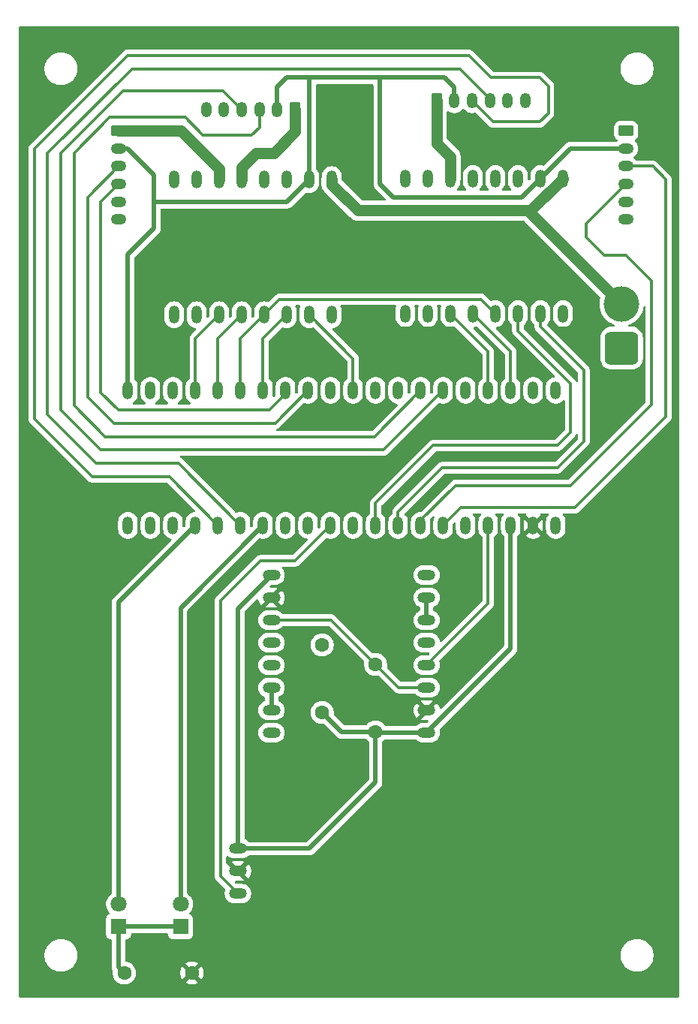
<source format=gbr>
%TF.GenerationSoftware,KiCad,Pcbnew,9.0.5*%
%TF.CreationDate,2025-10-05T20:14:22+01:00*%
%TF.ProjectId,Board,426f6172-642e-46b6-9963-61645f706362,v1*%
%TF.SameCoordinates,Original*%
%TF.FileFunction,Copper,L1,Top*%
%TF.FilePolarity,Positive*%
%FSLAX46Y46*%
G04 Gerber Fmt 4.6, Leading zero omitted, Abs format (unit mm)*
G04 Created by KiCad (PCBNEW 9.0.5) date 2025-10-05 20:14:22*
%MOMM*%
%LPD*%
G01*
G04 APERTURE LIST*
G04 Aperture macros list*
%AMRoundRect*
0 Rectangle with rounded corners*
0 $1 Rounding radius*
0 $2 $3 $4 $5 $6 $7 $8 $9 X,Y pos of 4 corners*
0 Add a 4 corners polygon primitive as box body*
4,1,4,$2,$3,$4,$5,$6,$7,$8,$9,$2,$3,0*
0 Add four circle primitives for the rounded corners*
1,1,$1+$1,$2,$3*
1,1,$1+$1,$4,$5*
1,1,$1+$1,$6,$7*
1,1,$1+$1,$8,$9*
0 Add four rect primitives between the rounded corners*
20,1,$1+$1,$2,$3,$4,$5,0*
20,1,$1+$1,$4,$5,$6,$7,0*
20,1,$1+$1,$6,$7,$8,$9,0*
20,1,$1+$1,$8,$9,$2,$3,0*%
G04 Aperture macros list end*
%TA.AperFunction,ComponentPad*%
%ADD10O,1.750000X1.200000*%
%TD*%
%TA.AperFunction,ComponentPad*%
%ADD11RoundRect,0.250000X-0.625000X0.350000X-0.625000X-0.350000X0.625000X-0.350000X0.625000X0.350000X0*%
%TD*%
%TA.AperFunction,ComponentPad*%
%ADD12C,1.600000*%
%TD*%
%TA.AperFunction,ComponentPad*%
%ADD13O,2.000000X1.200000*%
%TD*%
%TA.AperFunction,ComponentPad*%
%ADD14O,1.200000X2.000000*%
%TD*%
%TA.AperFunction,ComponentPad*%
%ADD15RoundRect,0.250000X-0.350000X-0.625000X0.350000X-0.625000X0.350000X0.625000X-0.350000X0.625000X0*%
%TD*%
%TA.AperFunction,ComponentPad*%
%ADD16O,1.200000X1.750000*%
%TD*%
%TA.AperFunction,ComponentPad*%
%ADD17C,4.000000*%
%TD*%
%TA.AperFunction,ComponentPad*%
%ADD18RoundRect,0.760000X1.140000X-1.140000X1.140000X1.140000X-1.140000X1.140000X-1.140000X-1.140000X0*%
%TD*%
%TA.AperFunction,ComponentPad*%
%ADD19R,1.800000X1.800000*%
%TD*%
%TA.AperFunction,ComponentPad*%
%ADD20C,1.800000*%
%TD*%
%TA.AperFunction,ComponentPad*%
%ADD21RoundRect,0.250000X0.350000X0.625000X-0.350000X0.625000X-0.350000X-0.625000X0.350000X-0.625000X0*%
%TD*%
%TA.AperFunction,Conductor*%
%ADD22C,0.300000*%
%TD*%
%TA.AperFunction,Conductor*%
%ADD23C,0.500000*%
%TD*%
%TA.AperFunction,Conductor*%
%ADD24C,1.300000*%
%TD*%
%TA.AperFunction,Conductor*%
%ADD25C,0.200000*%
%TD*%
G04 APERTURE END LIST*
D10*
%TO.P,MJ4,6,MV+*%
%TO.N,Net-(MJ4-MV+)*%
X109000000Y-57000000D03*
%TO.P,MJ4,5,ENC_GND*%
%TO.N,/GND23*%
X109000000Y-55000000D03*
%TO.P,MJ4,4,ENC_CH1*%
%TO.N,/PA7_M41CH1*%
X109000000Y-53000000D03*
%TO.P,MJ4,3,ENC_CH2*%
%TO.N,/PA6_MJ4CH2*%
X109000000Y-51000000D03*
%TO.P,MJ4,2,ENC_VCC*%
%TO.N,/5V98*%
X109000000Y-49000000D03*
D11*
%TO.P,MJ4,1,MV-*%
%TO.N,Net-(MJ4-MV-)*%
X109000000Y-47000000D03*
%TD*%
D12*
%TO.P,R1,1*%
%TO.N,Net-(D1-K)*%
X109647540Y-141972470D03*
%TO.P,R1,2*%
%TO.N,/GND47*%
X117267540Y-141972470D03*
%TD*%
D13*
%TO.P,RS1,1,VCC*%
%TO.N,/5V99*%
X122462868Y-127961715D03*
%TO.P,RS1,2,GND*%
%TO.N,/GND47*%
X122462868Y-130501715D03*
%TO.P,RS1,3,INPUT*%
%TO.N,/PA15_RS1*%
X122462868Y-133041715D03*
%TD*%
D14*
%TO.P,DR2,1,AO1*%
%TO.N,Net-(MJ3-MV+)*%
X125420000Y-52500000D03*
%TO.P,DR2,3,PGND1*%
%TO.N,GND*%
X127960000Y-52500000D03*
%TO.P,DR2,5,AO2*%
%TO.N,Net-(MJ3-MV-)*%
X122880000Y-52500000D03*
%TO.P,DR2,7,BO2*%
%TO.N,Net-(MJ4-MV-)*%
X120340000Y-52500000D03*
%TO.P,DR2,11,BO1*%
%TO.N,Net-(MJ4-MV+)*%
X117800000Y-52500000D03*
%TO.P,DR2,15,PWMB*%
%TO.N,/PA5_DR2PWMB*%
X117800000Y-67740000D03*
%TO.P,DR2,16,BIN2*%
%TO.N,/PB10_DR2BIN2*%
X120340000Y-67740000D03*
%TO.P,DR2,17,BIN1*%
%TO.N,/PB2_DR2BIN1*%
X122880000Y-67740000D03*
%TO.P,DR2,18,GND*%
%TO.N,/GND23*%
X115260000Y-67740000D03*
X115260000Y-52500000D03*
%TO.P,DR2,19,STBY*%
%TO.N,/PB1_DRxSTBY*%
X125420000Y-67740000D03*
%TO.P,DR2,20,VCC*%
%TO.N,/5V98*%
X130500000Y-52500000D03*
%TO.P,DR2,21,AIN1*%
%TO.N,/PB0_DR2AIN1*%
X127960000Y-67740000D03*
%TO.P,DR2,22,AIN2*%
%TO.N,/PA4_DR2AIN2*%
X130500000Y-67740000D03*
%TO.P,DR2,23,PWMA*%
%TO.N,/PA3_DR2PWMA*%
X133040000Y-67740000D03*
%TO.P,DR2,24,VM1*%
%TO.N,+12V*%
X133040000Y-52500000D03*
%TD*%
D15*
%TO.P,MJ2,1,MV-*%
%TO.N,Net-(MJ2-MV-)*%
X144890000Y-43620000D03*
D16*
%TO.P,MJ2,2,ENC_VCC*%
%TO.N,/5V98*%
X146890000Y-43620000D03*
%TO.P,MJ2,3,ENC_CH2*%
%TO.N,/PA8_MJ2CH2*%
X148890000Y-43620000D03*
%TO.P,MJ2,4,ENC_CH1*%
%TO.N,/PA9_MJ2CH1*%
X150890000Y-43620000D03*
%TO.P,MJ2,5,ENC_GND*%
%TO.N,/GND23*%
X152890000Y-43620000D03*
%TO.P,MJ2,6,MV+*%
%TO.N,Net-(MJ2-MV+)*%
X154890000Y-43620000D03*
%TD*%
D12*
%TO.P,R3,1*%
%TO.N,/5V99*%
X138000000Y-114810000D03*
%TO.P,R3,2*%
%TO.N,/PB8_SCL*%
X138000000Y-107190000D03*
%TD*%
D14*
%TO.P,U1,1,VBAT*%
%TO.N,unconnected-(U1-VBAT-Pad1)*%
X158320000Y-76280000D03*
%TO.P,U1,2,PC13*%
%TO.N,unconnected-(U1-PC13-Pad2)*%
X155780000Y-76280000D03*
%TO.P,U1,3,PC14*%
%TO.N,/PC14_DR1BIN1*%
X153240000Y-76280000D03*
%TO.P,U1,4,PC15*%
%TO.N,/PC15_DR1BIN2*%
X150700000Y-76280000D03*
%TO.P,U1,7,NRST*%
%TO.N,unconnected-(U1-NRST-Pad7)*%
X148160000Y-76280000D03*
%TO.P,U1,10,PA0*%
%TO.N,/PA0_MJ3CH1*%
X145620000Y-76280000D03*
%TO.P,U1,11,PA1*%
%TO.N,/PA1_MJ3CH2*%
X143080000Y-76280000D03*
%TO.P,U1,12,PA2*%
%TO.N,/PA2_DR1PWMB*%
X140540000Y-76280000D03*
%TO.P,U1,13,PA3*%
%TO.N,/PA3_DR2PWMA*%
X138000000Y-76280000D03*
%TO.P,U1,14,PA4*%
%TO.N,/PA4_DR2AIN2*%
X135460000Y-76280000D03*
%TO.P,U1,15,PA5*%
%TO.N,/PA5_DR2PWMB*%
X132920000Y-76280000D03*
%TO.P,U1,16,PA6*%
%TO.N,/PA6_MJ4CH2*%
X130380000Y-76280000D03*
%TO.P,U1,17,PA7*%
%TO.N,/PA7_M41CH1*%
X127840000Y-76280000D03*
%TO.P,U1,18,PB0*%
%TO.N,/PB0_DR2AIN1*%
X125300000Y-76280000D03*
%TO.P,U1,19,PB1*%
%TO.N,/PB1_DRxSTBY*%
X122760000Y-76280000D03*
%TO.P,U1,20,PB2*%
%TO.N,/PB2_DR2BIN1*%
X120220000Y-76280000D03*
%TO.P,U1,21,PB10*%
%TO.N,/PB10_DR2BIN2*%
X117680000Y-76280000D03*
%TO.P,U1,23,GND*%
%TO.N,unconnected-(U1-GND-Pad23)*%
X112600000Y-76280000D03*
%TO.P,U1,24,3V3*%
%TO.N,/GND23*%
X115140000Y-76280000D03*
%TO.P,U1,25,PB12*%
%TO.N,unconnected-(U1-PB12-Pad25)*%
X110060000Y-91500000D03*
%TO.P,U1,26,PB13*%
%TO.N,unconnected-(U1-PB13-Pad26)*%
X112600000Y-91500000D03*
%TO.P,U1,27,PB14*%
%TO.N,unconnected-(U1-PB14-Pad27)*%
X115140000Y-91500000D03*
%TO.P,U1,28,PB15*%
%TO.N,/PB15_D1*%
X117680000Y-91500000D03*
%TO.P,U1,29,PA8*%
%TO.N,/PA8_MJ2CH2*%
X120220000Y-91500000D03*
%TO.P,U1,30,PA9*%
%TO.N,/PA9_MJ2CH1*%
X122760000Y-91500000D03*
%TO.P,U1,31,PA10*%
%TO.N,/PA10_D2*%
X125300000Y-91500000D03*
%TO.P,U1,32,PA11*%
%TO.N,unconnected-(U1-PA11-Pad32)*%
X127840000Y-91500000D03*
%TO.P,U1,33,PA12*%
%TO.N,unconnected-(U1-PA12-Pad33)*%
X130380000Y-91500000D03*
%TO.P,U1,38,PA15*%
%TO.N,/PA15_RS1*%
X132920000Y-91500000D03*
%TO.P,U1,39,PB3*%
%TO.N,/PB3_DR1PWMA*%
X135460000Y-91500000D03*
%TO.P,U1,40,PB4*%
%TO.N,/PB4_DR1AIN1*%
X138000000Y-91500000D03*
%TO.P,U1,41,PB5*%
%TO.N,/PB5_DR1AIN1*%
X140540000Y-91500000D03*
%TO.P,U1,42,PB6*%
%TO.N,/PB6_MJ1CH1*%
X143080000Y-91500000D03*
%TO.P,U1,43,PB7*%
%TO.N,/PB7_MJ1CH2*%
X145620000Y-91500000D03*
%TO.P,U1,45,PB8*%
%TO.N,/PB8_SCL*%
X148160000Y-91500000D03*
%TO.P,U1,46,PB9*%
%TO.N,/PB9_SDA*%
X150700000Y-91500000D03*
%TO.P,U1,47,GND*%
%TO.N,/GND47*%
X155780000Y-91500000D03*
%TO.P,U1,48,3V3*%
%TO.N,unconnected-(U1-3V3-Pad48)*%
X158320000Y-91500000D03*
%TO.P,U1,98,5V*%
%TO.N,/5V98*%
X110060000Y-76280000D03*
%TO.P,U1,99,5V*%
%TO.N,/5V99*%
X153240000Y-91500000D03*
%TD*%
D17*
%TO.P,J1,2,Pin_2*%
%TO.N,+12V*%
X165750000Y-66500000D03*
D18*
%TO.P,J1,1,Pin_1*%
%TO.N,GND*%
X165750000Y-71500000D03*
%TD*%
D19*
%TO.P,D2,1,K*%
%TO.N,Net-(D1-K)*%
X115994869Y-136759430D03*
D20*
%TO.P,D2,2,A*%
%TO.N,/PA10_D2*%
X115994869Y-134219430D03*
%TD*%
D21*
%TO.P,MJ3,1,MV-*%
%TO.N,Net-(MJ3-MV-)*%
X128890000Y-44620000D03*
D16*
%TO.P,MJ3,2,ENC_VCC*%
%TO.N,/5V98*%
X126890000Y-44620000D03*
%TO.P,MJ3,3,ENC_CH2*%
%TO.N,/PA1_MJ3CH2*%
X124890000Y-44620000D03*
%TO.P,MJ3,4,ENC_CH1*%
%TO.N,/PA0_MJ3CH1*%
X122890000Y-44620000D03*
%TO.P,MJ3,5,ENC_GND*%
%TO.N,/GND23*%
X120890000Y-44620000D03*
%TO.P,MJ3,6,MV+*%
%TO.N,Net-(MJ3-MV+)*%
X118890000Y-44620000D03*
%TD*%
D19*
%TO.P,D1,1,K*%
%TO.N,Net-(D1-K)*%
X108999691Y-136759430D03*
D20*
%TO.P,D1,2,A*%
%TO.N,/PB15_D1*%
X108999691Y-134219430D03*
%TD*%
D10*
%TO.P,MJ1,6,MV+*%
%TO.N,Net-(MJ1-MV+)*%
X166250000Y-57000000D03*
%TO.P,MJ1,5,ENC_GND*%
%TO.N,/GND23*%
X166250000Y-55000000D03*
%TO.P,MJ1,4,ENC_CH1*%
%TO.N,/PB6_MJ1CH1*%
X166250000Y-53000000D03*
%TO.P,MJ1,3,ENC_CH2*%
%TO.N,/PB7_MJ1CH2*%
X166250000Y-51000000D03*
%TO.P,MJ1,2,ENC_VCC*%
%TO.N,/5V98*%
X166250000Y-49000000D03*
D11*
%TO.P,MJ1,1,MV-*%
%TO.N,Net-(MJ1-MV-)*%
X166250000Y-47000000D03*
%TD*%
D12*
%TO.P,R2,1*%
%TO.N,/5V99*%
X131975312Y-112598279D03*
%TO.P,R2,2*%
%TO.N,/PB9_SDA*%
X131975312Y-104978279D03*
%TD*%
D13*
%TO.P,S1,3,~{Alert}*%
%TO.N,unconnected-(S1-~{Alert}-Pad3)*%
X126250000Y-107270000D03*
%TO.P,S1,4,SDA*%
%TO.N,/PB9_SDA*%
X126250000Y-104730000D03*
%TO.P,S1,5,SCL*%
%TO.N,/PB8_SCL*%
X126250000Y-102190000D03*
%TO.P,S1,6,VS*%
%TO.N,/5V99*%
X126250000Y-97110000D03*
%TO.P,S1,7,GND*%
%TO.N,/GND47*%
X126250000Y-99650000D03*
%TO.P,S1,8,Vbus*%
%TO.N,/S1Vbus*%
X126250000Y-109810000D03*
%TO.P,S1,9,Vin-*%
X126250000Y-112350000D03*
%TO.P,S1,10,Vin+*%
%TO.N,unconnected-(S1-Vin+-Pad10)*%
X126250000Y-114890000D03*
%TD*%
%TO.P,S2,3,~{Alert}*%
%TO.N,unconnected-(S2-~{Alert}-Pad3)*%
X143750000Y-104730000D03*
%TO.P,S2,4,SDA*%
%TO.N,/PB9_SDA*%
X143750000Y-107270000D03*
%TO.P,S2,5,SCL*%
%TO.N,/PB8_SCL*%
X143750000Y-109810000D03*
%TO.P,S2,6,VS*%
%TO.N,/5V99*%
X143750000Y-114890000D03*
%TO.P,S2,7,GND*%
%TO.N,/GND47*%
X143750000Y-112350000D03*
%TO.P,S2,8,Vbus*%
%TO.N,/S2Vbus*%
X143750000Y-102190000D03*
%TO.P,S2,9,Vin-*%
X143750000Y-99650000D03*
%TO.P,S2,10,Vin+*%
%TO.N,unconnected-(S2-Vin+-Pad10)*%
X143750000Y-97110000D03*
%TD*%
D14*
%TO.P,DR1,1,AO1*%
%TO.N,Net-(MJ1-MV+)*%
X151510000Y-52380000D03*
%TO.P,DR1,3,PGND1*%
%TO.N,GND*%
X154050000Y-52380000D03*
%TO.P,DR1,5,AO2*%
%TO.N,Net-(MJ1-MV-)*%
X148970000Y-52380000D03*
%TO.P,DR1,7,BO2*%
%TO.N,Net-(MJ2-MV-)*%
X146430000Y-52380000D03*
%TO.P,DR1,11,BO1*%
%TO.N,Net-(MJ2-MV+)*%
X143890000Y-52380000D03*
%TO.P,DR1,15,PWMB*%
%TO.N,/PA2_DR1PWMB*%
X143890000Y-67620000D03*
%TO.P,DR1,16,BIN2*%
%TO.N,/PC15_DR1BIN2*%
X146430000Y-67620000D03*
%TO.P,DR1,17,BIN1*%
%TO.N,/PC14_DR1BIN1*%
X148970000Y-67620000D03*
%TO.P,DR1,18,GND*%
%TO.N,/GND23*%
X141350000Y-67620000D03*
X141350000Y-52380000D03*
%TO.P,DR1,19,STBY*%
%TO.N,/PB1_DRxSTBY*%
X151510000Y-67620000D03*
%TO.P,DR1,20,VCC*%
%TO.N,/5V98*%
X156590000Y-52380000D03*
%TO.P,DR1,21,AIN1*%
%TO.N,/PB4_DR1AIN1*%
X154050000Y-67620000D03*
%TO.P,DR1,22,AIN2*%
%TO.N,/PB5_DR1AIN1*%
X156590000Y-67620000D03*
%TO.P,DR1,23,PWMA*%
%TO.N,/PB3_DR1PWMA*%
X159130000Y-67620000D03*
%TO.P,DR1,24,VM1*%
%TO.N,+12V*%
X159130000Y-52380000D03*
%TD*%
D22*
%TO.N,/PA8_MJ2CH2*%
X120220000Y-91500000D02*
X114720000Y-86000000D01*
X148500000Y-38500000D02*
X151000000Y-41000000D01*
X114720000Y-86000000D02*
X106000000Y-86000000D01*
X106000000Y-86000000D02*
X99500000Y-79500000D01*
X99500000Y-49000000D02*
X110000000Y-38500000D01*
X110000000Y-38500000D02*
X148500000Y-38500000D01*
X151000000Y-41000000D02*
X156500000Y-41000000D01*
X156500000Y-41000000D02*
X157500000Y-42000000D01*
X156500000Y-46000000D02*
X151270000Y-46000000D01*
X157500000Y-45000000D02*
X156500000Y-46000000D01*
X157500000Y-42000000D02*
X157500000Y-45000000D01*
X99500000Y-79500000D02*
X99500000Y-49000000D01*
X151270000Y-46000000D02*
X148890000Y-43620000D01*
%TO.N,/PA9_MJ2CH1*%
X101000000Y-49500000D02*
X110500000Y-40000000D01*
X101000000Y-79000000D02*
X101000000Y-49500000D01*
X110500000Y-40000000D02*
X147500000Y-40000000D01*
%TO.N,/PA0_MJ3CH1*%
X102500000Y-49500000D02*
X109500000Y-42500000D01*
X109500000Y-42500000D02*
X120770000Y-42500000D01*
X145620000Y-76280000D02*
X138900000Y-83000000D01*
X138900000Y-83000000D02*
X107000000Y-83000000D01*
X107000000Y-83000000D02*
X102500000Y-78500000D01*
X102500000Y-78500000D02*
X102500000Y-49500000D01*
%TO.N,/PA1_MJ3CH2*%
X116500000Y-45500000D02*
X118500000Y-47500000D01*
X118500000Y-47500000D02*
X124000000Y-47500000D01*
X108000000Y-45500000D02*
X116500000Y-45500000D01*
X104000000Y-49500000D02*
X108000000Y-45500000D01*
X104000000Y-78000000D02*
X104000000Y-49500000D01*
%TO.N,/PA6_MJ4CH2*%
X105500000Y-77000000D02*
X105500000Y-54500000D01*
X105500000Y-54500000D02*
X109000000Y-51000000D01*
%TO.N,/PA7_M41CH1*%
X107000000Y-76500000D02*
X107000000Y-55000000D01*
X107000000Y-55000000D02*
X109000000Y-53000000D01*
D23*
%TO.N,/5V98*%
X110060000Y-60940000D02*
X113000000Y-58000000D01*
X110060000Y-76280000D02*
X110060000Y-60940000D01*
X113000000Y-58000000D02*
X113000000Y-55000000D01*
X109000000Y-49000000D02*
X110000000Y-49000000D01*
X110000000Y-49000000D02*
X113000000Y-52000000D01*
X113000000Y-52000000D02*
X113000000Y-55000000D01*
X113000000Y-55000000D02*
X128000000Y-55000000D01*
X128000000Y-55000000D02*
X130500000Y-52500000D01*
D24*
%TO.N,Net-(MJ4-MV-)*%
X109000000Y-47000000D02*
X116000000Y-47000000D01*
X116000000Y-47000000D02*
X120340000Y-51340000D01*
D22*
%TO.N,/PA9_MJ2CH1*%
X122760000Y-91500000D02*
X115760000Y-84500000D01*
X115760000Y-84500000D02*
X106500000Y-84500000D01*
X106500000Y-84500000D02*
X101000000Y-79000000D01*
X147500000Y-40000000D02*
X150890000Y-43390000D01*
X150890000Y-43390000D02*
X150890000Y-43620000D01*
%TO.N,/PA0_MJ3CH1*%
X120770000Y-42500000D02*
X122890000Y-44620000D01*
%TO.N,/PA1_MJ3CH2*%
X137860000Y-81500000D02*
X107500000Y-81500000D01*
X143080000Y-76280000D02*
X137860000Y-81500000D01*
X107500000Y-81500000D02*
X104000000Y-78000000D01*
%TO.N,/PB7_MJ1CH2*%
X170750000Y-52500000D02*
X170750000Y-79250000D01*
X170750000Y-79250000D02*
X160500000Y-89500000D01*
%TO.N,/PB6_MJ1CH1*%
X169125000Y-63875000D02*
X166250000Y-61000000D01*
X160000000Y-87000000D02*
X169125000Y-77875000D01*
X169125000Y-77875000D02*
X169125000Y-63875000D01*
D24*
%TO.N,+12V*%
X155510000Y-56000000D02*
X155510000Y-56260000D01*
X155510000Y-56260000D02*
X165750000Y-66500000D01*
D23*
%TO.N,/5V98*%
X166250000Y-49000000D02*
X159970000Y-49000000D01*
X159970000Y-49000000D02*
X156590000Y-52380000D01*
%TO.N,/PB15_D1*%
X108999691Y-134219430D02*
X108999691Y-100180309D01*
X108999691Y-100180309D02*
X117680000Y-91500000D01*
%TO.N,Net-(D1-K)*%
X108999691Y-136759430D02*
X108999691Y-141324621D01*
X115994869Y-136759430D02*
X108999691Y-136759430D01*
X108999691Y-141324621D02*
X109647540Y-141972470D01*
%TO.N,/PA10_D2*%
X115994869Y-134219430D02*
X115994869Y-100805131D01*
X115994869Y-100805131D02*
X125300000Y-91500000D01*
D22*
%TO.N,/PB5_DR1AIN1*%
X140540000Y-91500000D02*
X140540000Y-89960000D01*
X156590000Y-69090000D02*
X156590000Y-67620000D01*
X145500000Y-85000000D02*
X158500000Y-85000000D01*
X161500000Y-74000000D02*
X156590000Y-69090000D01*
X140540000Y-89960000D02*
X145500000Y-85000000D01*
X161500000Y-82000000D02*
X161500000Y-74000000D01*
X158500000Y-85000000D02*
X161500000Y-82000000D01*
D24*
%TO.N,+12V*%
X136000000Y-56000000D02*
X155510000Y-56000000D01*
X133040000Y-52500000D02*
X133040000Y-53040000D01*
X133040000Y-53040000D02*
X136000000Y-56000000D01*
X155510000Y-56000000D02*
X159130000Y-52380000D01*
%TO.N,Net-(MJ2-MV-)*%
X146430000Y-52380000D02*
X146430000Y-49930000D01*
X146430000Y-49930000D02*
X144890000Y-48390000D01*
X144890000Y-48390000D02*
X144890000Y-43620000D01*
D22*
%TO.N,/PC14_DR1BIN1*%
X153240000Y-71890000D02*
X148970000Y-67620000D01*
X153240000Y-76280000D02*
X153240000Y-71890000D01*
%TO.N,/PB1_DRxSTBY*%
X122760000Y-76280000D02*
X122760000Y-70400000D01*
X125420000Y-67740000D02*
X127160000Y-66000000D01*
X149890000Y-66000000D02*
X151510000Y-67620000D01*
X127160000Y-66000000D02*
X149890000Y-66000000D01*
X122760000Y-70400000D02*
X125420000Y-67740000D01*
%TO.N,/PB4_DR1AIN1*%
X160000000Y-75500000D02*
X154050000Y-69550000D01*
X154050000Y-69550000D02*
X154050000Y-67620000D01*
X158500000Y-82500000D02*
X160000000Y-81000000D01*
X160000000Y-81000000D02*
X160000000Y-75500000D01*
X144500000Y-82500000D02*
X158500000Y-82500000D01*
X138000000Y-91500000D02*
X138000000Y-89000000D01*
X138000000Y-89000000D02*
X144500000Y-82500000D01*
D23*
%TO.N,/5V99*%
X130538285Y-127961715D02*
X122462868Y-127961715D01*
X143750000Y-114890000D02*
X138080000Y-114890000D01*
X138000000Y-114810000D02*
X138000000Y-120500000D01*
X138000000Y-114810000D02*
X134187033Y-114810000D01*
X153240000Y-105400000D02*
X143750000Y-114890000D01*
X153240000Y-91500000D02*
X153240000Y-105400000D01*
X122462868Y-100897132D02*
X126250000Y-97110000D01*
X138000000Y-120500000D02*
X130538285Y-127961715D01*
X138080000Y-114890000D02*
X138000000Y-114810000D01*
X122462868Y-127961715D02*
X122462868Y-100897132D01*
X134187033Y-114810000D02*
X131975312Y-112598279D01*
D22*
%TO.N,/PC15_DR1BIN2*%
X150700000Y-71890000D02*
X146430000Y-67620000D01*
X150700000Y-76280000D02*
X150700000Y-71890000D01*
%TO.N,/PB0_DR2AIN1*%
X125300000Y-70400000D02*
X127960000Y-67740000D01*
X125300000Y-76280000D02*
X125300000Y-70400000D01*
%TO.N,/PB2_DR2BIN1*%
X120220000Y-76280000D02*
X120220000Y-70400000D01*
X120220000Y-70400000D02*
X122880000Y-67740000D01*
%TO.N,/PB10_DR2BIN2*%
X117680000Y-76280000D02*
X117680000Y-70400000D01*
X117680000Y-70400000D02*
X120340000Y-67740000D01*
D24*
%TO.N,Net-(MJ3-MV-)*%
X126500000Y-49500000D02*
X128890000Y-47110000D01*
X128890000Y-47110000D02*
X128890000Y-44620000D01*
X122880000Y-52500000D02*
X122880000Y-51120000D01*
X122880000Y-51120000D02*
X124500000Y-49500000D01*
X124500000Y-49500000D02*
X126500000Y-49500000D01*
%TO.N,Net-(MJ4-MV-)*%
X120340000Y-52500000D02*
X120340000Y-51340000D01*
D22*
%TO.N,/PA4_DR2AIN2*%
X135460000Y-72700000D02*
X130500000Y-67740000D01*
X135460000Y-76280000D02*
X135460000Y-72700000D01*
%TO.N,/PB7_MJ1CH2*%
X169250000Y-51000000D02*
X166250000Y-51000000D01*
X170750000Y-52500000D02*
X169250000Y-51000000D01*
X145620000Y-91500000D02*
X147620000Y-89500000D01*
X147620000Y-89500000D02*
X160500000Y-89500000D01*
%TO.N,/PB6_MJ1CH1*%
X147000000Y-87000000D02*
X160000000Y-87000000D01*
X161750000Y-59000000D02*
X161750000Y-57500000D01*
X166250000Y-61000000D02*
X163750000Y-61000000D01*
X161750000Y-57500000D02*
X166250000Y-53000000D01*
X143080000Y-90920000D02*
X147000000Y-87000000D01*
X163750000Y-61000000D02*
X161750000Y-59000000D01*
X143080000Y-91500000D02*
X143080000Y-90920000D01*
%TO.N,/PA1_MJ3CH2*%
X124000000Y-47500000D02*
X124890000Y-46610000D01*
X124890000Y-46610000D02*
X124890000Y-44620000D01*
%TO.N,/PA6_MJ4CH2*%
X126660000Y-80000000D02*
X108500000Y-80000000D01*
X130380000Y-76280000D02*
X126660000Y-80000000D01*
X108500000Y-80000000D02*
X105500000Y-77000000D01*
%TO.N,/PA7_M41CH1*%
X127840000Y-76660002D02*
X126000001Y-78500001D01*
X109000001Y-78500001D02*
X107000000Y-76500000D01*
X126000001Y-78500001D02*
X109000001Y-78500001D01*
X127840000Y-76280000D02*
X127840000Y-76660002D01*
D23*
%TO.N,/5V98*%
X145780000Y-41000000D02*
X146890000Y-42110000D01*
X126890000Y-42110000D02*
X126890000Y-44620000D01*
X138500000Y-53000000D02*
X140000000Y-54500000D01*
X140000000Y-54500000D02*
X154470000Y-54500000D01*
D25*
X147000000Y-43510000D02*
X146890000Y-43620000D01*
D23*
X130500000Y-41000000D02*
X128000000Y-41000000D01*
X130500000Y-52500000D02*
X130500000Y-41000000D01*
X154470000Y-54500000D02*
X156590000Y-52380000D01*
X130500000Y-41000000D02*
X138500000Y-41000000D01*
X138500000Y-41000000D02*
X138500000Y-53000000D01*
X138500000Y-41000000D02*
X145780000Y-41000000D01*
X128000000Y-41000000D02*
X126890000Y-42110000D01*
X146890000Y-42110000D02*
X146890000Y-43620000D01*
D22*
%TO.N,/PB9_SDA*%
X126498279Y-104978279D02*
X126250000Y-104730000D01*
X150700000Y-91500000D02*
X150700000Y-100320000D01*
X150700000Y-100320000D02*
X143750000Y-107270000D01*
%TO.N,/PB8_SCL*%
X133000000Y-102190000D02*
X126250000Y-102190000D01*
X138000000Y-107190000D02*
X133000000Y-102190000D01*
X140620000Y-109810000D02*
X138000000Y-107190000D01*
X143750000Y-109810000D02*
X140620000Y-109810000D01*
%TO.N,/PA15_RS1*%
X122462868Y-133041715D02*
X120500000Y-131078847D01*
X120500000Y-131078847D02*
X120500000Y-100000000D01*
X120500000Y-100000000D02*
X125000000Y-95500000D01*
X125000000Y-95500000D02*
X128920000Y-95500000D01*
X128920000Y-95500000D02*
X132920000Y-91500000D01*
D23*
%TO.N,/S1Vbus*%
X126250000Y-112350000D02*
X126250000Y-109810000D01*
%TO.N,/S2Vbus*%
X143750000Y-102190000D02*
X143750000Y-99650000D01*
%TD*%
%TA.AperFunction,Conductor*%
%TO.N,/GND47*%
G36*
X172192539Y-35256696D02*
G01*
X172238294Y-35309500D01*
X172249500Y-35361011D01*
X172249500Y-144612011D01*
X172229815Y-144679050D01*
X172177011Y-144724805D01*
X172125500Y-144736011D01*
X97874500Y-144736011D01*
X97807461Y-144716326D01*
X97761706Y-144663522D01*
X97750500Y-144612011D01*
X97750500Y-139878711D01*
X100649500Y-139878711D01*
X100649500Y-140121288D01*
X100681161Y-140361785D01*
X100743947Y-140596104D01*
X100836773Y-140820205D01*
X100836776Y-140820212D01*
X100958064Y-141030289D01*
X100958066Y-141030292D01*
X100958067Y-141030293D01*
X101105733Y-141222736D01*
X101105739Y-141222743D01*
X101277256Y-141394260D01*
X101277263Y-141394266D01*
X101380192Y-141473246D01*
X101469711Y-141541936D01*
X101679788Y-141663224D01*
X101903900Y-141756054D01*
X102138211Y-141818838D01*
X102318586Y-141842584D01*
X102378711Y-141850500D01*
X102378712Y-141850500D01*
X102621289Y-141850500D01*
X102669388Y-141844167D01*
X102861789Y-141818838D01*
X103096100Y-141756054D01*
X103320212Y-141663224D01*
X103530289Y-141541936D01*
X103722738Y-141394265D01*
X103894265Y-141222738D01*
X104041936Y-141030289D01*
X104163224Y-140820212D01*
X104256054Y-140596100D01*
X104318838Y-140361789D01*
X104350500Y-140121288D01*
X104350500Y-139878712D01*
X104318838Y-139638211D01*
X104256054Y-139403900D01*
X104163224Y-139179788D01*
X104041936Y-138969711D01*
X103894265Y-138777262D01*
X103894260Y-138777256D01*
X103722743Y-138605739D01*
X103722736Y-138605733D01*
X103530293Y-138458067D01*
X103530292Y-138458066D01*
X103530289Y-138458064D01*
X103320212Y-138336776D01*
X103320205Y-138336773D01*
X103096104Y-138243947D01*
X102861785Y-138181161D01*
X102621289Y-138149500D01*
X102621288Y-138149500D01*
X102378712Y-138149500D01*
X102378711Y-138149500D01*
X102138214Y-138181161D01*
X101903895Y-138243947D01*
X101679794Y-138336773D01*
X101679785Y-138336777D01*
X101469706Y-138458067D01*
X101277263Y-138605733D01*
X101277256Y-138605739D01*
X101105739Y-138777256D01*
X101105733Y-138777263D01*
X100958067Y-138969706D01*
X100836777Y-139179785D01*
X100836773Y-139179794D01*
X100743947Y-139403895D01*
X100681161Y-139638214D01*
X100649500Y-139878711D01*
X97750500Y-139878711D01*
X97750500Y-91013389D01*
X108959500Y-91013389D01*
X108959500Y-91986611D01*
X108967677Y-92038239D01*
X108986579Y-92157585D01*
X108986598Y-92157701D01*
X109040127Y-92322445D01*
X109118768Y-92476788D01*
X109220586Y-92616928D01*
X109343072Y-92739414D01*
X109483212Y-92841232D01*
X109637555Y-92919873D01*
X109802299Y-92973402D01*
X109973389Y-93000500D01*
X109973390Y-93000500D01*
X110146610Y-93000500D01*
X110146611Y-93000500D01*
X110317701Y-92973402D01*
X110482445Y-92919873D01*
X110636788Y-92841232D01*
X110776928Y-92739414D01*
X110899414Y-92616928D01*
X111001232Y-92476788D01*
X111079873Y-92322445D01*
X111133402Y-92157701D01*
X111160500Y-91986611D01*
X111160500Y-91013389D01*
X111499500Y-91013389D01*
X111499500Y-91986611D01*
X111507677Y-92038239D01*
X111526579Y-92157585D01*
X111526598Y-92157701D01*
X111580127Y-92322445D01*
X111658768Y-92476788D01*
X111760586Y-92616928D01*
X111883072Y-92739414D01*
X112023212Y-92841232D01*
X112177555Y-92919873D01*
X112342299Y-92973402D01*
X112513389Y-93000500D01*
X112513390Y-93000500D01*
X112686610Y-93000500D01*
X112686611Y-93000500D01*
X112857701Y-92973402D01*
X113022445Y-92919873D01*
X113176788Y-92841232D01*
X113316928Y-92739414D01*
X113439414Y-92616928D01*
X113541232Y-92476788D01*
X113619873Y-92322445D01*
X113673402Y-92157701D01*
X113700500Y-91986611D01*
X113700500Y-91013389D01*
X113673402Y-90842299D01*
X113619873Y-90677555D01*
X113541232Y-90523212D01*
X113439414Y-90383072D01*
X113316928Y-90260586D01*
X113176788Y-90158768D01*
X113022445Y-90080127D01*
X112857701Y-90026598D01*
X112857699Y-90026597D01*
X112857698Y-90026597D01*
X112725750Y-90005699D01*
X112686611Y-89999500D01*
X112513389Y-89999500D01*
X112474250Y-90005699D01*
X112342302Y-90026597D01*
X112177552Y-90080128D01*
X112023211Y-90158768D01*
X111974543Y-90194128D01*
X111883072Y-90260586D01*
X111883070Y-90260588D01*
X111883069Y-90260588D01*
X111760588Y-90383069D01*
X111760588Y-90383070D01*
X111760586Y-90383072D01*
X111716859Y-90443256D01*
X111658768Y-90523211D01*
X111580128Y-90677552D01*
X111526597Y-90842302D01*
X111505700Y-90974245D01*
X111499500Y-91013389D01*
X111160500Y-91013389D01*
X111133402Y-90842299D01*
X111079873Y-90677555D01*
X111001232Y-90523212D01*
X110899414Y-90383072D01*
X110776928Y-90260586D01*
X110636788Y-90158768D01*
X110482445Y-90080127D01*
X110317701Y-90026598D01*
X110317699Y-90026597D01*
X110317698Y-90026597D01*
X110185750Y-90005699D01*
X110146611Y-89999500D01*
X109973389Y-89999500D01*
X109934250Y-90005699D01*
X109802302Y-90026597D01*
X109637552Y-90080128D01*
X109483211Y-90158768D01*
X109434543Y-90194128D01*
X109343072Y-90260586D01*
X109343070Y-90260588D01*
X109343069Y-90260588D01*
X109220588Y-90383069D01*
X109220588Y-90383070D01*
X109220586Y-90383072D01*
X109176859Y-90443256D01*
X109118768Y-90523211D01*
X109040128Y-90677552D01*
X108986597Y-90842302D01*
X108965700Y-90974245D01*
X108959500Y-91013389D01*
X97750500Y-91013389D01*
X97750500Y-48935928D01*
X98849500Y-48935928D01*
X98849500Y-79564070D01*
X98861720Y-79625500D01*
X98861720Y-79625502D01*
X98874497Y-79689736D01*
X98874499Y-79689744D01*
X98923534Y-79808125D01*
X98994726Y-79914673D01*
X98994727Y-79914674D01*
X105494724Y-86414669D01*
X105574778Y-86494723D01*
X105585332Y-86505277D01*
X105691866Y-86576461D01*
X105691872Y-86576464D01*
X105691873Y-86576465D01*
X105810256Y-86625501D01*
X105810260Y-86625501D01*
X105810261Y-86625502D01*
X105935928Y-86650500D01*
X105935931Y-86650500D01*
X114399192Y-86650500D01*
X114466231Y-86670185D01*
X114486873Y-86686819D01*
X117599281Y-89799227D01*
X117632766Y-89860550D01*
X117627782Y-89930242D01*
X117585910Y-89986175D01*
X117530999Y-90009381D01*
X117422301Y-90026597D01*
X117257552Y-90080128D01*
X117103211Y-90158768D01*
X117054543Y-90194128D01*
X116963072Y-90260586D01*
X116963070Y-90260588D01*
X116963069Y-90260588D01*
X116840588Y-90383069D01*
X116840588Y-90383070D01*
X116840586Y-90383072D01*
X116796859Y-90443256D01*
X116738768Y-90523211D01*
X116660128Y-90677552D01*
X116606597Y-90842302D01*
X116579500Y-91013389D01*
X116579500Y-91487770D01*
X116570855Y-91517210D01*
X116564332Y-91547197D01*
X116560577Y-91552212D01*
X116559815Y-91554809D01*
X116543181Y-91575451D01*
X116452181Y-91666451D01*
X116390858Y-91699936D01*
X116321166Y-91694952D01*
X116265233Y-91653080D01*
X116240816Y-91587616D01*
X116240500Y-91578770D01*
X116240500Y-91013389D01*
X116213421Y-90842420D01*
X116213402Y-90842299D01*
X116159873Y-90677555D01*
X116081232Y-90523212D01*
X115979414Y-90383072D01*
X115856928Y-90260586D01*
X115716788Y-90158768D01*
X115562445Y-90080127D01*
X115397701Y-90026598D01*
X115397699Y-90026597D01*
X115397698Y-90026597D01*
X115265750Y-90005699D01*
X115226611Y-89999500D01*
X115053389Y-89999500D01*
X115014250Y-90005699D01*
X114882302Y-90026597D01*
X114717552Y-90080128D01*
X114563211Y-90158768D01*
X114514543Y-90194128D01*
X114423072Y-90260586D01*
X114423070Y-90260588D01*
X114423069Y-90260588D01*
X114300588Y-90383069D01*
X114300588Y-90383070D01*
X114300586Y-90383072D01*
X114256859Y-90443256D01*
X114198768Y-90523211D01*
X114120128Y-90677552D01*
X114066597Y-90842302D01*
X114045700Y-90974245D01*
X114039500Y-91013389D01*
X114039500Y-91986611D01*
X114047677Y-92038239D01*
X114066579Y-92157585D01*
X114066598Y-92157701D01*
X114120127Y-92322445D01*
X114198768Y-92476788D01*
X114300586Y-92616928D01*
X114423072Y-92739414D01*
X114563212Y-92841232D01*
X114717555Y-92919873D01*
X114882299Y-92973402D01*
X114882301Y-92973402D01*
X114886932Y-92974907D01*
X114886312Y-92976813D01*
X114939578Y-93007365D01*
X114971771Y-93069376D01*
X114965327Y-93138948D01*
X114937760Y-93180870D01*
X108416741Y-99701889D01*
X108416735Y-99701897D01*
X108367503Y-99775577D01*
X108367504Y-99775578D01*
X108334612Y-99824805D01*
X108334605Y-99824817D01*
X108278033Y-99961395D01*
X108278031Y-99961401D01*
X108249191Y-100106388D01*
X108249191Y-132970405D01*
X108229506Y-133037444D01*
X108198078Y-133070721D01*
X108119221Y-133128014D01*
X108087323Y-133151190D01*
X107931447Y-133307066D01*
X107931443Y-133307071D01*
X107801878Y-133485404D01*
X107701795Y-133681823D01*
X107701794Y-133681826D01*
X107633676Y-133891477D01*
X107599191Y-134109208D01*
X107599191Y-134329651D01*
X107633676Y-134547382D01*
X107701794Y-134757033D01*
X107701795Y-134757036D01*
X107801878Y-134953455D01*
X107931443Y-135131788D01*
X107931447Y-135131793D01*
X107981619Y-135181965D01*
X108015104Y-135243288D01*
X108010120Y-135312980D01*
X107968248Y-135368913D01*
X107937272Y-135385828D01*
X107857360Y-135415633D01*
X107857355Y-135415636D01*
X107742146Y-135501882D01*
X107742143Y-135501885D01*
X107655897Y-135617094D01*
X107655893Y-135617101D01*
X107605599Y-135751947D01*
X107599192Y-135811546D01*
X107599192Y-135811553D01*
X107599191Y-135811565D01*
X107599191Y-137707300D01*
X107599192Y-137707306D01*
X107605599Y-137766913D01*
X107655893Y-137901758D01*
X107655897Y-137901765D01*
X107742143Y-138016974D01*
X107742146Y-138016977D01*
X107857355Y-138103223D01*
X107857362Y-138103227D01*
X107902309Y-138119991D01*
X107992208Y-138153521D01*
X108051818Y-138159930D01*
X108125191Y-138159929D01*
X108192229Y-138179613D01*
X108237985Y-138232416D01*
X108249191Y-138283929D01*
X108249191Y-141398539D01*
X108249191Y-141398541D01*
X108249190Y-141398541D01*
X108278031Y-141543528D01*
X108278034Y-141543538D01*
X108334603Y-141680109D01*
X108334608Y-141680118D01*
X108342022Y-141691214D01*
X108362898Y-141757892D01*
X108361391Y-141779500D01*
X108347040Y-141870111D01*
X108347040Y-142074821D01*
X108379062Y-142277004D01*
X108442321Y-142471693D01*
X108506231Y-142597123D01*
X108535125Y-142653829D01*
X108535255Y-142654083D01*
X108655568Y-142819683D01*
X108800326Y-142964441D01*
X108920766Y-143051944D01*
X108965930Y-143084757D01*
X109082147Y-143143973D01*
X109148316Y-143177688D01*
X109148318Y-143177688D01*
X109148321Y-143177690D01*
X109252677Y-143211597D01*
X109343005Y-143240947D01*
X109444097Y-143256958D01*
X109545188Y-143272970D01*
X109545189Y-143272970D01*
X109749891Y-143272970D01*
X109749892Y-143272970D01*
X109952074Y-143240947D01*
X110146759Y-143177690D01*
X110329150Y-143084757D01*
X110422130Y-143017202D01*
X110494753Y-142964441D01*
X110494755Y-142964438D01*
X110494759Y-142964436D01*
X110639506Y-142819689D01*
X110639508Y-142819685D01*
X110639511Y-142819683D01*
X110692272Y-142747060D01*
X110759827Y-142654080D01*
X110852760Y-142471689D01*
X110916017Y-142277004D01*
X110948040Y-142074822D01*
X110948040Y-141870152D01*
X115967540Y-141870152D01*
X115967540Y-142074787D01*
X115999549Y-142276887D01*
X116062784Y-142471501D01*
X116155681Y-142653820D01*
X116155687Y-142653829D01*
X116188063Y-142698391D01*
X116188064Y-142698392D01*
X116867540Y-142018916D01*
X116867540Y-142025131D01*
X116894799Y-142126864D01*
X116947460Y-142218076D01*
X117021934Y-142292550D01*
X117113146Y-142345211D01*
X117214879Y-142372470D01*
X117221093Y-142372470D01*
X116541616Y-143051944D01*
X116586190Y-143084329D01*
X116768508Y-143177225D01*
X116963122Y-143240460D01*
X117165223Y-143272470D01*
X117369857Y-143272470D01*
X117571957Y-143240460D01*
X117766571Y-143177225D01*
X117948889Y-143084329D01*
X117993461Y-143051944D01*
X117313987Y-142372470D01*
X117320201Y-142372470D01*
X117421934Y-142345211D01*
X117513146Y-142292550D01*
X117587620Y-142218076D01*
X117640281Y-142126864D01*
X117667540Y-142025131D01*
X117667540Y-142018917D01*
X118347014Y-142698391D01*
X118379399Y-142653819D01*
X118472295Y-142471501D01*
X118535530Y-142276887D01*
X118567540Y-142074787D01*
X118567540Y-141870152D01*
X118535530Y-141668052D01*
X118472295Y-141473438D01*
X118379399Y-141291120D01*
X118347014Y-141246547D01*
X118347014Y-141246546D01*
X117667540Y-141926021D01*
X117667540Y-141919809D01*
X117640281Y-141818076D01*
X117587620Y-141726864D01*
X117513146Y-141652390D01*
X117421934Y-141599729D01*
X117320201Y-141572470D01*
X117313986Y-141572470D01*
X117993462Y-140892994D01*
X117993461Y-140892993D01*
X117948899Y-140860617D01*
X117948890Y-140860611D01*
X117766571Y-140767714D01*
X117571957Y-140704479D01*
X117369857Y-140672470D01*
X117165223Y-140672470D01*
X116963122Y-140704479D01*
X116768508Y-140767714D01*
X116586184Y-140860613D01*
X116541617Y-140892993D01*
X116541617Y-140892994D01*
X117221094Y-141572470D01*
X117214879Y-141572470D01*
X117113146Y-141599729D01*
X117021934Y-141652390D01*
X116947460Y-141726864D01*
X116894799Y-141818076D01*
X116867540Y-141919809D01*
X116867540Y-141926023D01*
X116188064Y-141246547D01*
X116188063Y-141246547D01*
X116155683Y-141291114D01*
X116062784Y-141473438D01*
X115999549Y-141668052D01*
X115967540Y-141870152D01*
X110948040Y-141870152D01*
X110948040Y-141870118D01*
X110929974Y-141756054D01*
X110916017Y-141667935D01*
X110875076Y-141541932D01*
X110852760Y-141473251D01*
X110852758Y-141473248D01*
X110852758Y-141473246D01*
X110812515Y-141394266D01*
X110759827Y-141290860D01*
X110727632Y-141246547D01*
X110639511Y-141125256D01*
X110494753Y-140980498D01*
X110329153Y-140860185D01*
X110329152Y-140860184D01*
X110329150Y-140860183D01*
X110146759Y-140767250D01*
X109952074Y-140703993D01*
X109952071Y-140703992D01*
X109952072Y-140703992D01*
X109854792Y-140688584D01*
X109791657Y-140658654D01*
X109754727Y-140599342D01*
X109750191Y-140566111D01*
X109750191Y-139878711D01*
X165649500Y-139878711D01*
X165649500Y-140121288D01*
X165681161Y-140361785D01*
X165743947Y-140596104D01*
X165836773Y-140820205D01*
X165836776Y-140820212D01*
X165958064Y-141030289D01*
X165958066Y-141030292D01*
X165958067Y-141030293D01*
X166105733Y-141222736D01*
X166105739Y-141222743D01*
X166277256Y-141394260D01*
X166277263Y-141394266D01*
X166380192Y-141473246D01*
X166469711Y-141541936D01*
X166679788Y-141663224D01*
X166903900Y-141756054D01*
X167138211Y-141818838D01*
X167318586Y-141842584D01*
X167378711Y-141850500D01*
X167378712Y-141850500D01*
X167621289Y-141850500D01*
X167669388Y-141844167D01*
X167861789Y-141818838D01*
X168096100Y-141756054D01*
X168320212Y-141663224D01*
X168530289Y-141541936D01*
X168722738Y-141394265D01*
X168894265Y-141222738D01*
X169041936Y-141030289D01*
X169163224Y-140820212D01*
X169256054Y-140596100D01*
X169318838Y-140361789D01*
X169350500Y-140121288D01*
X169350500Y-139878712D01*
X169318838Y-139638211D01*
X169256054Y-139403900D01*
X169163224Y-139179788D01*
X169041936Y-138969711D01*
X168894265Y-138777262D01*
X168894260Y-138777256D01*
X168722743Y-138605739D01*
X168722736Y-138605733D01*
X168530293Y-138458067D01*
X168530292Y-138458066D01*
X168530289Y-138458064D01*
X168320212Y-138336776D01*
X168320205Y-138336773D01*
X168096104Y-138243947D01*
X167861785Y-138181161D01*
X167621289Y-138149500D01*
X167621288Y-138149500D01*
X167378712Y-138149500D01*
X167378711Y-138149500D01*
X167138214Y-138181161D01*
X166903895Y-138243947D01*
X166679794Y-138336773D01*
X166679785Y-138336777D01*
X166469706Y-138458067D01*
X166277263Y-138605733D01*
X166277256Y-138605739D01*
X166105739Y-138777256D01*
X166105733Y-138777263D01*
X165958067Y-138969706D01*
X165836777Y-139179785D01*
X165836773Y-139179794D01*
X165743947Y-139403895D01*
X165681161Y-139638214D01*
X165649500Y-139878711D01*
X109750191Y-139878711D01*
X109750191Y-138283929D01*
X109769876Y-138216890D01*
X109822680Y-138171135D01*
X109874191Y-138159929D01*
X109947562Y-138159929D01*
X109947563Y-138159929D01*
X110007174Y-138153521D01*
X110142022Y-138103226D01*
X110257237Y-138016976D01*
X110343487Y-137901761D01*
X110393782Y-137766913D01*
X110400191Y-137707303D01*
X110400191Y-137633930D01*
X110419876Y-137566891D01*
X110472680Y-137521136D01*
X110524191Y-137509930D01*
X114470370Y-137509930D01*
X114537409Y-137529615D01*
X114583164Y-137582419D01*
X114594370Y-137633930D01*
X114594370Y-137707306D01*
X114600777Y-137766913D01*
X114651071Y-137901758D01*
X114651075Y-137901765D01*
X114737321Y-138016974D01*
X114737324Y-138016977D01*
X114852533Y-138103223D01*
X114852540Y-138103227D01*
X114987386Y-138153521D01*
X114987385Y-138153521D01*
X114994313Y-138154265D01*
X115046996Y-138159930D01*
X116942741Y-138159929D01*
X117002352Y-138153521D01*
X117137200Y-138103226D01*
X117252415Y-138016976D01*
X117338665Y-137901761D01*
X117388960Y-137766913D01*
X117395369Y-137707303D01*
X117395368Y-135811558D01*
X117388960Y-135751947D01*
X117338665Y-135617099D01*
X117338664Y-135617098D01*
X117338662Y-135617094D01*
X117252416Y-135501885D01*
X117252413Y-135501882D01*
X117137204Y-135415636D01*
X117137197Y-135415632D01*
X117057288Y-135385828D01*
X117001354Y-135343957D01*
X116976937Y-135278492D01*
X116991789Y-135210219D01*
X117012938Y-135181967D01*
X117063111Y-135131795D01*
X117192684Y-134953452D01*
X117292764Y-134757036D01*
X117360884Y-134547381D01*
X117395369Y-134329652D01*
X117395369Y-134109208D01*
X117360884Y-133891479D01*
X117292764Y-133681824D01*
X117292764Y-133681823D01*
X117258106Y-133613805D01*
X117192684Y-133485408D01*
X117176129Y-133462622D01*
X117063116Y-133307071D01*
X117063112Y-133307066D01*
X116907236Y-133151190D01*
X116907234Y-133151188D01*
X116796482Y-133070721D01*
X116753818Y-133015393D01*
X116745369Y-132970405D01*
X116745369Y-101167359D01*
X116765054Y-101100320D01*
X116781683Y-101079683D01*
X124872083Y-92989282D01*
X124933404Y-92955799D01*
X124998079Y-92959033D01*
X125042299Y-92973402D01*
X125213389Y-93000500D01*
X125213390Y-93000500D01*
X125386610Y-93000500D01*
X125386611Y-93000500D01*
X125557701Y-92973402D01*
X125722445Y-92919873D01*
X125876788Y-92841232D01*
X126016928Y-92739414D01*
X126139414Y-92616928D01*
X126241232Y-92476788D01*
X126319873Y-92322445D01*
X126373402Y-92157701D01*
X126400500Y-91986611D01*
X126400500Y-91013389D01*
X126739500Y-91013389D01*
X126739500Y-91986611D01*
X126747677Y-92038239D01*
X126766579Y-92157585D01*
X126766598Y-92157701D01*
X126820127Y-92322445D01*
X126898768Y-92476788D01*
X127000586Y-92616928D01*
X127123072Y-92739414D01*
X127263212Y-92841232D01*
X127417555Y-92919873D01*
X127582299Y-92973402D01*
X127753389Y-93000500D01*
X127753390Y-93000500D01*
X127926610Y-93000500D01*
X127926611Y-93000500D01*
X128097701Y-92973402D01*
X128262445Y-92919873D01*
X128416788Y-92841232D01*
X128556928Y-92739414D01*
X128679414Y-92616928D01*
X128781232Y-92476788D01*
X128859873Y-92322445D01*
X128913402Y-92157701D01*
X128940500Y-91986611D01*
X128940500Y-91013389D01*
X128913402Y-90842299D01*
X128859873Y-90677555D01*
X128781232Y-90523212D01*
X128679414Y-90383072D01*
X128556928Y-90260586D01*
X128416788Y-90158768D01*
X128262445Y-90080127D01*
X128097701Y-90026598D01*
X128097699Y-90026597D01*
X128097698Y-90026597D01*
X127965750Y-90005699D01*
X127926611Y-89999500D01*
X127753389Y-89999500D01*
X127714250Y-90005699D01*
X127582302Y-90026597D01*
X127417552Y-90080128D01*
X127263211Y-90158768D01*
X127214543Y-90194128D01*
X127123072Y-90260586D01*
X127123070Y-90260588D01*
X127123069Y-90260588D01*
X127000588Y-90383069D01*
X127000588Y-90383070D01*
X127000586Y-90383072D01*
X126956859Y-90443256D01*
X126898768Y-90523211D01*
X126820128Y-90677552D01*
X126766597Y-90842302D01*
X126745700Y-90974245D01*
X126739500Y-91013389D01*
X126400500Y-91013389D01*
X126373402Y-90842299D01*
X126319873Y-90677555D01*
X126241232Y-90523212D01*
X126139414Y-90383072D01*
X126016928Y-90260586D01*
X125876788Y-90158768D01*
X125722445Y-90080127D01*
X125557701Y-90026598D01*
X125557699Y-90026597D01*
X125557698Y-90026597D01*
X125425750Y-90005699D01*
X125386611Y-89999500D01*
X125213389Y-89999500D01*
X125174250Y-90005699D01*
X125042302Y-90026597D01*
X124877552Y-90080128D01*
X124723211Y-90158768D01*
X124674543Y-90194128D01*
X124583072Y-90260586D01*
X124583070Y-90260588D01*
X124583069Y-90260588D01*
X124460588Y-90383069D01*
X124460588Y-90383070D01*
X124460586Y-90383072D01*
X124416859Y-90443256D01*
X124358768Y-90523211D01*
X124280128Y-90677552D01*
X124226597Y-90842302D01*
X124199500Y-91013389D01*
X124199500Y-91487770D01*
X124190855Y-91517210D01*
X124184332Y-91547197D01*
X124180577Y-91552212D01*
X124179815Y-91554809D01*
X124163181Y-91575451D01*
X124072181Y-91666451D01*
X124010858Y-91699936D01*
X123941166Y-91694952D01*
X123885233Y-91653080D01*
X123860816Y-91587616D01*
X123860500Y-91578770D01*
X123860500Y-91013389D01*
X123833421Y-90842420D01*
X123833402Y-90842299D01*
X123779873Y-90677555D01*
X123701232Y-90523212D01*
X123599414Y-90383072D01*
X123476928Y-90260586D01*
X123336788Y-90158768D01*
X123182445Y-90080127D01*
X123017701Y-90026598D01*
X123017699Y-90026597D01*
X123017698Y-90026597D01*
X122885750Y-90005699D01*
X122846611Y-89999500D01*
X122673389Y-89999500D01*
X122641192Y-90004599D01*
X122502301Y-90026597D01*
X122351342Y-90075647D01*
X122281501Y-90077642D01*
X122225343Y-90045397D01*
X116174674Y-83994727D01*
X116174673Y-83994726D01*
X116068123Y-83923532D01*
X115984900Y-83889061D01*
X115930496Y-83845220D01*
X115908431Y-83778926D01*
X115925710Y-83711227D01*
X115976847Y-83663616D01*
X116032352Y-83650500D01*
X138964071Y-83650500D01*
X139048615Y-83633682D01*
X139089744Y-83625501D01*
X139208127Y-83576465D01*
X139314669Y-83505277D01*
X145085343Y-77734600D01*
X145146664Y-77701117D01*
X145211339Y-77704351D01*
X145362299Y-77753402D01*
X145533389Y-77780500D01*
X145533390Y-77780500D01*
X145706610Y-77780500D01*
X145706611Y-77780500D01*
X145877701Y-77753402D01*
X146042445Y-77699873D01*
X146196788Y-77621232D01*
X146336928Y-77519414D01*
X146459414Y-77396928D01*
X146561232Y-77256788D01*
X146639873Y-77102445D01*
X146693402Y-76937701D01*
X146720500Y-76766611D01*
X146720500Y-75793389D01*
X147059500Y-75793389D01*
X147059500Y-76766611D01*
X147086598Y-76937701D01*
X147140127Y-77102445D01*
X147218768Y-77256788D01*
X147320586Y-77396928D01*
X147443072Y-77519414D01*
X147583212Y-77621232D01*
X147737555Y-77699873D01*
X147902299Y-77753402D01*
X148073389Y-77780500D01*
X148073390Y-77780500D01*
X148246610Y-77780500D01*
X148246611Y-77780500D01*
X148417701Y-77753402D01*
X148582445Y-77699873D01*
X148736788Y-77621232D01*
X148876928Y-77519414D01*
X148999414Y-77396928D01*
X149101232Y-77256788D01*
X149179873Y-77102445D01*
X149233402Y-76937701D01*
X149260500Y-76766611D01*
X149260500Y-75793389D01*
X149233402Y-75622299D01*
X149179873Y-75457555D01*
X149101232Y-75303212D01*
X148999414Y-75163072D01*
X148876928Y-75040586D01*
X148736788Y-74938768D01*
X148582445Y-74860127D01*
X148417701Y-74806598D01*
X148417699Y-74806597D01*
X148417698Y-74806597D01*
X148286271Y-74785781D01*
X148246611Y-74779500D01*
X148073389Y-74779500D01*
X148033728Y-74785781D01*
X147902302Y-74806597D01*
X147737552Y-74860128D01*
X147583211Y-74938768D01*
X147534543Y-74974128D01*
X147443072Y-75040586D01*
X147443070Y-75040588D01*
X147443069Y-75040588D01*
X147320588Y-75163069D01*
X147320588Y-75163070D01*
X147320586Y-75163072D01*
X147299661Y-75191873D01*
X147218768Y-75303211D01*
X147140128Y-75457552D01*
X147086597Y-75622302D01*
X147059500Y-75793389D01*
X146720500Y-75793389D01*
X146693402Y-75622299D01*
X146639873Y-75457555D01*
X146561232Y-75303212D01*
X146459414Y-75163072D01*
X146336928Y-75040586D01*
X146196788Y-74938768D01*
X146042445Y-74860127D01*
X145877701Y-74806598D01*
X145877699Y-74806597D01*
X145877698Y-74806597D01*
X145746271Y-74785781D01*
X145706611Y-74779500D01*
X145533389Y-74779500D01*
X145493728Y-74785781D01*
X145362302Y-74806597D01*
X145197552Y-74860128D01*
X145043211Y-74938768D01*
X144994543Y-74974128D01*
X144903072Y-75040586D01*
X144903070Y-75040588D01*
X144903069Y-75040588D01*
X144780588Y-75163069D01*
X144780588Y-75163070D01*
X144780586Y-75163072D01*
X144759661Y-75191873D01*
X144678768Y-75303211D01*
X144600128Y-75457552D01*
X144546597Y-75622302D01*
X144519500Y-75793389D01*
X144519500Y-76409192D01*
X144510855Y-76438632D01*
X144504332Y-76468619D01*
X144500577Y-76473634D01*
X144499815Y-76476231D01*
X144483182Y-76496872D01*
X144392181Y-76587873D01*
X144330858Y-76621358D01*
X144261166Y-76616374D01*
X144205233Y-76574502D01*
X144180816Y-76509038D01*
X144180500Y-76500192D01*
X144180500Y-75793389D01*
X144153402Y-75622302D01*
X144153402Y-75622299D01*
X144099873Y-75457555D01*
X144021232Y-75303212D01*
X143919414Y-75163072D01*
X143796928Y-75040586D01*
X143656788Y-74938768D01*
X143502445Y-74860127D01*
X143337701Y-74806598D01*
X143337699Y-74806597D01*
X143337698Y-74806597D01*
X143206271Y-74785781D01*
X143166611Y-74779500D01*
X142993389Y-74779500D01*
X142953728Y-74785781D01*
X142822302Y-74806597D01*
X142657552Y-74860128D01*
X142503211Y-74938768D01*
X142454543Y-74974128D01*
X142363072Y-75040586D01*
X142363070Y-75040588D01*
X142363069Y-75040588D01*
X142240588Y-75163069D01*
X142240588Y-75163070D01*
X142240586Y-75163072D01*
X142219661Y-75191873D01*
X142138768Y-75303211D01*
X142060128Y-75457552D01*
X142006597Y-75622302D01*
X141979500Y-75793389D01*
X141979500Y-76409191D01*
X141970855Y-76438631D01*
X141964332Y-76468618D01*
X141960577Y-76473633D01*
X141959815Y-76476230D01*
X141943181Y-76496872D01*
X141852181Y-76587872D01*
X141790858Y-76621357D01*
X141721166Y-76616373D01*
X141665233Y-76574501D01*
X141640816Y-76509037D01*
X141640500Y-76500191D01*
X141640500Y-75793389D01*
X141613402Y-75622302D01*
X141613402Y-75622299D01*
X141559873Y-75457555D01*
X141481232Y-75303212D01*
X141379414Y-75163072D01*
X141256928Y-75040586D01*
X141116788Y-74938768D01*
X140962445Y-74860127D01*
X140797701Y-74806598D01*
X140797699Y-74806597D01*
X140797698Y-74806597D01*
X140666271Y-74785781D01*
X140626611Y-74779500D01*
X140453389Y-74779500D01*
X140413728Y-74785781D01*
X140282302Y-74806597D01*
X140117552Y-74860128D01*
X139963211Y-74938768D01*
X139914543Y-74974128D01*
X139823072Y-75040586D01*
X139823070Y-75040588D01*
X139823069Y-75040588D01*
X139700588Y-75163069D01*
X139700588Y-75163070D01*
X139700586Y-75163072D01*
X139679661Y-75191873D01*
X139598768Y-75303211D01*
X139520128Y-75457552D01*
X139466597Y-75622302D01*
X139439500Y-75793389D01*
X139439500Y-76766611D01*
X139466598Y-76937701D01*
X139520127Y-77102445D01*
X139598768Y-77256788D01*
X139700586Y-77396928D01*
X139823072Y-77519414D01*
X139963212Y-77621232D01*
X140117555Y-77699873D01*
X140282299Y-77753402D01*
X140367352Y-77766873D01*
X140390997Y-77770618D01*
X140454131Y-77800547D01*
X140491063Y-77859858D01*
X140490065Y-77929721D01*
X140459280Y-77980772D01*
X137626873Y-80813181D01*
X137565550Y-80846666D01*
X137539192Y-80849500D01*
X126932352Y-80849500D01*
X126865313Y-80829815D01*
X126819558Y-80777011D01*
X126809614Y-80707853D01*
X126838639Y-80644297D01*
X126884900Y-80610939D01*
X126968123Y-80576467D01*
X126968124Y-80576466D01*
X126968127Y-80576465D01*
X127074669Y-80505277D01*
X129845344Y-77734600D01*
X129906665Y-77701117D01*
X129971339Y-77704351D01*
X130122299Y-77753402D01*
X130293389Y-77780500D01*
X130293390Y-77780500D01*
X130466610Y-77780500D01*
X130466611Y-77780500D01*
X130637701Y-77753402D01*
X130802445Y-77699873D01*
X130956788Y-77621232D01*
X131096928Y-77519414D01*
X131219414Y-77396928D01*
X131321232Y-77256788D01*
X131399873Y-77102445D01*
X131453402Y-76937701D01*
X131480500Y-76766611D01*
X131480500Y-75793389D01*
X131819500Y-75793389D01*
X131819500Y-76766611D01*
X131846598Y-76937701D01*
X131900127Y-77102445D01*
X131978768Y-77256788D01*
X132080586Y-77396928D01*
X132203072Y-77519414D01*
X132343212Y-77621232D01*
X132497555Y-77699873D01*
X132662299Y-77753402D01*
X132833389Y-77780500D01*
X132833390Y-77780500D01*
X133006610Y-77780500D01*
X133006611Y-77780500D01*
X133177701Y-77753402D01*
X133342445Y-77699873D01*
X133496788Y-77621232D01*
X133636928Y-77519414D01*
X133759414Y-77396928D01*
X133861232Y-77256788D01*
X133939873Y-77102445D01*
X133993402Y-76937701D01*
X134020500Y-76766611D01*
X134020500Y-75793389D01*
X133993402Y-75622299D01*
X133939873Y-75457555D01*
X133861232Y-75303212D01*
X133759414Y-75163072D01*
X133636928Y-75040586D01*
X133496788Y-74938768D01*
X133342445Y-74860127D01*
X133177701Y-74806598D01*
X133177699Y-74806597D01*
X133177698Y-74806597D01*
X133046271Y-74785781D01*
X133006611Y-74779500D01*
X132833389Y-74779500D01*
X132793728Y-74785781D01*
X132662302Y-74806597D01*
X132497552Y-74860128D01*
X132343211Y-74938768D01*
X132294543Y-74974128D01*
X132203072Y-75040586D01*
X132203070Y-75040588D01*
X132203069Y-75040588D01*
X132080588Y-75163069D01*
X132080588Y-75163070D01*
X132080586Y-75163072D01*
X132059661Y-75191873D01*
X131978768Y-75303211D01*
X131900128Y-75457552D01*
X131846597Y-75622302D01*
X131819500Y-75793389D01*
X131480500Y-75793389D01*
X131453402Y-75622299D01*
X131399873Y-75457555D01*
X131321232Y-75303212D01*
X131219414Y-75163072D01*
X131096928Y-75040586D01*
X130956788Y-74938768D01*
X130802445Y-74860127D01*
X130637701Y-74806598D01*
X130637699Y-74806597D01*
X130637698Y-74806597D01*
X130506271Y-74785781D01*
X130466611Y-74779500D01*
X130293389Y-74779500D01*
X130253728Y-74785781D01*
X130122302Y-74806597D01*
X129957552Y-74860128D01*
X129803211Y-74938768D01*
X129754543Y-74974128D01*
X129663072Y-75040586D01*
X129663070Y-75040588D01*
X129663069Y-75040588D01*
X129540588Y-75163069D01*
X129540588Y-75163070D01*
X129540586Y-75163072D01*
X129519661Y-75191873D01*
X129438768Y-75303211D01*
X129360128Y-75457552D01*
X129306597Y-75622302D01*
X129279500Y-75793389D01*
X129279500Y-76409191D01*
X129270855Y-76438631D01*
X129264332Y-76468618D01*
X129260577Y-76473633D01*
X129259815Y-76476230D01*
X129243181Y-76496872D01*
X129152181Y-76587872D01*
X129090858Y-76621357D01*
X129021166Y-76616373D01*
X128965233Y-76574501D01*
X128940816Y-76509037D01*
X128940500Y-76500191D01*
X128940500Y-75793389D01*
X128913402Y-75622302D01*
X128913402Y-75622299D01*
X128859873Y-75457555D01*
X128781232Y-75303212D01*
X128679414Y-75163072D01*
X128556928Y-75040586D01*
X128416788Y-74938768D01*
X128262445Y-74860127D01*
X128097701Y-74806598D01*
X128097699Y-74806597D01*
X128097698Y-74806597D01*
X127966271Y-74785781D01*
X127926611Y-74779500D01*
X127753389Y-74779500D01*
X127713728Y-74785781D01*
X127582302Y-74806597D01*
X127417552Y-74860128D01*
X127263211Y-74938768D01*
X127214543Y-74974128D01*
X127123072Y-75040586D01*
X127123070Y-75040588D01*
X127123069Y-75040588D01*
X127000588Y-75163069D01*
X127000588Y-75163070D01*
X127000586Y-75163072D01*
X126979661Y-75191873D01*
X126898768Y-75303211D01*
X126820128Y-75457552D01*
X126766597Y-75622302D01*
X126739500Y-75793389D01*
X126739500Y-76766614D01*
X126739726Y-76768041D01*
X126739655Y-76768589D01*
X126739882Y-76771473D01*
X126739276Y-76771520D01*
X126739024Y-76773467D01*
X126740937Y-76778594D01*
X126734595Y-76807744D01*
X126730772Y-76837335D01*
X126726939Y-76842940D01*
X126726085Y-76846867D01*
X126704934Y-76875121D01*
X126592642Y-76987413D01*
X126531319Y-77020898D01*
X126461627Y-77015914D01*
X126405694Y-76974042D01*
X126381277Y-76908578D01*
X126382488Y-76880334D01*
X126390390Y-76830445D01*
X126400500Y-76766611D01*
X126400500Y-75793389D01*
X126373402Y-75622299D01*
X126319873Y-75457555D01*
X126241232Y-75303212D01*
X126139414Y-75163072D01*
X126016928Y-75040586D01*
X126001612Y-75029458D01*
X125958948Y-74974128D01*
X125950500Y-74929142D01*
X125950500Y-70720807D01*
X125970185Y-70653768D01*
X125986814Y-70633131D01*
X127425344Y-69194600D01*
X127486665Y-69161117D01*
X127551339Y-69164351D01*
X127702299Y-69213402D01*
X127873389Y-69240500D01*
X127873390Y-69240500D01*
X128046610Y-69240500D01*
X128046611Y-69240500D01*
X128217701Y-69213402D01*
X128382445Y-69159873D01*
X128536788Y-69081232D01*
X128676928Y-68979414D01*
X128799414Y-68856928D01*
X128901232Y-68716788D01*
X128979873Y-68562445D01*
X129033402Y-68397701D01*
X129060500Y-68226611D01*
X129060500Y-67253389D01*
X129033402Y-67082299D01*
X128979873Y-66917555D01*
X128935667Y-66830795D01*
X128922771Y-66762125D01*
X128949048Y-66697385D01*
X129006154Y-66657128D01*
X129046152Y-66650500D01*
X129413848Y-66650500D01*
X129480887Y-66670185D01*
X129526642Y-66722989D01*
X129536586Y-66792147D01*
X129524333Y-66830795D01*
X129480128Y-66917552D01*
X129426597Y-67082302D01*
X129405700Y-67214246D01*
X129399500Y-67253389D01*
X129399500Y-68226611D01*
X129426598Y-68397701D01*
X129480127Y-68562445D01*
X129558768Y-68716788D01*
X129660586Y-68856928D01*
X129783072Y-68979414D01*
X129923212Y-69081232D01*
X130077555Y-69159873D01*
X130242299Y-69213402D01*
X130413389Y-69240500D01*
X130413390Y-69240500D01*
X130586610Y-69240500D01*
X130586611Y-69240500D01*
X130757701Y-69213402D01*
X130908660Y-69164351D01*
X130978497Y-69162357D01*
X131034656Y-69194602D01*
X134773181Y-72933127D01*
X134806666Y-72994450D01*
X134809500Y-73020808D01*
X134809500Y-74929142D01*
X134789815Y-74996181D01*
X134758387Y-75029459D01*
X134743072Y-75040585D01*
X134620588Y-75163069D01*
X134620588Y-75163070D01*
X134620586Y-75163072D01*
X134599661Y-75191873D01*
X134518768Y-75303211D01*
X134440128Y-75457552D01*
X134386597Y-75622302D01*
X134359500Y-75793389D01*
X134359500Y-76766611D01*
X134386598Y-76937701D01*
X134440127Y-77102445D01*
X134518768Y-77256788D01*
X134620586Y-77396928D01*
X134743072Y-77519414D01*
X134883212Y-77621232D01*
X135037555Y-77699873D01*
X135202299Y-77753402D01*
X135373389Y-77780500D01*
X135373390Y-77780500D01*
X135546610Y-77780500D01*
X135546611Y-77780500D01*
X135717701Y-77753402D01*
X135882445Y-77699873D01*
X136036788Y-77621232D01*
X136176928Y-77519414D01*
X136299414Y-77396928D01*
X136401232Y-77256788D01*
X136479873Y-77102445D01*
X136533402Y-76937701D01*
X136560500Y-76766611D01*
X136560500Y-75793389D01*
X136899500Y-75793389D01*
X136899500Y-76766611D01*
X136926598Y-76937701D01*
X136980127Y-77102445D01*
X137058768Y-77256788D01*
X137160586Y-77396928D01*
X137283072Y-77519414D01*
X137423212Y-77621232D01*
X137577555Y-77699873D01*
X137742299Y-77753402D01*
X137913389Y-77780500D01*
X137913390Y-77780500D01*
X138086610Y-77780500D01*
X138086611Y-77780500D01*
X138257701Y-77753402D01*
X138422445Y-77699873D01*
X138576788Y-77621232D01*
X138716928Y-77519414D01*
X138839414Y-77396928D01*
X138941232Y-77256788D01*
X139019873Y-77102445D01*
X139073402Y-76937701D01*
X139100500Y-76766611D01*
X139100500Y-75793389D01*
X139073402Y-75622299D01*
X139019873Y-75457555D01*
X138941232Y-75303212D01*
X138839414Y-75163072D01*
X138716928Y-75040586D01*
X138576788Y-74938768D01*
X138422445Y-74860127D01*
X138257701Y-74806598D01*
X138257699Y-74806597D01*
X138257698Y-74806597D01*
X138126271Y-74785781D01*
X138086611Y-74779500D01*
X137913389Y-74779500D01*
X137873728Y-74785781D01*
X137742302Y-74806597D01*
X137577552Y-74860128D01*
X137423211Y-74938768D01*
X137374543Y-74974128D01*
X137283072Y-75040586D01*
X137283070Y-75040588D01*
X137283069Y-75040588D01*
X137160588Y-75163069D01*
X137160588Y-75163070D01*
X137160586Y-75163072D01*
X137139661Y-75191873D01*
X137058768Y-75303211D01*
X136980128Y-75457552D01*
X136926597Y-75622302D01*
X136899500Y-75793389D01*
X136560500Y-75793389D01*
X136533402Y-75622299D01*
X136479873Y-75457555D01*
X136401232Y-75303212D01*
X136299414Y-75163072D01*
X136176928Y-75040586D01*
X136161612Y-75029458D01*
X136118948Y-74974128D01*
X136110500Y-74929142D01*
X136110500Y-72635928D01*
X136085502Y-72510261D01*
X136085501Y-72510260D01*
X136085501Y-72510256D01*
X136036465Y-72391873D01*
X135988583Y-72320212D01*
X135965276Y-72285330D01*
X135965274Y-72285327D01*
X135965271Y-72285324D01*
X133120718Y-69440772D01*
X133087233Y-69379449D01*
X133092217Y-69309757D01*
X133134089Y-69253824D01*
X133189001Y-69230618D01*
X133246553Y-69221502D01*
X133297696Y-69213403D01*
X133297696Y-69213402D01*
X133297701Y-69213402D01*
X133462445Y-69159873D01*
X133616788Y-69081232D01*
X133756928Y-68979414D01*
X133879414Y-68856928D01*
X133981232Y-68716788D01*
X134059873Y-68562445D01*
X134113402Y-68397701D01*
X134140500Y-68226611D01*
X134140500Y-67253389D01*
X134113402Y-67082299D01*
X134059873Y-66917555D01*
X134015667Y-66830795D01*
X134002771Y-66762125D01*
X134029048Y-66697385D01*
X134086154Y-66657128D01*
X134126152Y-66650500D01*
X140207237Y-66650500D01*
X140274276Y-66670185D01*
X140320031Y-66722989D01*
X140329975Y-66792147D01*
X140325168Y-66812814D01*
X140280495Y-66950302D01*
X140276597Y-66962302D01*
X140257592Y-67082299D01*
X140249500Y-67133389D01*
X140249500Y-68106611D01*
X140257677Y-68158239D01*
X140274705Y-68265753D01*
X140276598Y-68277701D01*
X140330127Y-68442445D01*
X140408768Y-68596788D01*
X140510586Y-68736928D01*
X140633072Y-68859414D01*
X140773212Y-68961232D01*
X140927555Y-69039873D01*
X141092299Y-69093402D01*
X141263389Y-69120500D01*
X141263390Y-69120500D01*
X141436610Y-69120500D01*
X141436611Y-69120500D01*
X141607701Y-69093402D01*
X141772445Y-69039873D01*
X141926788Y-68961232D01*
X142066928Y-68859414D01*
X142189414Y-68736928D01*
X142291232Y-68596788D01*
X142369873Y-68442445D01*
X142423402Y-68277701D01*
X142450500Y-68106611D01*
X142450500Y-67133389D01*
X142423402Y-66962299D01*
X142374831Y-66812817D01*
X142372837Y-66742977D01*
X142408917Y-66683144D01*
X142471618Y-66652316D01*
X142492763Y-66650500D01*
X142747237Y-66650500D01*
X142814276Y-66670185D01*
X142860031Y-66722989D01*
X142869975Y-66792147D01*
X142865168Y-66812814D01*
X142820495Y-66950302D01*
X142816597Y-66962302D01*
X142797592Y-67082299D01*
X142789500Y-67133389D01*
X142789500Y-68106611D01*
X142797677Y-68158239D01*
X142814705Y-68265753D01*
X142816598Y-68277701D01*
X142870127Y-68442445D01*
X142948768Y-68596788D01*
X143050586Y-68736928D01*
X143173072Y-68859414D01*
X143313212Y-68961232D01*
X143467555Y-69039873D01*
X143632299Y-69093402D01*
X143803389Y-69120500D01*
X143803390Y-69120500D01*
X143976610Y-69120500D01*
X143976611Y-69120500D01*
X144147701Y-69093402D01*
X144312445Y-69039873D01*
X144466788Y-68961232D01*
X144606928Y-68859414D01*
X144729414Y-68736928D01*
X144831232Y-68596788D01*
X144909873Y-68442445D01*
X144963402Y-68277701D01*
X144990500Y-68106611D01*
X144990500Y-67133389D01*
X144963402Y-66962299D01*
X144914831Y-66812817D01*
X144912837Y-66742977D01*
X144948917Y-66683144D01*
X145011618Y-66652316D01*
X145032763Y-66650500D01*
X145287237Y-66650500D01*
X145354276Y-66670185D01*
X145400031Y-66722989D01*
X145409975Y-66792147D01*
X145405168Y-66812814D01*
X145360495Y-66950302D01*
X145356597Y-66962302D01*
X145337592Y-67082299D01*
X145329500Y-67133389D01*
X145329500Y-68106611D01*
X145337677Y-68158239D01*
X145354705Y-68265753D01*
X145356598Y-68277701D01*
X145410127Y-68442445D01*
X145488768Y-68596788D01*
X145590586Y-68736928D01*
X145713072Y-68859414D01*
X145853212Y-68961232D01*
X146007555Y-69039873D01*
X146172299Y-69093402D01*
X146343389Y-69120500D01*
X146343390Y-69120500D01*
X146516610Y-69120500D01*
X146516611Y-69120500D01*
X146687701Y-69093402D01*
X146838660Y-69044351D01*
X146908497Y-69042357D01*
X146964656Y-69074602D01*
X150013181Y-72123127D01*
X150046666Y-72184450D01*
X150049500Y-72210808D01*
X150049500Y-74929142D01*
X150029815Y-74996181D01*
X149998387Y-75029459D01*
X149983072Y-75040585D01*
X149860588Y-75163069D01*
X149860588Y-75163070D01*
X149860586Y-75163072D01*
X149839661Y-75191873D01*
X149758768Y-75303211D01*
X149680128Y-75457552D01*
X149626597Y-75622302D01*
X149599500Y-75793389D01*
X149599500Y-76766611D01*
X149626598Y-76937701D01*
X149680127Y-77102445D01*
X149758768Y-77256788D01*
X149860586Y-77396928D01*
X149983072Y-77519414D01*
X150123212Y-77621232D01*
X150277555Y-77699873D01*
X150442299Y-77753402D01*
X150613389Y-77780500D01*
X150613390Y-77780500D01*
X150786610Y-77780500D01*
X150786611Y-77780500D01*
X150957701Y-77753402D01*
X151122445Y-77699873D01*
X151276788Y-77621232D01*
X151416928Y-77519414D01*
X151539414Y-77396928D01*
X151641232Y-77256788D01*
X151719873Y-77102445D01*
X151773402Y-76937701D01*
X151800500Y-76766611D01*
X151800500Y-75793389D01*
X151773402Y-75622299D01*
X151719873Y-75457555D01*
X151641232Y-75303212D01*
X151539414Y-75163072D01*
X151416928Y-75040586D01*
X151401612Y-75029458D01*
X151358948Y-74974128D01*
X151350500Y-74929142D01*
X151350500Y-71825928D01*
X151325502Y-71700261D01*
X151325501Y-71700260D01*
X151325501Y-71700256D01*
X151276465Y-71581873D01*
X151205277Y-71475331D01*
X151205275Y-71475329D01*
X151205273Y-71475326D01*
X151205272Y-71475325D01*
X149050718Y-69320772D01*
X149017233Y-69259449D01*
X149022217Y-69189757D01*
X149064089Y-69133824D01*
X149119001Y-69110618D01*
X149227701Y-69093402D01*
X149378660Y-69044351D01*
X149448497Y-69042357D01*
X149504656Y-69074602D01*
X152553181Y-72123127D01*
X152586666Y-72184450D01*
X152589500Y-72210808D01*
X152589500Y-74929142D01*
X152569815Y-74996181D01*
X152538387Y-75029459D01*
X152523072Y-75040585D01*
X152400588Y-75163069D01*
X152400588Y-75163070D01*
X152400586Y-75163072D01*
X152379661Y-75191873D01*
X152298768Y-75303211D01*
X152220128Y-75457552D01*
X152166597Y-75622302D01*
X152139500Y-75793389D01*
X152139500Y-76766611D01*
X152166598Y-76937701D01*
X152220127Y-77102445D01*
X152298768Y-77256788D01*
X152400586Y-77396928D01*
X152523072Y-77519414D01*
X152663212Y-77621232D01*
X152817555Y-77699873D01*
X152982299Y-77753402D01*
X153153389Y-77780500D01*
X153153390Y-77780500D01*
X153326610Y-77780500D01*
X153326611Y-77780500D01*
X153497701Y-77753402D01*
X153662445Y-77699873D01*
X153816788Y-77621232D01*
X153956928Y-77519414D01*
X154079414Y-77396928D01*
X154181232Y-77256788D01*
X154259873Y-77102445D01*
X154313402Y-76937701D01*
X154340500Y-76766611D01*
X154340500Y-75793389D01*
X154679500Y-75793389D01*
X154679500Y-76766611D01*
X154706598Y-76937701D01*
X154760127Y-77102445D01*
X154838768Y-77256788D01*
X154940586Y-77396928D01*
X155063072Y-77519414D01*
X155203212Y-77621232D01*
X155357555Y-77699873D01*
X155522299Y-77753402D01*
X155693389Y-77780500D01*
X155693390Y-77780500D01*
X155866610Y-77780500D01*
X155866611Y-77780500D01*
X156037701Y-77753402D01*
X156202445Y-77699873D01*
X156356788Y-77621232D01*
X156496928Y-77519414D01*
X156619414Y-77396928D01*
X156721232Y-77256788D01*
X156799873Y-77102445D01*
X156853402Y-76937701D01*
X156880500Y-76766611D01*
X156880500Y-75793389D01*
X156853402Y-75622299D01*
X156799873Y-75457555D01*
X156721232Y-75303212D01*
X156619414Y-75163072D01*
X156496928Y-75040586D01*
X156356788Y-74938768D01*
X156202445Y-74860127D01*
X156037701Y-74806598D01*
X156037699Y-74806597D01*
X156037698Y-74806597D01*
X155906271Y-74785781D01*
X155866611Y-74779500D01*
X155693389Y-74779500D01*
X155653728Y-74785781D01*
X155522302Y-74806597D01*
X155357552Y-74860128D01*
X155203211Y-74938768D01*
X155154543Y-74974128D01*
X155063072Y-75040586D01*
X155063070Y-75040588D01*
X155063069Y-75040588D01*
X154940588Y-75163069D01*
X154940588Y-75163070D01*
X154940586Y-75163072D01*
X154919661Y-75191873D01*
X154838768Y-75303211D01*
X154760128Y-75457552D01*
X154706597Y-75622302D01*
X154679500Y-75793389D01*
X154340500Y-75793389D01*
X154313402Y-75622299D01*
X154259873Y-75457555D01*
X154181232Y-75303212D01*
X154079414Y-75163072D01*
X153956928Y-75040586D01*
X153941612Y-75029458D01*
X153898948Y-74974128D01*
X153890500Y-74929142D01*
X153890500Y-71825928D01*
X153865502Y-71700261D01*
X153865501Y-71700260D01*
X153865501Y-71700256D01*
X153816465Y-71581873D01*
X153745277Y-71475331D01*
X153745275Y-71475329D01*
X153745273Y-71475326D01*
X153745272Y-71475325D01*
X151590718Y-69320772D01*
X151557233Y-69259449D01*
X151562217Y-69189757D01*
X151604089Y-69133824D01*
X151659001Y-69110618D01*
X151729200Y-69099500D01*
X151767696Y-69093403D01*
X151767696Y-69093402D01*
X151767701Y-69093402D01*
X151932445Y-69039873D01*
X152086788Y-68961232D01*
X152226928Y-68859414D01*
X152349414Y-68736928D01*
X152451232Y-68596788D01*
X152529873Y-68442445D01*
X152583402Y-68277701D01*
X152610500Y-68106611D01*
X152610500Y-67133389D01*
X152583402Y-66962299D01*
X152529873Y-66797555D01*
X152451232Y-66643212D01*
X152349414Y-66503072D01*
X152226928Y-66380586D01*
X152086788Y-66278768D01*
X151932445Y-66200127D01*
X151767701Y-66146598D01*
X151767699Y-66146597D01*
X151767698Y-66146597D01*
X151636271Y-66125781D01*
X151596611Y-66119500D01*
X151423389Y-66119500D01*
X151391192Y-66124599D01*
X151252301Y-66146597D01*
X151101342Y-66195647D01*
X151031501Y-66197642D01*
X150975343Y-66165397D01*
X150304674Y-65494727D01*
X150304673Y-65494726D01*
X150198134Y-65423540D01*
X150198127Y-65423535D01*
X150079744Y-65374499D01*
X150079738Y-65374497D01*
X149954071Y-65349500D01*
X149954069Y-65349500D01*
X127095931Y-65349500D01*
X127095929Y-65349500D01*
X126970261Y-65374497D01*
X126970251Y-65374500D01*
X126921220Y-65394810D01*
X126851881Y-65423530D01*
X126851863Y-65423540D01*
X126745332Y-65494721D01*
X126745325Y-65494727D01*
X125954655Y-66285397D01*
X125893332Y-66318882D01*
X125828657Y-66315647D01*
X125677701Y-66266598D01*
X125677699Y-66266597D01*
X125677698Y-66266597D01*
X125546271Y-66245781D01*
X125506611Y-66239500D01*
X125333389Y-66239500D01*
X125293728Y-66245781D01*
X125162302Y-66266597D01*
X124997552Y-66320128D01*
X124843211Y-66398768D01*
X124763256Y-66456859D01*
X124703072Y-66500586D01*
X124703070Y-66500588D01*
X124703069Y-66500588D01*
X124580588Y-66623069D01*
X124580588Y-66623070D01*
X124580586Y-66623072D01*
X124559339Y-66652316D01*
X124478768Y-66763211D01*
X124400128Y-66917552D01*
X124346597Y-67082302D01*
X124319500Y-67253389D01*
X124319500Y-67869191D01*
X124310855Y-67898631D01*
X124304332Y-67928618D01*
X124300577Y-67933633D01*
X124299815Y-67936230D01*
X124283181Y-67956872D01*
X124192181Y-68047872D01*
X124130858Y-68081357D01*
X124061166Y-68076373D01*
X124005233Y-68034501D01*
X123980816Y-67969037D01*
X123980500Y-67960191D01*
X123980500Y-67253389D01*
X123970986Y-67193318D01*
X123953402Y-67082299D01*
X123899873Y-66917555D01*
X123821232Y-66763212D01*
X123719414Y-66623072D01*
X123596928Y-66500586D01*
X123456788Y-66398768D01*
X123302445Y-66320127D01*
X123137701Y-66266598D01*
X123137699Y-66266597D01*
X123137698Y-66266597D01*
X123006271Y-66245781D01*
X122966611Y-66239500D01*
X122793389Y-66239500D01*
X122753728Y-66245781D01*
X122622302Y-66266597D01*
X122457552Y-66320128D01*
X122303211Y-66398768D01*
X122223256Y-66456859D01*
X122163072Y-66500586D01*
X122163070Y-66500588D01*
X122163069Y-66500588D01*
X122040588Y-66623069D01*
X122040588Y-66623070D01*
X122040586Y-66623072D01*
X122019339Y-66652316D01*
X121938768Y-66763211D01*
X121860128Y-66917552D01*
X121806597Y-67082302D01*
X121779500Y-67253389D01*
X121779500Y-67869191D01*
X121770855Y-67898631D01*
X121764332Y-67928618D01*
X121760577Y-67933633D01*
X121759815Y-67936230D01*
X121743181Y-67956872D01*
X121652181Y-68047872D01*
X121590858Y-68081357D01*
X121521166Y-68076373D01*
X121465233Y-68034501D01*
X121440816Y-67969037D01*
X121440500Y-67960191D01*
X121440500Y-67253389D01*
X121430986Y-67193318D01*
X121413402Y-67082299D01*
X121359873Y-66917555D01*
X121281232Y-66763212D01*
X121179414Y-66623072D01*
X121056928Y-66500586D01*
X120916788Y-66398768D01*
X120762445Y-66320127D01*
X120597701Y-66266598D01*
X120597699Y-66266597D01*
X120597698Y-66266597D01*
X120466271Y-66245781D01*
X120426611Y-66239500D01*
X120253389Y-66239500D01*
X120213728Y-66245781D01*
X120082302Y-66266597D01*
X119917552Y-66320128D01*
X119763211Y-66398768D01*
X119683256Y-66456859D01*
X119623072Y-66500586D01*
X119623070Y-66500588D01*
X119623069Y-66500588D01*
X119500588Y-66623069D01*
X119500588Y-66623070D01*
X119500586Y-66623072D01*
X119479339Y-66652316D01*
X119398768Y-66763211D01*
X119320128Y-66917552D01*
X119266597Y-67082302D01*
X119239500Y-67253389D01*
X119239500Y-67869191D01*
X119230855Y-67898631D01*
X119224332Y-67928618D01*
X119220577Y-67933633D01*
X119219815Y-67936230D01*
X119203181Y-67956872D01*
X119112181Y-68047872D01*
X119050858Y-68081357D01*
X118981166Y-68076373D01*
X118925233Y-68034501D01*
X118900816Y-67969037D01*
X118900500Y-67960191D01*
X118900500Y-67253389D01*
X118890986Y-67193318D01*
X118873402Y-67082299D01*
X118819873Y-66917555D01*
X118741232Y-66763212D01*
X118639414Y-66623072D01*
X118516928Y-66500586D01*
X118376788Y-66398768D01*
X118222445Y-66320127D01*
X118057701Y-66266598D01*
X118057699Y-66266597D01*
X118057698Y-66266597D01*
X117926271Y-66245781D01*
X117886611Y-66239500D01*
X117713389Y-66239500D01*
X117673728Y-66245781D01*
X117542302Y-66266597D01*
X117377552Y-66320128D01*
X117223211Y-66398768D01*
X117143256Y-66456859D01*
X117083072Y-66500586D01*
X117083070Y-66500588D01*
X117083069Y-66500588D01*
X116960588Y-66623069D01*
X116960588Y-66623070D01*
X116960586Y-66623072D01*
X116939339Y-66652316D01*
X116858768Y-66763211D01*
X116780128Y-66917552D01*
X116726597Y-67082302D01*
X116705700Y-67214246D01*
X116699500Y-67253389D01*
X116699500Y-68226611D01*
X116726598Y-68397701D01*
X116780127Y-68562445D01*
X116858768Y-68716788D01*
X116960586Y-68856928D01*
X117083072Y-68979414D01*
X117223212Y-69081232D01*
X117377555Y-69159873D01*
X117542299Y-69213402D01*
X117641987Y-69229191D01*
X117650997Y-69230618D01*
X117714131Y-69260547D01*
X117751063Y-69319858D01*
X117750065Y-69389721D01*
X117719280Y-69440772D01*
X117174724Y-69985328D01*
X117127987Y-70055275D01*
X117127988Y-70055276D01*
X117103534Y-70091874D01*
X117054499Y-70210255D01*
X117054497Y-70210261D01*
X117029500Y-70335928D01*
X117029500Y-74929142D01*
X117009815Y-74996181D01*
X116978387Y-75029459D01*
X116963072Y-75040585D01*
X116840588Y-75163069D01*
X116840588Y-75163070D01*
X116840586Y-75163072D01*
X116819661Y-75191873D01*
X116738768Y-75303211D01*
X116660128Y-75457552D01*
X116606597Y-75622302D01*
X116579500Y-75793389D01*
X116579500Y-76766611D01*
X116606598Y-76937701D01*
X116660127Y-77102445D01*
X116738768Y-77256788D01*
X116840586Y-77396928D01*
X116963072Y-77519414D01*
X117010940Y-77554192D01*
X117107154Y-77624096D01*
X117106079Y-77625575D01*
X117147705Y-77671581D01*
X117159130Y-77740510D01*
X117131476Y-77804674D01*
X117073522Y-77843701D01*
X117036042Y-77849501D01*
X115783958Y-77849501D01*
X115716919Y-77829816D01*
X115671164Y-77777012D01*
X115661220Y-77707854D01*
X115690245Y-77644298D01*
X115713313Y-77624739D01*
X115712846Y-77624096D01*
X115716789Y-77621231D01*
X115856928Y-77519414D01*
X115979414Y-77396928D01*
X116081232Y-77256788D01*
X116159873Y-77102445D01*
X116213402Y-76937701D01*
X116240500Y-76766611D01*
X116240500Y-75793389D01*
X116213402Y-75622299D01*
X116159873Y-75457555D01*
X116081232Y-75303212D01*
X115979414Y-75163072D01*
X115856928Y-75040586D01*
X115716788Y-74938768D01*
X115562445Y-74860127D01*
X115397701Y-74806598D01*
X115397699Y-74806597D01*
X115397698Y-74806597D01*
X115266271Y-74785781D01*
X115226611Y-74779500D01*
X115053389Y-74779500D01*
X115013728Y-74785781D01*
X114882302Y-74806597D01*
X114717552Y-74860128D01*
X114563211Y-74938768D01*
X114514543Y-74974128D01*
X114423072Y-75040586D01*
X114423070Y-75040588D01*
X114423069Y-75040588D01*
X114300588Y-75163069D01*
X114300588Y-75163070D01*
X114300586Y-75163072D01*
X114279661Y-75191873D01*
X114198768Y-75303211D01*
X114120128Y-75457552D01*
X114066597Y-75622302D01*
X114039500Y-75793389D01*
X114039500Y-76766611D01*
X114066598Y-76937701D01*
X114120127Y-77102445D01*
X114198768Y-77256788D01*
X114300586Y-77396928D01*
X114423072Y-77519414D01*
X114470940Y-77554192D01*
X114567154Y-77624096D01*
X114566079Y-77625575D01*
X114607705Y-77671581D01*
X114619130Y-77740510D01*
X114591476Y-77804674D01*
X114533522Y-77843701D01*
X114496042Y-77849501D01*
X113243958Y-77849501D01*
X113176919Y-77829816D01*
X113131164Y-77777012D01*
X113121220Y-77707854D01*
X113150245Y-77644298D01*
X113173313Y-77624739D01*
X113172846Y-77624096D01*
X113176789Y-77621231D01*
X113316928Y-77519414D01*
X113439414Y-77396928D01*
X113541232Y-77256788D01*
X113619873Y-77102445D01*
X113673402Y-76937701D01*
X113700500Y-76766611D01*
X113700500Y-75793389D01*
X113673402Y-75622299D01*
X113619873Y-75457555D01*
X113541232Y-75303212D01*
X113439414Y-75163072D01*
X113316928Y-75040586D01*
X113176788Y-74938768D01*
X113022445Y-74860127D01*
X112857701Y-74806598D01*
X112857699Y-74806597D01*
X112857698Y-74806597D01*
X112726271Y-74785781D01*
X112686611Y-74779500D01*
X112513389Y-74779500D01*
X112473728Y-74785781D01*
X112342302Y-74806597D01*
X112177552Y-74860128D01*
X112023211Y-74938768D01*
X111974543Y-74974128D01*
X111883072Y-75040586D01*
X111883070Y-75040588D01*
X111883069Y-75040588D01*
X111760588Y-75163069D01*
X111760588Y-75163070D01*
X111760586Y-75163072D01*
X111739661Y-75191873D01*
X111658768Y-75303211D01*
X111580128Y-75457552D01*
X111526597Y-75622302D01*
X111499500Y-75793389D01*
X111499500Y-76766611D01*
X111526598Y-76937701D01*
X111580127Y-77102445D01*
X111658768Y-77256788D01*
X111760586Y-77396928D01*
X111883072Y-77519414D01*
X111930940Y-77554192D01*
X112027154Y-77624096D01*
X112026079Y-77625575D01*
X112067705Y-77671581D01*
X112079130Y-77740510D01*
X112051476Y-77804674D01*
X111993522Y-77843701D01*
X111956042Y-77849501D01*
X110703958Y-77849501D01*
X110636919Y-77829816D01*
X110591164Y-77777012D01*
X110581220Y-77707854D01*
X110610245Y-77644298D01*
X110633313Y-77624739D01*
X110632846Y-77624096D01*
X110636789Y-77621231D01*
X110776928Y-77519414D01*
X110899414Y-77396928D01*
X111001232Y-77256788D01*
X111079873Y-77102445D01*
X111133402Y-76937701D01*
X111160500Y-76766611D01*
X111160500Y-75793389D01*
X111133402Y-75622299D01*
X111079873Y-75457555D01*
X111001232Y-75303212D01*
X110899414Y-75163072D01*
X110846819Y-75110477D01*
X110813334Y-75049154D01*
X110810500Y-75022796D01*
X110810500Y-67253389D01*
X114159500Y-67253389D01*
X114159500Y-68226611D01*
X114186598Y-68397701D01*
X114240127Y-68562445D01*
X114318768Y-68716788D01*
X114420586Y-68856928D01*
X114543072Y-68979414D01*
X114683212Y-69081232D01*
X114837555Y-69159873D01*
X115002299Y-69213402D01*
X115173389Y-69240500D01*
X115173390Y-69240500D01*
X115346610Y-69240500D01*
X115346611Y-69240500D01*
X115517701Y-69213402D01*
X115682445Y-69159873D01*
X115836788Y-69081232D01*
X115976928Y-68979414D01*
X116099414Y-68856928D01*
X116201232Y-68716788D01*
X116279873Y-68562445D01*
X116333402Y-68397701D01*
X116360500Y-68226611D01*
X116360500Y-67253389D01*
X116333402Y-67082299D01*
X116279873Y-66917555D01*
X116201232Y-66763212D01*
X116099414Y-66623072D01*
X115976928Y-66500586D01*
X115836788Y-66398768D01*
X115682445Y-66320127D01*
X115517701Y-66266598D01*
X115517699Y-66266597D01*
X115517698Y-66266597D01*
X115386271Y-66245781D01*
X115346611Y-66239500D01*
X115173389Y-66239500D01*
X115133728Y-66245781D01*
X115002302Y-66266597D01*
X114837552Y-66320128D01*
X114683211Y-66398768D01*
X114603256Y-66456859D01*
X114543072Y-66500586D01*
X114543070Y-66500588D01*
X114543069Y-66500588D01*
X114420588Y-66623069D01*
X114420588Y-66623070D01*
X114420586Y-66623072D01*
X114399339Y-66652316D01*
X114318768Y-66763211D01*
X114240128Y-66917552D01*
X114186597Y-67082302D01*
X114165700Y-67214246D01*
X114159500Y-67253389D01*
X110810500Y-67253389D01*
X110810500Y-61302230D01*
X110830185Y-61235191D01*
X110846819Y-61214549D01*
X113582947Y-58478421D01*
X113582952Y-58478416D01*
X113652386Y-58374499D01*
X113665084Y-58355495D01*
X113721658Y-58218913D01*
X113731096Y-58171462D01*
X113750500Y-58073920D01*
X113750500Y-55874500D01*
X113770185Y-55807461D01*
X113822989Y-55761706D01*
X113874500Y-55750500D01*
X128073920Y-55750500D01*
X128171462Y-55731096D01*
X128218913Y-55721658D01*
X128355495Y-55665084D01*
X128414735Y-55625501D01*
X128478416Y-55582952D01*
X130072084Y-53989282D01*
X130133405Y-53955799D01*
X130198079Y-53959033D01*
X130242299Y-53973402D01*
X130413389Y-54000500D01*
X130413390Y-54000500D01*
X130586610Y-54000500D01*
X130586611Y-54000500D01*
X130757701Y-53973402D01*
X130922445Y-53919873D01*
X131076788Y-53841232D01*
X131216928Y-53739414D01*
X131339414Y-53616928D01*
X131441232Y-53476788D01*
X131519873Y-53322445D01*
X131573402Y-53157701D01*
X131600500Y-52986611D01*
X131600500Y-52013389D01*
X131573402Y-51842299D01*
X131519873Y-51677555D01*
X131441232Y-51523212D01*
X131339414Y-51383072D01*
X131286819Y-51330477D01*
X131253334Y-51269154D01*
X131250500Y-51242796D01*
X131250500Y-41874500D01*
X131270185Y-41807461D01*
X131322989Y-41761706D01*
X131374500Y-41750500D01*
X137625500Y-41750500D01*
X137692539Y-41770185D01*
X137738294Y-41822989D01*
X137749500Y-41874499D01*
X137749500Y-53073918D01*
X137749500Y-53073920D01*
X137749499Y-53073920D01*
X137778340Y-53218907D01*
X137778343Y-53218917D01*
X137834913Y-53355490D01*
X137834916Y-53355495D01*
X137849655Y-53377555D01*
X137917046Y-53478414D01*
X137917052Y-53478421D01*
X139076452Y-54637819D01*
X139109937Y-54699142D01*
X139104953Y-54768833D01*
X139063082Y-54824767D01*
X138997617Y-54849184D01*
X138988771Y-54849500D01*
X136527915Y-54849500D01*
X136460876Y-54829815D01*
X136440234Y-54813181D01*
X134226819Y-52599766D01*
X134193334Y-52538443D01*
X134190500Y-52512085D01*
X134190500Y-52409448D01*
X134162171Y-52230590D01*
X134146569Y-52182572D01*
X134140500Y-52144254D01*
X134140500Y-52013389D01*
X134126672Y-51926082D01*
X134113402Y-51842299D01*
X134059873Y-51677555D01*
X133981232Y-51523212D01*
X133879414Y-51383072D01*
X133756928Y-51260586D01*
X133616788Y-51158768D01*
X133462445Y-51080127D01*
X133297701Y-51026598D01*
X133297699Y-51026597D01*
X133297698Y-51026597D01*
X133166271Y-51005781D01*
X133126611Y-50999500D01*
X132953389Y-50999500D01*
X132913728Y-51005781D01*
X132782302Y-51026597D01*
X132617552Y-51080128D01*
X132463211Y-51158768D01*
X132391946Y-51210546D01*
X132323072Y-51260586D01*
X132323070Y-51260588D01*
X132323069Y-51260588D01*
X132200588Y-51383069D01*
X132200588Y-51383070D01*
X132200586Y-51383072D01*
X132178587Y-51413351D01*
X132098768Y-51523211D01*
X132020128Y-51677552D01*
X131966597Y-51842302D01*
X131939500Y-52013389D01*
X131939500Y-52144254D01*
X131933431Y-52182572D01*
X131917828Y-52230590D01*
X131889500Y-52409448D01*
X131889500Y-52945038D01*
X131889499Y-52945053D01*
X131889499Y-53130544D01*
X131909616Y-53257553D01*
X131909616Y-53257554D01*
X131917829Y-53309409D01*
X131917829Y-53309412D01*
X131973787Y-53481636D01*
X131973788Y-53481639D01*
X132029664Y-53591300D01*
X132043989Y-53619414D01*
X132056006Y-53642997D01*
X132162440Y-53789493D01*
X132162444Y-53789497D01*
X132162447Y-53789501D01*
X132239625Y-53866679D01*
X132294829Y-53921883D01*
X132294840Y-53921893D01*
X135119321Y-56746374D01*
X135119335Y-56746389D01*
X135122446Y-56749500D01*
X135122447Y-56749501D01*
X135250499Y-56877553D01*
X135250502Y-56877555D01*
X135250506Y-56877559D01*
X135383364Y-56974084D01*
X135397006Y-56983996D01*
X135502484Y-57037740D01*
X135558360Y-57066211D01*
X135558363Y-57066212D01*
X135644476Y-57094191D01*
X135730591Y-57122171D01*
X135909453Y-57150501D01*
X135909454Y-57150501D01*
X136095657Y-57150501D01*
X136095681Y-57150500D01*
X154722085Y-57150500D01*
X154789124Y-57170185D01*
X154809766Y-57186819D01*
X163310996Y-65688049D01*
X163344481Y-65749372D01*
X163344206Y-65803322D01*
X163280945Y-66080487D01*
X163280942Y-66080505D01*
X163249500Y-66359568D01*
X163249500Y-66640431D01*
X163280942Y-66919494D01*
X163280945Y-66919512D01*
X163343439Y-67193317D01*
X163343443Y-67193329D01*
X163436200Y-67458411D01*
X163558053Y-67711442D01*
X163558055Y-67711445D01*
X163707477Y-67949248D01*
X163882584Y-68168825D01*
X164081175Y-68367416D01*
X164300752Y-68542523D01*
X164538555Y-68691945D01*
X164791592Y-68813801D01*
X164865784Y-68839762D01*
X164919216Y-68858459D01*
X164975992Y-68899181D01*
X165001739Y-68964133D01*
X164988283Y-69032695D01*
X164939895Y-69083098D01*
X164878261Y-69099500D01*
X164545260Y-69099500D01*
X164412017Y-69109987D01*
X164191997Y-69165426D01*
X163985420Y-69259258D01*
X163985410Y-69259263D01*
X163798909Y-69388473D01*
X163638473Y-69548909D01*
X163509263Y-69735410D01*
X163509258Y-69735420D01*
X163415426Y-69941997D01*
X163359987Y-70162017D01*
X163349500Y-70295260D01*
X163349500Y-72704739D01*
X163359987Y-72837982D01*
X163415426Y-73058002D01*
X163509258Y-73264579D01*
X163509263Y-73264589D01*
X163638473Y-73451090D01*
X163798909Y-73611526D01*
X163985410Y-73740736D01*
X163985420Y-73740741D01*
X164191997Y-73834573D01*
X164191998Y-73834573D01*
X164192000Y-73834574D01*
X164412017Y-73890013D01*
X164545264Y-73900500D01*
X164545270Y-73900500D01*
X166954730Y-73900500D01*
X166954736Y-73900500D01*
X167087983Y-73890013D01*
X167308000Y-73834574D01*
X167514582Y-73740740D01*
X167514584Y-73740738D01*
X167514589Y-73740736D01*
X167701090Y-73611526D01*
X167861526Y-73451090D01*
X167990736Y-73264589D01*
X167990741Y-73264579D01*
X168084573Y-73058002D01*
X168093945Y-73020808D01*
X168140013Y-72837983D01*
X168150500Y-72704736D01*
X168150500Y-70295264D01*
X168140013Y-70162017D01*
X168084574Y-69942000D01*
X167990740Y-69735418D01*
X167990736Y-69735410D01*
X167861526Y-69548909D01*
X167701090Y-69388473D01*
X167514589Y-69259263D01*
X167514579Y-69259258D01*
X167308002Y-69165426D01*
X167129705Y-69120500D01*
X167087983Y-69109987D01*
X167054671Y-69107365D01*
X166954739Y-69099500D01*
X166954736Y-69099500D01*
X166621739Y-69099500D01*
X166554700Y-69079815D01*
X166508945Y-69027011D01*
X166499001Y-68957853D01*
X166528026Y-68894297D01*
X166580784Y-68858459D01*
X166620692Y-68844494D01*
X166708408Y-68813801D01*
X166961445Y-68691945D01*
X167199248Y-68542523D01*
X167418825Y-68367416D01*
X167617416Y-68168825D01*
X167792523Y-67949248D01*
X167941945Y-67711445D01*
X168063801Y-67458408D01*
X168156560Y-67193318D01*
X168219055Y-66919509D01*
X168219275Y-66917555D01*
X168227280Y-66846514D01*
X168254346Y-66782100D01*
X168311941Y-66742544D01*
X168381778Y-66740407D01*
X168441684Y-66776365D01*
X168472640Y-66839003D01*
X168474500Y-66860397D01*
X168474500Y-77554192D01*
X168454815Y-77621231D01*
X168438181Y-77641873D01*
X159766873Y-86313181D01*
X159705550Y-86346666D01*
X159679192Y-86349500D01*
X146935929Y-86349500D01*
X146810261Y-86374497D01*
X146810255Y-86374499D01*
X146691875Y-86423533D01*
X146691866Y-86423538D01*
X146585331Y-86494723D01*
X146585327Y-86494726D01*
X143116873Y-89963181D01*
X143055550Y-89996666D01*
X143029192Y-89999500D01*
X142993389Y-89999500D01*
X142954250Y-90005699D01*
X142822302Y-90026597D01*
X142657552Y-90080128D01*
X142503211Y-90158768D01*
X142454543Y-90194128D01*
X142363072Y-90260586D01*
X142363070Y-90260588D01*
X142363069Y-90260588D01*
X142240588Y-90383069D01*
X142240588Y-90383070D01*
X142240586Y-90383072D01*
X142196859Y-90443256D01*
X142138768Y-90523211D01*
X142060128Y-90677552D01*
X142006597Y-90842302D01*
X141985700Y-90974245D01*
X141979500Y-91013389D01*
X141979500Y-91986611D01*
X141987677Y-92038239D01*
X142006579Y-92157585D01*
X142006598Y-92157701D01*
X142060127Y-92322445D01*
X142138768Y-92476788D01*
X142240586Y-92616928D01*
X142363072Y-92739414D01*
X142503212Y-92841232D01*
X142657555Y-92919873D01*
X142822299Y-92973402D01*
X142993389Y-93000500D01*
X142993390Y-93000500D01*
X143166610Y-93000500D01*
X143166611Y-93000500D01*
X143337701Y-92973402D01*
X143502445Y-92919873D01*
X143656788Y-92841232D01*
X143796928Y-92739414D01*
X143919414Y-92616928D01*
X144021232Y-92476788D01*
X144099873Y-92322445D01*
X144153402Y-92157701D01*
X144180500Y-91986611D01*
X144180500Y-91013389D01*
X144153402Y-90842299D01*
X144153401Y-90842296D01*
X144152927Y-90839303D01*
X144161881Y-90770010D01*
X144187716Y-90732227D01*
X144418164Y-90501779D01*
X144479485Y-90468296D01*
X144549177Y-90473280D01*
X144605110Y-90515152D01*
X144629527Y-90580616D01*
X144616329Y-90645755D01*
X144600128Y-90677551D01*
X144546597Y-90842302D01*
X144525700Y-90974245D01*
X144519500Y-91013389D01*
X144519500Y-91986611D01*
X144527677Y-92038239D01*
X144546579Y-92157585D01*
X144546598Y-92157701D01*
X144600127Y-92322445D01*
X144678768Y-92476788D01*
X144780586Y-92616928D01*
X144903072Y-92739414D01*
X145043212Y-92841232D01*
X145197555Y-92919873D01*
X145362299Y-92973402D01*
X145533389Y-93000500D01*
X145533390Y-93000500D01*
X145706610Y-93000500D01*
X145706611Y-93000500D01*
X145877701Y-92973402D01*
X146042445Y-92919873D01*
X146196788Y-92841232D01*
X146336928Y-92739414D01*
X146459414Y-92616928D01*
X146561232Y-92476788D01*
X146639873Y-92322445D01*
X146693402Y-92157701D01*
X146720500Y-91986611D01*
X146720500Y-91370806D01*
X146729144Y-91341365D01*
X146735668Y-91311379D01*
X146739422Y-91306363D01*
X146740185Y-91303767D01*
X146756815Y-91283129D01*
X146847820Y-91192124D01*
X146909142Y-91158640D01*
X146978834Y-91163624D01*
X147034767Y-91205496D01*
X147059184Y-91270960D01*
X147059500Y-91279806D01*
X147059500Y-91986611D01*
X147067677Y-92038239D01*
X147086579Y-92157585D01*
X147086598Y-92157701D01*
X147140127Y-92322445D01*
X147218768Y-92476788D01*
X147320586Y-92616928D01*
X147443072Y-92739414D01*
X147583212Y-92841232D01*
X147737555Y-92919873D01*
X147902299Y-92973402D01*
X148073389Y-93000500D01*
X148073390Y-93000500D01*
X148246610Y-93000500D01*
X148246611Y-93000500D01*
X148417701Y-92973402D01*
X148582445Y-92919873D01*
X148736788Y-92841232D01*
X148876928Y-92739414D01*
X148999414Y-92616928D01*
X149101232Y-92476788D01*
X149179873Y-92322445D01*
X149233402Y-92157701D01*
X149260500Y-91986611D01*
X149260500Y-91013389D01*
X149233402Y-90842299D01*
X149179873Y-90677555D01*
X149101232Y-90523212D01*
X148999414Y-90383072D01*
X148978523Y-90362181D01*
X148945038Y-90300858D01*
X148950022Y-90231166D01*
X148991894Y-90175233D01*
X149057358Y-90150816D01*
X149066204Y-90150500D01*
X149793796Y-90150500D01*
X149860835Y-90170185D01*
X149906590Y-90222989D01*
X149916534Y-90292147D01*
X149887509Y-90355703D01*
X149881477Y-90362181D01*
X149860588Y-90383069D01*
X149860588Y-90383070D01*
X149860586Y-90383072D01*
X149816859Y-90443256D01*
X149758768Y-90523211D01*
X149680128Y-90677552D01*
X149626597Y-90842302D01*
X149605700Y-90974245D01*
X149599500Y-91013389D01*
X149599500Y-91986611D01*
X149607677Y-92038239D01*
X149626579Y-92157585D01*
X149626598Y-92157701D01*
X149680127Y-92322445D01*
X149758768Y-92476788D01*
X149860586Y-92616928D01*
X149860588Y-92616930D01*
X149983070Y-92739412D01*
X149983076Y-92739417D01*
X149998382Y-92750537D01*
X150041050Y-92805866D01*
X150049500Y-92850857D01*
X150049500Y-99999191D01*
X150029815Y-100066230D01*
X150013181Y-100086872D01*
X145450772Y-104649280D01*
X145389449Y-104682765D01*
X145319757Y-104677781D01*
X145263824Y-104635909D01*
X145240618Y-104580997D01*
X145223402Y-104472299D01*
X145169873Y-104307555D01*
X145091232Y-104153212D01*
X144989414Y-104013072D01*
X144866928Y-103890586D01*
X144726788Y-103788768D01*
X144572445Y-103710127D01*
X144407701Y-103656598D01*
X144407699Y-103656597D01*
X144407698Y-103656597D01*
X144276271Y-103635781D01*
X144236611Y-103629500D01*
X143263389Y-103629500D01*
X143223728Y-103635781D01*
X143092302Y-103656597D01*
X142927552Y-103710128D01*
X142773211Y-103788768D01*
X142693256Y-103846859D01*
X142633072Y-103890586D01*
X142633070Y-103890588D01*
X142633069Y-103890588D01*
X142510588Y-104013069D01*
X142510588Y-104013070D01*
X142510586Y-104013072D01*
X142466859Y-104073256D01*
X142408768Y-104153211D01*
X142330128Y-104307552D01*
X142276597Y-104472302D01*
X142275527Y-104479060D01*
X142249500Y-104643389D01*
X142249500Y-104816611D01*
X142257677Y-104868239D01*
X142276597Y-104987697D01*
X142276597Y-104987699D01*
X142276598Y-104987701D01*
X142330127Y-105152445D01*
X142408768Y-105306788D01*
X142510586Y-105446928D01*
X142633072Y-105569414D01*
X142773212Y-105671232D01*
X142927555Y-105749873D01*
X143092299Y-105803402D01*
X143263389Y-105830500D01*
X143263390Y-105830500D01*
X143970192Y-105830500D01*
X143991437Y-105836738D01*
X144013526Y-105838318D01*
X144024309Y-105846390D01*
X144037231Y-105850185D01*
X144051730Y-105866918D01*
X144069459Y-105880190D01*
X144074166Y-105892810D01*
X144082986Y-105902989D01*
X144086137Y-105924906D01*
X144093876Y-105945654D01*
X144091013Y-105958814D01*
X144092930Y-105972147D01*
X144083730Y-105992290D01*
X144079024Y-106013927D01*
X144065755Y-106031652D01*
X144063905Y-106035703D01*
X144057873Y-106042181D01*
X143966873Y-106133181D01*
X143905550Y-106166666D01*
X143879192Y-106169500D01*
X143263389Y-106169500D01*
X143223728Y-106175781D01*
X143092302Y-106196597D01*
X142927552Y-106250128D01*
X142773211Y-106328768D01*
X142693256Y-106386859D01*
X142633072Y-106430586D01*
X142633070Y-106430588D01*
X142633069Y-106430588D01*
X142510588Y-106553069D01*
X142510588Y-106553070D01*
X142510586Y-106553072D01*
X142466859Y-106613256D01*
X142408768Y-106693211D01*
X142330128Y-106847552D01*
X142276597Y-107012302D01*
X142264664Y-107087647D01*
X142249500Y-107183389D01*
X142249500Y-107356611D01*
X142276598Y-107527701D01*
X142330127Y-107692445D01*
X142408768Y-107846788D01*
X142510586Y-107986928D01*
X142633072Y-108109414D01*
X142773212Y-108211232D01*
X142927555Y-108289873D01*
X143092299Y-108343402D01*
X143263389Y-108370500D01*
X143263390Y-108370500D01*
X144236610Y-108370500D01*
X144236611Y-108370500D01*
X144407701Y-108343402D01*
X144572445Y-108289873D01*
X144726788Y-108211232D01*
X144866928Y-108109414D01*
X144989414Y-107986928D01*
X145091232Y-107846788D01*
X145169873Y-107692445D01*
X145223402Y-107527701D01*
X145250500Y-107356611D01*
X145250500Y-107183389D01*
X145223402Y-107012299D01*
X145174351Y-106861339D01*
X145172357Y-106791500D01*
X145204600Y-106735344D01*
X151205276Y-100734670D01*
X151276465Y-100628127D01*
X151325501Y-100509744D01*
X151337457Y-100449637D01*
X151350500Y-100384069D01*
X151350500Y-92850857D01*
X151370185Y-92783818D01*
X151401618Y-92750537D01*
X151416928Y-92739414D01*
X151539414Y-92616928D01*
X151641232Y-92476788D01*
X151719873Y-92322445D01*
X151773402Y-92157701D01*
X151800500Y-91986611D01*
X151800500Y-91013389D01*
X151773402Y-90842299D01*
X151719873Y-90677555D01*
X151641232Y-90523212D01*
X151539414Y-90383072D01*
X151518523Y-90362181D01*
X151485038Y-90300858D01*
X151490022Y-90231166D01*
X151531894Y-90175233D01*
X151597358Y-90150816D01*
X151606204Y-90150500D01*
X152333796Y-90150500D01*
X152400835Y-90170185D01*
X152446590Y-90222989D01*
X152456534Y-90292147D01*
X152427509Y-90355703D01*
X152421477Y-90362181D01*
X152400588Y-90383069D01*
X152400588Y-90383070D01*
X152400586Y-90383072D01*
X152356859Y-90443256D01*
X152298768Y-90523211D01*
X152220128Y-90677552D01*
X152166597Y-90842302D01*
X152145700Y-90974245D01*
X152139500Y-91013389D01*
X152139500Y-91986611D01*
X152147677Y-92038239D01*
X152166579Y-92157585D01*
X152166598Y-92157701D01*
X152220127Y-92322445D01*
X152298768Y-92476788D01*
X152400586Y-92616928D01*
X152400588Y-92616930D01*
X152453181Y-92669523D01*
X152486666Y-92730846D01*
X152489500Y-92757204D01*
X152489500Y-105037770D01*
X152469815Y-105104809D01*
X152453181Y-105125451D01*
X145430455Y-112148176D01*
X145369132Y-112181661D01*
X145299440Y-112176677D01*
X145243507Y-112134805D01*
X145225599Y-112096666D01*
X145224420Y-112097050D01*
X145169408Y-111927742D01*
X145090804Y-111773475D01*
X144989032Y-111633397D01*
X144904593Y-111548958D01*
X144904592Y-111548958D01*
X144150000Y-112303551D01*
X144150000Y-112297339D01*
X144122741Y-112195606D01*
X144070080Y-112104394D01*
X143995606Y-112029920D01*
X143904394Y-111977259D01*
X143802661Y-111950000D01*
X143796449Y-111950000D01*
X144454211Y-111292236D01*
X144454211Y-111292235D01*
X144407586Y-111277086D01*
X144236571Y-111250000D01*
X143263429Y-111250000D01*
X143092414Y-111277086D01*
X143045788Y-111292235D01*
X143045788Y-111292236D01*
X143703552Y-111950000D01*
X143697339Y-111950000D01*
X143595606Y-111977259D01*
X143504394Y-112029920D01*
X143429920Y-112104394D01*
X143377259Y-112195606D01*
X143350000Y-112297339D01*
X143350000Y-112303552D01*
X142595406Y-111548958D01*
X142510966Y-111633398D01*
X142409198Y-111773471D01*
X142330591Y-111927742D01*
X142277085Y-112092415D01*
X142250000Y-112263428D01*
X142250000Y-112436571D01*
X142277085Y-112607584D01*
X142330591Y-112772257D01*
X142409195Y-112926524D01*
X142510967Y-113066602D01*
X142595406Y-113151041D01*
X143350000Y-112396447D01*
X143350000Y-112402661D01*
X143377259Y-112504394D01*
X143429920Y-112595606D01*
X143504394Y-112670080D01*
X143595606Y-112722741D01*
X143697339Y-112750000D01*
X143703551Y-112750000D01*
X143045787Y-113407762D01*
X143092419Y-113422914D01*
X143263429Y-113450000D01*
X143829270Y-113450000D01*
X143850515Y-113456238D01*
X143872604Y-113457818D01*
X143883387Y-113465890D01*
X143896309Y-113469685D01*
X143910808Y-113486418D01*
X143928537Y-113499690D01*
X143933244Y-113512310D01*
X143942064Y-113522489D01*
X143945215Y-113544406D01*
X143952954Y-113565154D01*
X143950091Y-113578314D01*
X143952008Y-113591647D01*
X143942808Y-113611790D01*
X143938102Y-113633427D01*
X143924833Y-113651152D01*
X143922983Y-113655203D01*
X143916951Y-113661681D01*
X143825451Y-113753181D01*
X143764128Y-113786666D01*
X143737770Y-113789500D01*
X143263389Y-113789500D01*
X143223728Y-113795781D01*
X143092302Y-113816597D01*
X142927552Y-113870128D01*
X142773211Y-113948768D01*
X142693256Y-114006859D01*
X142633072Y-114050586D01*
X142633070Y-114050588D01*
X142633069Y-114050588D01*
X142580477Y-114103181D01*
X142519154Y-114136666D01*
X142492796Y-114139500D01*
X139183541Y-114139500D01*
X139116502Y-114119815D01*
X139083223Y-114088385D01*
X138991971Y-113962787D01*
X138991967Y-113962782D01*
X138847213Y-113818028D01*
X138681613Y-113697715D01*
X138681612Y-113697714D01*
X138681610Y-113697713D01*
X138624653Y-113668691D01*
X138499223Y-113604781D01*
X138304534Y-113541522D01*
X138120093Y-113512310D01*
X138102352Y-113509500D01*
X137897648Y-113509500D01*
X137879907Y-113512310D01*
X137695465Y-113541522D01*
X137500776Y-113604781D01*
X137318386Y-113697715D01*
X137152786Y-113818028D01*
X137008032Y-113962782D01*
X137008028Y-113962787D01*
X136974900Y-114008385D01*
X136919571Y-114051051D01*
X136874582Y-114059500D01*
X134549263Y-114059500D01*
X134482224Y-114039815D01*
X134461582Y-114023181D01*
X133301785Y-112863384D01*
X133268300Y-112802061D01*
X133266993Y-112756306D01*
X133275812Y-112700631D01*
X133275812Y-112495927D01*
X133243789Y-112293745D01*
X133180532Y-112099060D01*
X133087599Y-111916669D01*
X133079868Y-111906028D01*
X132967283Y-111751065D01*
X132822525Y-111606307D01*
X132656926Y-111485994D01*
X132569205Y-111441298D01*
X132474535Y-111393060D01*
X132279846Y-111329801D01*
X132105307Y-111302157D01*
X132077664Y-111297779D01*
X131872960Y-111297779D01*
X131848641Y-111301630D01*
X131670777Y-111329801D01*
X131476088Y-111393060D01*
X131293698Y-111485994D01*
X131128098Y-111606307D01*
X130983340Y-111751065D01*
X130863027Y-111916665D01*
X130770093Y-112099055D01*
X130706834Y-112293744D01*
X130674812Y-112495927D01*
X130674812Y-112700630D01*
X130706834Y-112902813D01*
X130770093Y-113097502D01*
X130863027Y-113279892D01*
X130983340Y-113445492D01*
X131128098Y-113590250D01*
X131276011Y-113697713D01*
X131293702Y-113710566D01*
X131377339Y-113753181D01*
X131476088Y-113803497D01*
X131476090Y-113803497D01*
X131476093Y-113803499D01*
X131580449Y-113837406D01*
X131670777Y-113866756D01*
X131754876Y-113880076D01*
X131872960Y-113898779D01*
X131872961Y-113898779D01*
X132077662Y-113898779D01*
X132077664Y-113898779D01*
X132133338Y-113889960D01*
X132202630Y-113898914D01*
X132240417Y-113924752D01*
X133708619Y-115392954D01*
X133738091Y-115412645D01*
X133782303Y-115442186D01*
X133831538Y-115475084D01*
X133831539Y-115475084D01*
X133831540Y-115475085D01*
X133831542Y-115475086D01*
X133968115Y-115531656D01*
X133968120Y-115531658D01*
X133968124Y-115531658D01*
X133968125Y-115531659D01*
X134113112Y-115560500D01*
X134113115Y-115560500D01*
X134113116Y-115560500D01*
X134260951Y-115560500D01*
X136874582Y-115560500D01*
X136941621Y-115580185D01*
X136974900Y-115611615D01*
X137008028Y-115657212D01*
X137008032Y-115657217D01*
X137008034Y-115657219D01*
X137152781Y-115801966D01*
X137198384Y-115835098D01*
X137241050Y-115890425D01*
X137249500Y-115935416D01*
X137249500Y-120137770D01*
X137229815Y-120204809D01*
X137213181Y-120225451D01*
X130263736Y-127174896D01*
X130202413Y-127208381D01*
X130176055Y-127211215D01*
X123720072Y-127211215D01*
X123653033Y-127191530D01*
X123632391Y-127174896D01*
X123579798Y-127122303D01*
X123579796Y-127122301D01*
X123439656Y-127020483D01*
X123281073Y-126939681D01*
X123230277Y-126891706D01*
X123213368Y-126829196D01*
X123213368Y-114803389D01*
X124749500Y-114803389D01*
X124749500Y-114976611D01*
X124776598Y-115147701D01*
X124830127Y-115312445D01*
X124908768Y-115466788D01*
X125010586Y-115606928D01*
X125133072Y-115729414D01*
X125273212Y-115831232D01*
X125427555Y-115909873D01*
X125592299Y-115963402D01*
X125763389Y-115990500D01*
X125763390Y-115990500D01*
X126736610Y-115990500D01*
X126736611Y-115990500D01*
X126907701Y-115963402D01*
X127072445Y-115909873D01*
X127226788Y-115831232D01*
X127366928Y-115729414D01*
X127489414Y-115606928D01*
X127591232Y-115466788D01*
X127669873Y-115312445D01*
X127723402Y-115147701D01*
X127750500Y-114976611D01*
X127750500Y-114803389D01*
X127723402Y-114632299D01*
X127669873Y-114467555D01*
X127591232Y-114313212D01*
X127489414Y-114173072D01*
X127366928Y-114050586D01*
X127226788Y-113948768D01*
X127072445Y-113870127D01*
X126907701Y-113816598D01*
X126907699Y-113816597D01*
X126907698Y-113816597D01*
X126776271Y-113795781D01*
X126736611Y-113789500D01*
X125763389Y-113789500D01*
X125723728Y-113795781D01*
X125592302Y-113816597D01*
X125427552Y-113870128D01*
X125273211Y-113948768D01*
X125193256Y-114006859D01*
X125133072Y-114050586D01*
X125133070Y-114050588D01*
X125133069Y-114050588D01*
X125010588Y-114173069D01*
X125010588Y-114173070D01*
X125010586Y-114173072D01*
X124966859Y-114233256D01*
X124908768Y-114313211D01*
X124830128Y-114467552D01*
X124776597Y-114632302D01*
X124776597Y-114632304D01*
X124749500Y-114803389D01*
X123213368Y-114803389D01*
X123213368Y-109723389D01*
X124749500Y-109723389D01*
X124749500Y-109896611D01*
X124776598Y-110067701D01*
X124830127Y-110232445D01*
X124908768Y-110386788D01*
X125010586Y-110526928D01*
X125133072Y-110649414D01*
X125238177Y-110725777D01*
X125273213Y-110751233D01*
X125431794Y-110832033D01*
X125482591Y-110880007D01*
X125499500Y-110942518D01*
X125499500Y-111217481D01*
X125479815Y-111284520D01*
X125431795Y-111327966D01*
X125273211Y-111408768D01*
X125228438Y-111441298D01*
X125133072Y-111510586D01*
X125133070Y-111510588D01*
X125133069Y-111510588D01*
X125010588Y-111633069D01*
X125010588Y-111633070D01*
X125010586Y-111633072D01*
X124966859Y-111693256D01*
X124908768Y-111773211D01*
X124830128Y-111927552D01*
X124776597Y-112092302D01*
X124767748Y-112148176D01*
X124749500Y-112263389D01*
X124749500Y-112436611D01*
X124776598Y-112607701D01*
X124830127Y-112772445D01*
X124908768Y-112926788D01*
X125010586Y-113066928D01*
X125133072Y-113189414D01*
X125273212Y-113291232D01*
X125427555Y-113369873D01*
X125592299Y-113423402D01*
X125763389Y-113450500D01*
X125763390Y-113450500D01*
X126736610Y-113450500D01*
X126736611Y-113450500D01*
X126907701Y-113423402D01*
X127072445Y-113369873D01*
X127226788Y-113291232D01*
X127366928Y-113189414D01*
X127489414Y-113066928D01*
X127591232Y-112926788D01*
X127669873Y-112772445D01*
X127723402Y-112607701D01*
X127750500Y-112436611D01*
X127750500Y-112263389D01*
X127723402Y-112092299D01*
X127669873Y-111927555D01*
X127591232Y-111773212D01*
X127489414Y-111633072D01*
X127366928Y-111510586D01*
X127226788Y-111408768D01*
X127195957Y-111393059D01*
X127068205Y-111327966D01*
X127017409Y-111279991D01*
X127000500Y-111217481D01*
X127000500Y-110942518D01*
X127020185Y-110875479D01*
X127068206Y-110832033D01*
X127226786Y-110751233D01*
X127226785Y-110751233D01*
X127226788Y-110751232D01*
X127366928Y-110649414D01*
X127489414Y-110526928D01*
X127591232Y-110386788D01*
X127669873Y-110232445D01*
X127723402Y-110067701D01*
X127750500Y-109896611D01*
X127750500Y-109723389D01*
X127723402Y-109552299D01*
X127669873Y-109387555D01*
X127591232Y-109233212D01*
X127489414Y-109093072D01*
X127366928Y-108970586D01*
X127226788Y-108868768D01*
X127072445Y-108790127D01*
X126907701Y-108736598D01*
X126907699Y-108736597D01*
X126907698Y-108736597D01*
X126776271Y-108715781D01*
X126736611Y-108709500D01*
X125763389Y-108709500D01*
X125723728Y-108715781D01*
X125592302Y-108736597D01*
X125427552Y-108790128D01*
X125273211Y-108868768D01*
X125193256Y-108926859D01*
X125133072Y-108970586D01*
X125133070Y-108970588D01*
X125133069Y-108970588D01*
X125010588Y-109093069D01*
X125010588Y-109093070D01*
X125010586Y-109093072D01*
X124976625Y-109139815D01*
X124908768Y-109233211D01*
X124830128Y-109387552D01*
X124776597Y-109552302D01*
X124749500Y-109723389D01*
X123213368Y-109723389D01*
X123213368Y-107183389D01*
X124749500Y-107183389D01*
X124749500Y-107356611D01*
X124776598Y-107527701D01*
X124830127Y-107692445D01*
X124908768Y-107846788D01*
X125010586Y-107986928D01*
X125133072Y-108109414D01*
X125273212Y-108211232D01*
X125427555Y-108289873D01*
X125592299Y-108343402D01*
X125763389Y-108370500D01*
X125763390Y-108370500D01*
X126736610Y-108370500D01*
X126736611Y-108370500D01*
X126907701Y-108343402D01*
X127072445Y-108289873D01*
X127226788Y-108211232D01*
X127366928Y-108109414D01*
X127489414Y-107986928D01*
X127591232Y-107846788D01*
X127669873Y-107692445D01*
X127723402Y-107527701D01*
X127750500Y-107356611D01*
X127750500Y-107183389D01*
X127723402Y-107012299D01*
X127669873Y-106847555D01*
X127591232Y-106693212D01*
X127489414Y-106553072D01*
X127366928Y-106430586D01*
X127226788Y-106328768D01*
X127072445Y-106250127D01*
X126907701Y-106196598D01*
X126907699Y-106196597D01*
X126907698Y-106196597D01*
X126776271Y-106175781D01*
X126736611Y-106169500D01*
X125763389Y-106169500D01*
X125723728Y-106175781D01*
X125592302Y-106196597D01*
X125427552Y-106250128D01*
X125273211Y-106328768D01*
X125193256Y-106386859D01*
X125133072Y-106430586D01*
X125133070Y-106430588D01*
X125133069Y-106430588D01*
X125010588Y-106553069D01*
X125010588Y-106553070D01*
X125010586Y-106553072D01*
X124966859Y-106613256D01*
X124908768Y-106693211D01*
X124830128Y-106847552D01*
X124776597Y-107012302D01*
X124764664Y-107087647D01*
X124749500Y-107183389D01*
X123213368Y-107183389D01*
X123213368Y-104643389D01*
X124749500Y-104643389D01*
X124749500Y-104816611D01*
X124757677Y-104868239D01*
X124776597Y-104987697D01*
X124776597Y-104987699D01*
X124776598Y-104987701D01*
X124830127Y-105152445D01*
X124908768Y-105306788D01*
X125010586Y-105446928D01*
X125133072Y-105569414D01*
X125273212Y-105671232D01*
X125427555Y-105749873D01*
X125592299Y-105803402D01*
X125763389Y-105830500D01*
X125763390Y-105830500D01*
X126736610Y-105830500D01*
X126736611Y-105830500D01*
X126907701Y-105803402D01*
X127072445Y-105749873D01*
X127226788Y-105671232D01*
X127366928Y-105569414D01*
X127489414Y-105446928D01*
X127591232Y-105306788D01*
X127669873Y-105152445D01*
X127723402Y-104987701D01*
X127741105Y-104875927D01*
X130674812Y-104875927D01*
X130674812Y-105080631D01*
X130679190Y-105108274D01*
X130706834Y-105282813D01*
X130770093Y-105477502D01*
X130863027Y-105659892D01*
X130983340Y-105825492D01*
X131128098Y-105970250D01*
X131227105Y-106042181D01*
X131293702Y-106090566D01*
X131377339Y-106133181D01*
X131476088Y-106183497D01*
X131476090Y-106183497D01*
X131476093Y-106183499D01*
X131580449Y-106217406D01*
X131670777Y-106246756D01*
X131771869Y-106262767D01*
X131872960Y-106278779D01*
X131872961Y-106278779D01*
X132077663Y-106278779D01*
X132077664Y-106278779D01*
X132279846Y-106246756D01*
X132474531Y-106183499D01*
X132656922Y-106090566D01*
X132749902Y-106023011D01*
X132822525Y-105970250D01*
X132822527Y-105970247D01*
X132822531Y-105970245D01*
X132967278Y-105825498D01*
X132967280Y-105825494D01*
X132967283Y-105825492D01*
X133022224Y-105749871D01*
X133087599Y-105659889D01*
X133180532Y-105477498D01*
X133243789Y-105282813D01*
X133275812Y-105080631D01*
X133275812Y-104875927D01*
X133243789Y-104673745D01*
X133231495Y-104635909D01*
X133180530Y-104479055D01*
X133146815Y-104412886D01*
X133087599Y-104296669D01*
X133079868Y-104286028D01*
X132967283Y-104131065D01*
X132822525Y-103986307D01*
X132656925Y-103865994D01*
X132656924Y-103865993D01*
X132656922Y-103865992D01*
X132599965Y-103836970D01*
X132474535Y-103773060D01*
X132279846Y-103709801D01*
X132105307Y-103682157D01*
X132077664Y-103677779D01*
X131872960Y-103677779D01*
X131848641Y-103681630D01*
X131670777Y-103709801D01*
X131476088Y-103773060D01*
X131293698Y-103865994D01*
X131128098Y-103986307D01*
X130983340Y-104131065D01*
X130863027Y-104296665D01*
X130770093Y-104479055D01*
X130706834Y-104673744D01*
X130684207Y-104816609D01*
X130674812Y-104875927D01*
X127741105Y-104875927D01*
X127750500Y-104816611D01*
X127750500Y-104643389D01*
X127723402Y-104472299D01*
X127669873Y-104307555D01*
X127591232Y-104153212D01*
X127489414Y-104013072D01*
X127366928Y-103890586D01*
X127226788Y-103788768D01*
X127072445Y-103710127D01*
X126907701Y-103656598D01*
X126907699Y-103656597D01*
X126907698Y-103656597D01*
X126776271Y-103635781D01*
X126736611Y-103629500D01*
X125763389Y-103629500D01*
X125723728Y-103635781D01*
X125592302Y-103656597D01*
X125427552Y-103710128D01*
X125273211Y-103788768D01*
X125193256Y-103846859D01*
X125133072Y-103890586D01*
X125133070Y-103890588D01*
X125133069Y-103890588D01*
X125010588Y-104013069D01*
X125010588Y-104013070D01*
X125010586Y-104013072D01*
X124966859Y-104073256D01*
X124908768Y-104153211D01*
X124830128Y-104307552D01*
X124776597Y-104472302D01*
X124775527Y-104479060D01*
X124749500Y-104643389D01*
X123213368Y-104643389D01*
X123213368Y-102103389D01*
X124749500Y-102103389D01*
X124749500Y-102276611D01*
X124776598Y-102447701D01*
X124830127Y-102612445D01*
X124908768Y-102766788D01*
X125010586Y-102906928D01*
X125133072Y-103029414D01*
X125273212Y-103131232D01*
X125427555Y-103209873D01*
X125592299Y-103263402D01*
X125763389Y-103290500D01*
X125763390Y-103290500D01*
X126736610Y-103290500D01*
X126736611Y-103290500D01*
X126907701Y-103263402D01*
X127072445Y-103209873D01*
X127226788Y-103131232D01*
X127366928Y-103029414D01*
X127489414Y-102906928D01*
X127500541Y-102891612D01*
X127555872Y-102848948D01*
X127600858Y-102840500D01*
X132679192Y-102840500D01*
X132746231Y-102860185D01*
X132766873Y-102876819D01*
X136692862Y-106802808D01*
X136726347Y-106864131D01*
X136727654Y-106909886D01*
X136699500Y-107087647D01*
X136699500Y-107292351D01*
X136731522Y-107494534D01*
X136794781Y-107689223D01*
X136887715Y-107871613D01*
X137008028Y-108037213D01*
X137152786Y-108181971D01*
X137301301Y-108289871D01*
X137318390Y-108302287D01*
X137399083Y-108343402D01*
X137500776Y-108395218D01*
X137500778Y-108395218D01*
X137500781Y-108395220D01*
X137605137Y-108429127D01*
X137695465Y-108458477D01*
X137796557Y-108474488D01*
X137897648Y-108490500D01*
X137897649Y-108490500D01*
X138102351Y-108490500D01*
X138102352Y-108490500D01*
X138280112Y-108462345D01*
X138349405Y-108471299D01*
X138387191Y-108497137D01*
X140205325Y-110315272D01*
X140205331Y-110315277D01*
X140311874Y-110386466D01*
X140381221Y-110415189D01*
X140430256Y-110435501D01*
X140430259Y-110435501D01*
X140430260Y-110435502D01*
X140555928Y-110460500D01*
X140555931Y-110460500D01*
X140555932Y-110460500D01*
X140684069Y-110460500D01*
X142399142Y-110460500D01*
X142466181Y-110480185D01*
X142499458Y-110511612D01*
X142510586Y-110526928D01*
X142633072Y-110649414D01*
X142773212Y-110751232D01*
X142927555Y-110829873D01*
X143092299Y-110883402D01*
X143263389Y-110910500D01*
X143263390Y-110910500D01*
X144236610Y-110910500D01*
X144236611Y-110910500D01*
X144407701Y-110883402D01*
X144572445Y-110829873D01*
X144726788Y-110751232D01*
X144866928Y-110649414D01*
X144989414Y-110526928D01*
X145091232Y-110386788D01*
X145169873Y-110232445D01*
X145223402Y-110067701D01*
X145250500Y-109896611D01*
X145250500Y-109723389D01*
X145223402Y-109552299D01*
X145169873Y-109387555D01*
X145091232Y-109233212D01*
X144989414Y-109093072D01*
X144866928Y-108970586D01*
X144726788Y-108868768D01*
X144572445Y-108790127D01*
X144407701Y-108736598D01*
X144407699Y-108736597D01*
X144407698Y-108736597D01*
X144276271Y-108715781D01*
X144236611Y-108709500D01*
X143263389Y-108709500D01*
X143223728Y-108715781D01*
X143092302Y-108736597D01*
X142927552Y-108790128D01*
X142773211Y-108868768D01*
X142693256Y-108926859D01*
X142633072Y-108970586D01*
X142633070Y-108970588D01*
X142633069Y-108970588D01*
X142510585Y-109093072D01*
X142499459Y-109108387D01*
X142444128Y-109151052D01*
X142399142Y-109159500D01*
X140940808Y-109159500D01*
X140873769Y-109139815D01*
X140853127Y-109123181D01*
X139307137Y-107577191D01*
X139273652Y-107515868D01*
X139272345Y-107470112D01*
X139300500Y-107292351D01*
X139300500Y-107087648D01*
X139268477Y-106885465D01*
X139206010Y-106693212D01*
X139205220Y-106690781D01*
X139205218Y-106690778D01*
X139205218Y-106690776D01*
X139171503Y-106624607D01*
X139112287Y-106508390D01*
X139104556Y-106497749D01*
X138991971Y-106342786D01*
X138847213Y-106198028D01*
X138681613Y-106077715D01*
X138681612Y-106077714D01*
X138681610Y-106077713D01*
X138599161Y-106035703D01*
X138499223Y-105984781D01*
X138304534Y-105921522D01*
X138123250Y-105892810D01*
X138102352Y-105889500D01*
X137897648Y-105889500D01*
X137719886Y-105917654D01*
X137650593Y-105908699D01*
X137612808Y-105882862D01*
X133414674Y-101684727D01*
X133414673Y-101684726D01*
X133414669Y-101684723D01*
X133308127Y-101613535D01*
X133307347Y-101613212D01*
X133189744Y-101564499D01*
X133189738Y-101564497D01*
X133064071Y-101539500D01*
X133064069Y-101539500D01*
X127600858Y-101539500D01*
X127533819Y-101519815D01*
X127500541Y-101488387D01*
X127489414Y-101473072D01*
X127366930Y-101350588D01*
X127366928Y-101350586D01*
X127226788Y-101248768D01*
X127072445Y-101170127D01*
X126907701Y-101116598D01*
X126907699Y-101116597D01*
X126907698Y-101116597D01*
X126776271Y-101095781D01*
X126736611Y-101089500D01*
X125763389Y-101089500D01*
X125723728Y-101095781D01*
X125592302Y-101116597D01*
X125427552Y-101170128D01*
X125273211Y-101248768D01*
X125193256Y-101306859D01*
X125133072Y-101350586D01*
X125133070Y-101350588D01*
X125133069Y-101350588D01*
X125010588Y-101473069D01*
X125010588Y-101473070D01*
X125010586Y-101473072D01*
X124999459Y-101488387D01*
X124908768Y-101613211D01*
X124830128Y-101767552D01*
X124776597Y-101932302D01*
X124749500Y-102103389D01*
X123213368Y-102103389D01*
X123213368Y-101259361D01*
X123233053Y-101192322D01*
X123249687Y-101171680D01*
X123839863Y-100581504D01*
X124194843Y-100226524D01*
X124569546Y-99851820D01*
X124630867Y-99818337D01*
X124700558Y-99823321D01*
X124756492Y-99865193D01*
X124774406Y-99903331D01*
X124775580Y-99902950D01*
X124830591Y-100072257D01*
X124909195Y-100226524D01*
X125010967Y-100366602D01*
X125095406Y-100451041D01*
X125850000Y-99696447D01*
X125850000Y-99702661D01*
X125877259Y-99804394D01*
X125929920Y-99895606D01*
X126004394Y-99970080D01*
X126095606Y-100022741D01*
X126197339Y-100050000D01*
X126203552Y-100050000D01*
X125545787Y-100707762D01*
X125592419Y-100722914D01*
X125763429Y-100750000D01*
X126736571Y-100750000D01*
X126907582Y-100722914D01*
X126907585Y-100722913D01*
X126954211Y-100707763D01*
X126954211Y-100707762D01*
X126296448Y-100050000D01*
X126302661Y-100050000D01*
X126404394Y-100022741D01*
X126495606Y-99970080D01*
X126570080Y-99895606D01*
X126622741Y-99804394D01*
X126650000Y-99702661D01*
X126650000Y-99696449D01*
X127404592Y-100451041D01*
X127404593Y-100451041D01*
X127489033Y-100366601D01*
X127590804Y-100226524D01*
X127669408Y-100072257D01*
X127722914Y-99907584D01*
X127750000Y-99736571D01*
X127750000Y-99563428D01*
X127749994Y-99563389D01*
X142249500Y-99563389D01*
X142249500Y-99736610D01*
X142275845Y-99902950D01*
X142276598Y-99907701D01*
X142330127Y-100072445D01*
X142408768Y-100226788D01*
X142510586Y-100366928D01*
X142633072Y-100489414D01*
X142706191Y-100542538D01*
X142773213Y-100591233D01*
X142931794Y-100672033D01*
X142982591Y-100720007D01*
X142999500Y-100782518D01*
X142999500Y-101057481D01*
X142979815Y-101124520D01*
X142931795Y-101167966D01*
X142773211Y-101248768D01*
X142693256Y-101306859D01*
X142633072Y-101350586D01*
X142633070Y-101350588D01*
X142633069Y-101350588D01*
X142510588Y-101473069D01*
X142510588Y-101473070D01*
X142510586Y-101473072D01*
X142499459Y-101488387D01*
X142408768Y-101613211D01*
X142330128Y-101767552D01*
X142276597Y-101932302D01*
X142249500Y-102103389D01*
X142249500Y-102276611D01*
X142276598Y-102447701D01*
X142330127Y-102612445D01*
X142408768Y-102766788D01*
X142510586Y-102906928D01*
X142633072Y-103029414D01*
X142773212Y-103131232D01*
X142927555Y-103209873D01*
X143092299Y-103263402D01*
X143263389Y-103290500D01*
X143263390Y-103290500D01*
X144236610Y-103290500D01*
X144236611Y-103290500D01*
X144407701Y-103263402D01*
X144572445Y-103209873D01*
X144726788Y-103131232D01*
X144866928Y-103029414D01*
X144989414Y-102906928D01*
X145091232Y-102766788D01*
X145169873Y-102612445D01*
X145223402Y-102447701D01*
X145250500Y-102276611D01*
X145250500Y-102103389D01*
X145223402Y-101932299D01*
X145169873Y-101767555D01*
X145091232Y-101613212D01*
X144989414Y-101473072D01*
X144866928Y-101350586D01*
X144726788Y-101248768D01*
X144616006Y-101192322D01*
X144568205Y-101167966D01*
X144517409Y-101119991D01*
X144500500Y-101057481D01*
X144500500Y-100782518D01*
X144520185Y-100715479D01*
X144568206Y-100672033D01*
X144726786Y-100591233D01*
X144726785Y-100591233D01*
X144726788Y-100591232D01*
X144866928Y-100489414D01*
X144989414Y-100366928D01*
X145091232Y-100226788D01*
X145169873Y-100072445D01*
X145223402Y-99907701D01*
X145250500Y-99736611D01*
X145250500Y-99563389D01*
X145223402Y-99392299D01*
X145169873Y-99227555D01*
X145091232Y-99073212D01*
X144989414Y-98933072D01*
X144866928Y-98810586D01*
X144726788Y-98708768D01*
X144572445Y-98630127D01*
X144407701Y-98576598D01*
X144407699Y-98576597D01*
X144407698Y-98576597D01*
X144276271Y-98555781D01*
X144236611Y-98549500D01*
X143263389Y-98549500D01*
X143223728Y-98555781D01*
X143092302Y-98576597D01*
X142927552Y-98630128D01*
X142773211Y-98708768D01*
X142693256Y-98766859D01*
X142633072Y-98810586D01*
X142633070Y-98810588D01*
X142633069Y-98810588D01*
X142510588Y-98933069D01*
X142510588Y-98933070D01*
X142510586Y-98933072D01*
X142510350Y-98933397D01*
X142408768Y-99073211D01*
X142330128Y-99227552D01*
X142276597Y-99392302D01*
X142249500Y-99563389D01*
X127749994Y-99563389D01*
X127722914Y-99392415D01*
X127669408Y-99227742D01*
X127590804Y-99073475D01*
X127489032Y-98933397D01*
X127404593Y-98848958D01*
X127404592Y-98848958D01*
X126650000Y-99603550D01*
X126650000Y-99597339D01*
X126622741Y-99495606D01*
X126570080Y-99404394D01*
X126495606Y-99329920D01*
X126404394Y-99277259D01*
X126302661Y-99250000D01*
X126296447Y-99250000D01*
X126954211Y-98592235D01*
X126907586Y-98577086D01*
X126736571Y-98550000D01*
X126170729Y-98550000D01*
X126149483Y-98543761D01*
X126127395Y-98542182D01*
X126116611Y-98534109D01*
X126103690Y-98530315D01*
X126089190Y-98513581D01*
X126071462Y-98500310D01*
X126066754Y-98487689D01*
X126057935Y-98477511D01*
X126054783Y-98455593D01*
X126047045Y-98434846D01*
X126049907Y-98421685D01*
X126047991Y-98408353D01*
X126057190Y-98388209D01*
X126061897Y-98366573D01*
X126075165Y-98348847D01*
X126077016Y-98344797D01*
X126083048Y-98338319D01*
X126174548Y-98246819D01*
X126235871Y-98213334D01*
X126262229Y-98210500D01*
X126736610Y-98210500D01*
X126736611Y-98210500D01*
X126907701Y-98183402D01*
X127072445Y-98129873D01*
X127226788Y-98051232D01*
X127366928Y-97949414D01*
X127489414Y-97826928D01*
X127591232Y-97686788D01*
X127669873Y-97532445D01*
X127723402Y-97367701D01*
X127750500Y-97196611D01*
X127750500Y-97023389D01*
X142249500Y-97023389D01*
X142249500Y-97196611D01*
X142276598Y-97367701D01*
X142330127Y-97532445D01*
X142408768Y-97686788D01*
X142510586Y-97826928D01*
X142633072Y-97949414D01*
X142773212Y-98051232D01*
X142927555Y-98129873D01*
X143092299Y-98183402D01*
X143263389Y-98210500D01*
X143263390Y-98210500D01*
X144236610Y-98210500D01*
X144236611Y-98210500D01*
X144407701Y-98183402D01*
X144572445Y-98129873D01*
X144726788Y-98051232D01*
X144866928Y-97949414D01*
X144989414Y-97826928D01*
X145091232Y-97686788D01*
X145169873Y-97532445D01*
X145223402Y-97367701D01*
X145250500Y-97196611D01*
X145250500Y-97023389D01*
X145223402Y-96852299D01*
X145169873Y-96687555D01*
X145091232Y-96533212D01*
X144989414Y-96393072D01*
X144866928Y-96270586D01*
X144726788Y-96168768D01*
X144572445Y-96090127D01*
X144407701Y-96036598D01*
X144407699Y-96036597D01*
X144407698Y-96036597D01*
X144276271Y-96015781D01*
X144236611Y-96009500D01*
X143263389Y-96009500D01*
X143223728Y-96015781D01*
X143092302Y-96036597D01*
X142927552Y-96090128D01*
X142773211Y-96168768D01*
X142693256Y-96226859D01*
X142633072Y-96270586D01*
X142633070Y-96270588D01*
X142633069Y-96270588D01*
X142510588Y-96393069D01*
X142510588Y-96393070D01*
X142510586Y-96393072D01*
X142467311Y-96452635D01*
X142408768Y-96533211D01*
X142330128Y-96687552D01*
X142276597Y-96852302D01*
X142273180Y-96873878D01*
X142249500Y-97023389D01*
X127750500Y-97023389D01*
X127723402Y-96852299D01*
X127669873Y-96687555D01*
X127591232Y-96533212D01*
X127489414Y-96393072D01*
X127458523Y-96362181D01*
X127425038Y-96300858D01*
X127430022Y-96231166D01*
X127471894Y-96175233D01*
X127537358Y-96150816D01*
X127546204Y-96150500D01*
X128984071Y-96150500D01*
X129068615Y-96133682D01*
X129109744Y-96125501D01*
X129228127Y-96076465D01*
X129334669Y-96005277D01*
X132385344Y-92954600D01*
X132446665Y-92921117D01*
X132511339Y-92924351D01*
X132662299Y-92973402D01*
X132833389Y-93000500D01*
X132833390Y-93000500D01*
X133006610Y-93000500D01*
X133006611Y-93000500D01*
X133177701Y-92973402D01*
X133342445Y-92919873D01*
X133496788Y-92841232D01*
X133636928Y-92739414D01*
X133759414Y-92616928D01*
X133861232Y-92476788D01*
X133939873Y-92322445D01*
X133993402Y-92157701D01*
X134020500Y-91986611D01*
X134020500Y-91013389D01*
X134359500Y-91013389D01*
X134359500Y-91986611D01*
X134367677Y-92038239D01*
X134386579Y-92157585D01*
X134386598Y-92157701D01*
X134440127Y-92322445D01*
X134518768Y-92476788D01*
X134620586Y-92616928D01*
X134743072Y-92739414D01*
X134883212Y-92841232D01*
X135037555Y-92919873D01*
X135202299Y-92973402D01*
X135373389Y-93000500D01*
X135373390Y-93000500D01*
X135546610Y-93000500D01*
X135546611Y-93000500D01*
X135717701Y-92973402D01*
X135882445Y-92919873D01*
X136036788Y-92841232D01*
X136176928Y-92739414D01*
X136299414Y-92616928D01*
X136401232Y-92476788D01*
X136479873Y-92322445D01*
X136533402Y-92157701D01*
X136560500Y-91986611D01*
X136560500Y-91013389D01*
X136899500Y-91013389D01*
X136899500Y-91986611D01*
X136907677Y-92038239D01*
X136926579Y-92157585D01*
X136926598Y-92157701D01*
X136980127Y-92322445D01*
X137058768Y-92476788D01*
X137160586Y-92616928D01*
X137283072Y-92739414D01*
X137423212Y-92841232D01*
X137577555Y-92919873D01*
X137742299Y-92973402D01*
X137913389Y-93000500D01*
X137913390Y-93000500D01*
X138086610Y-93000500D01*
X138086611Y-93000500D01*
X138257701Y-92973402D01*
X138422445Y-92919873D01*
X138576788Y-92841232D01*
X138716928Y-92739414D01*
X138839414Y-92616928D01*
X138941232Y-92476788D01*
X139019873Y-92322445D01*
X139073402Y-92157701D01*
X139100500Y-91986611D01*
X139100500Y-91013389D01*
X139073402Y-90842299D01*
X139019873Y-90677555D01*
X138941232Y-90523212D01*
X138839414Y-90383072D01*
X138716928Y-90260586D01*
X138701612Y-90249458D01*
X138658948Y-90194128D01*
X138650500Y-90149142D01*
X138650500Y-89320807D01*
X138670185Y-89253768D01*
X138686819Y-89233126D01*
X144733126Y-83186819D01*
X144794449Y-83153334D01*
X144820807Y-83150500D01*
X158564071Y-83150500D01*
X158648615Y-83133682D01*
X158689744Y-83125501D01*
X158808127Y-83076465D01*
X158826679Y-83064069D01*
X158914669Y-83005277D01*
X160505276Y-81414670D01*
X160576465Y-81308127D01*
X160610939Y-81224900D01*
X160654780Y-81170496D01*
X160721074Y-81148431D01*
X160788773Y-81165710D01*
X160836384Y-81216847D01*
X160849500Y-81272352D01*
X160849500Y-81679192D01*
X160829815Y-81746231D01*
X160813181Y-81766873D01*
X158266873Y-84313181D01*
X158205550Y-84346666D01*
X158179192Y-84349500D01*
X145435929Y-84349500D01*
X145310261Y-84374497D01*
X145310255Y-84374499D01*
X145191870Y-84423535D01*
X145085331Y-84494722D01*
X145085324Y-84494728D01*
X140034724Y-89545328D01*
X139981155Y-89625500D01*
X139981156Y-89625501D01*
X139963534Y-89651874D01*
X139914499Y-89770255D01*
X139914497Y-89770261D01*
X139889500Y-89895928D01*
X139889500Y-90149142D01*
X139869815Y-90216181D01*
X139838387Y-90249459D01*
X139823072Y-90260585D01*
X139700588Y-90383069D01*
X139700588Y-90383070D01*
X139700586Y-90383072D01*
X139656859Y-90443256D01*
X139598768Y-90523211D01*
X139520128Y-90677552D01*
X139466597Y-90842302D01*
X139445700Y-90974245D01*
X139439500Y-91013389D01*
X139439500Y-91986611D01*
X139447677Y-92038239D01*
X139466579Y-92157585D01*
X139466598Y-92157701D01*
X139520127Y-92322445D01*
X139598768Y-92476788D01*
X139700586Y-92616928D01*
X139823072Y-92739414D01*
X139963212Y-92841232D01*
X140117555Y-92919873D01*
X140282299Y-92973402D01*
X140453389Y-93000500D01*
X140453390Y-93000500D01*
X140626610Y-93000500D01*
X140626611Y-93000500D01*
X140797701Y-92973402D01*
X140962445Y-92919873D01*
X141116788Y-92841232D01*
X141256928Y-92739414D01*
X141379414Y-92616928D01*
X141481232Y-92476788D01*
X141559873Y-92322445D01*
X141613402Y-92157701D01*
X141640500Y-91986611D01*
X141640500Y-91013389D01*
X141613402Y-90842299D01*
X141559873Y-90677555D01*
X141481232Y-90523212D01*
X141379414Y-90383072D01*
X141295824Y-90299482D01*
X141262339Y-90238159D01*
X141267323Y-90168467D01*
X141295822Y-90124122D01*
X145733127Y-85686819D01*
X145794450Y-85653334D01*
X145820808Y-85650500D01*
X158564071Y-85650500D01*
X158648615Y-85633682D01*
X158689744Y-85625501D01*
X158808127Y-85576465D01*
X158914669Y-85505277D01*
X162005277Y-82414669D01*
X162076465Y-82308127D01*
X162125501Y-82189743D01*
X162133308Y-82150499D01*
X162150500Y-82064069D01*
X162150500Y-73935931D01*
X162150500Y-73935928D01*
X162125502Y-73810260D01*
X162125500Y-73810254D01*
X162105189Y-73761221D01*
X162105187Y-73761216D01*
X162076468Y-73691878D01*
X162076462Y-73691868D01*
X162005278Y-73585332D01*
X162005272Y-73585325D01*
X157380825Y-68960879D01*
X157347340Y-68899556D01*
X157352324Y-68829864D01*
X157380825Y-68785517D01*
X157429414Y-68736928D01*
X157531232Y-68596788D01*
X157609873Y-68442445D01*
X157663402Y-68277701D01*
X157690500Y-68106611D01*
X157690500Y-67133389D01*
X158029500Y-67133389D01*
X158029500Y-68106611D01*
X158037677Y-68158239D01*
X158054705Y-68265753D01*
X158056598Y-68277701D01*
X158110127Y-68442445D01*
X158188768Y-68596788D01*
X158290586Y-68736928D01*
X158413072Y-68859414D01*
X158553212Y-68961232D01*
X158707555Y-69039873D01*
X158872299Y-69093402D01*
X159043389Y-69120500D01*
X159043390Y-69120500D01*
X159216610Y-69120500D01*
X159216611Y-69120500D01*
X159387701Y-69093402D01*
X159552445Y-69039873D01*
X159706788Y-68961232D01*
X159846928Y-68859414D01*
X159969414Y-68736928D01*
X160071232Y-68596788D01*
X160149873Y-68442445D01*
X160203402Y-68277701D01*
X160230500Y-68106611D01*
X160230500Y-67133389D01*
X160203402Y-66962299D01*
X160149873Y-66797555D01*
X160071232Y-66643212D01*
X159969414Y-66503072D01*
X159846928Y-66380586D01*
X159706788Y-66278768D01*
X159552445Y-66200127D01*
X159387701Y-66146598D01*
X159387699Y-66146597D01*
X159387698Y-66146597D01*
X159256271Y-66125781D01*
X159216611Y-66119500D01*
X159043389Y-66119500D01*
X159003728Y-66125781D01*
X158872302Y-66146597D01*
X158707552Y-66200128D01*
X158553211Y-66278768D01*
X158498000Y-66318882D01*
X158413072Y-66380586D01*
X158413070Y-66380588D01*
X158413069Y-66380588D01*
X158290588Y-66503069D01*
X158290588Y-66503070D01*
X158290586Y-66503072D01*
X158246859Y-66563256D01*
X158188768Y-66643211D01*
X158110128Y-66797552D01*
X158056597Y-66962302D01*
X158037592Y-67082299D01*
X158029500Y-67133389D01*
X157690500Y-67133389D01*
X157663402Y-66962299D01*
X157609873Y-66797555D01*
X157531232Y-66643212D01*
X157429414Y-66503072D01*
X157306928Y-66380586D01*
X157166788Y-66278768D01*
X157012445Y-66200127D01*
X156847701Y-66146598D01*
X156847699Y-66146597D01*
X156847698Y-66146597D01*
X156716271Y-66125781D01*
X156676611Y-66119500D01*
X156503389Y-66119500D01*
X156463728Y-66125781D01*
X156332302Y-66146597D01*
X156167552Y-66200128D01*
X156013211Y-66278768D01*
X155958000Y-66318882D01*
X155873072Y-66380586D01*
X155873070Y-66380588D01*
X155873069Y-66380588D01*
X155750588Y-66503069D01*
X155750588Y-66503070D01*
X155750586Y-66503072D01*
X155706859Y-66563256D01*
X155648768Y-66643211D01*
X155570128Y-66797552D01*
X155516597Y-66962302D01*
X155497592Y-67082299D01*
X155489500Y-67133389D01*
X155489500Y-68106611D01*
X155497677Y-68158239D01*
X155514705Y-68265753D01*
X155516598Y-68277701D01*
X155570127Y-68442445D01*
X155648768Y-68596788D01*
X155750586Y-68736928D01*
X155750588Y-68736930D01*
X155873070Y-68859412D01*
X155873076Y-68859417D01*
X155888382Y-68870537D01*
X155931050Y-68925866D01*
X155939500Y-68970857D01*
X155939500Y-69154069D01*
X155939500Y-69154071D01*
X155939499Y-69154071D01*
X155964497Y-69279738D01*
X155964499Y-69279744D01*
X156013534Y-69398125D01*
X156084726Y-69504673D01*
X156084727Y-69504674D01*
X160813181Y-74233127D01*
X160846666Y-74294450D01*
X160849500Y-74320808D01*
X160849500Y-75227647D01*
X160829815Y-75294686D01*
X160777011Y-75340441D01*
X160707853Y-75350385D01*
X160644297Y-75321360D01*
X160610939Y-75275100D01*
X160576465Y-75191874D01*
X160576465Y-75191873D01*
X160557221Y-75163072D01*
X160557221Y-75163071D01*
X160505275Y-75085328D01*
X154736819Y-69316872D01*
X154703334Y-69255549D01*
X154700500Y-69229191D01*
X154700500Y-68970857D01*
X154720185Y-68903818D01*
X154751618Y-68870537D01*
X154766928Y-68859414D01*
X154889414Y-68736928D01*
X154991232Y-68596788D01*
X155069873Y-68442445D01*
X155123402Y-68277701D01*
X155150500Y-68106611D01*
X155150500Y-67133389D01*
X155123402Y-66962299D01*
X155069873Y-66797555D01*
X154991232Y-66643212D01*
X154889414Y-66503072D01*
X154766928Y-66380586D01*
X154626788Y-66278768D01*
X154472445Y-66200127D01*
X154307701Y-66146598D01*
X154307699Y-66146597D01*
X154307698Y-66146597D01*
X154176271Y-66125781D01*
X154136611Y-66119500D01*
X153963389Y-66119500D01*
X153923728Y-66125781D01*
X153792302Y-66146597D01*
X153627552Y-66200128D01*
X153473211Y-66278768D01*
X153418000Y-66318882D01*
X153333072Y-66380586D01*
X153333070Y-66380588D01*
X153333069Y-66380588D01*
X153210588Y-66503069D01*
X153210588Y-66503070D01*
X153210586Y-66503072D01*
X153166859Y-66563256D01*
X153108768Y-66643211D01*
X153030128Y-66797552D01*
X152976597Y-66962302D01*
X152957592Y-67082299D01*
X152949500Y-67133389D01*
X152949500Y-68106611D01*
X152957677Y-68158239D01*
X152974705Y-68265753D01*
X152976598Y-68277701D01*
X153030127Y-68442445D01*
X153108768Y-68596788D01*
X153210586Y-68736928D01*
X153210588Y-68736930D01*
X153333070Y-68859412D01*
X153333076Y-68859417D01*
X153348382Y-68870537D01*
X153391050Y-68925866D01*
X153399500Y-68970857D01*
X153399500Y-69614069D01*
X153399500Y-69614071D01*
X153399499Y-69614071D01*
X153424497Y-69739738D01*
X153424499Y-69739744D01*
X153473535Y-69858127D01*
X153544723Y-69964669D01*
X153544726Y-69964673D01*
X153544727Y-69964674D01*
X158170219Y-74590165D01*
X158203704Y-74651488D01*
X158198720Y-74721180D01*
X158156848Y-74777113D01*
X158101938Y-74800319D01*
X158062300Y-74806597D01*
X157897552Y-74860128D01*
X157743211Y-74938768D01*
X157694543Y-74974128D01*
X157603072Y-75040586D01*
X157603070Y-75040588D01*
X157603069Y-75040588D01*
X157480588Y-75163069D01*
X157480588Y-75163070D01*
X157480586Y-75163072D01*
X157459661Y-75191873D01*
X157378768Y-75303211D01*
X157300128Y-75457552D01*
X157246597Y-75622302D01*
X157219500Y-75793389D01*
X157219500Y-76766611D01*
X157246598Y-76937701D01*
X157300127Y-77102445D01*
X157378768Y-77256788D01*
X157480586Y-77396928D01*
X157603072Y-77519414D01*
X157743212Y-77621232D01*
X157897555Y-77699873D01*
X158062299Y-77753402D01*
X158233389Y-77780500D01*
X158233390Y-77780500D01*
X158406610Y-77780500D01*
X158406611Y-77780500D01*
X158577701Y-77753402D01*
X158742445Y-77699873D01*
X158896788Y-77621232D01*
X159036928Y-77519414D01*
X159137819Y-77418523D01*
X159199142Y-77385038D01*
X159268834Y-77390022D01*
X159324767Y-77431894D01*
X159349184Y-77497358D01*
X159349500Y-77506204D01*
X159349500Y-80679192D01*
X159329815Y-80746231D01*
X159313181Y-80766873D01*
X158266873Y-81813181D01*
X158205550Y-81846666D01*
X158179192Y-81849500D01*
X144435929Y-81849500D01*
X144310261Y-81874497D01*
X144310255Y-81874499D01*
X144191875Y-81923533D01*
X144191866Y-81923538D01*
X144085331Y-81994723D01*
X144085327Y-81994726D01*
X137494727Y-88585325D01*
X137494726Y-88585326D01*
X137423534Y-88691874D01*
X137374499Y-88810255D01*
X137374497Y-88810261D01*
X137349500Y-88935928D01*
X137349500Y-90149142D01*
X137329815Y-90216181D01*
X137298387Y-90249459D01*
X137283072Y-90260585D01*
X137160588Y-90383069D01*
X137160588Y-90383070D01*
X137160586Y-90383072D01*
X137116859Y-90443256D01*
X137058768Y-90523211D01*
X136980128Y-90677552D01*
X136926597Y-90842302D01*
X136905700Y-90974245D01*
X136899500Y-91013389D01*
X136560500Y-91013389D01*
X136533402Y-90842299D01*
X136479873Y-90677555D01*
X136401232Y-90523212D01*
X136299414Y-90383072D01*
X136176928Y-90260586D01*
X136036788Y-90158768D01*
X135882445Y-90080127D01*
X135717701Y-90026598D01*
X135717699Y-90026597D01*
X135717698Y-90026597D01*
X135585750Y-90005699D01*
X135546611Y-89999500D01*
X135373389Y-89999500D01*
X135334250Y-90005699D01*
X135202302Y-90026597D01*
X135037552Y-90080128D01*
X134883211Y-90158768D01*
X134834543Y-90194128D01*
X134743072Y-90260586D01*
X134743070Y-90260588D01*
X134743069Y-90260588D01*
X134620588Y-90383069D01*
X134620588Y-90383070D01*
X134620586Y-90383072D01*
X134576859Y-90443256D01*
X134518768Y-90523211D01*
X134440128Y-90677552D01*
X134386597Y-90842302D01*
X134365700Y-90974245D01*
X134359500Y-91013389D01*
X134020500Y-91013389D01*
X133993402Y-90842299D01*
X133939873Y-90677555D01*
X133861232Y-90523212D01*
X133759414Y-90383072D01*
X133636928Y-90260586D01*
X133496788Y-90158768D01*
X133342445Y-90080127D01*
X133177701Y-90026598D01*
X133177699Y-90026597D01*
X133177698Y-90026597D01*
X133045750Y-90005699D01*
X133006611Y-89999500D01*
X132833389Y-89999500D01*
X132794250Y-90005699D01*
X132662302Y-90026597D01*
X132497552Y-90080128D01*
X132343211Y-90158768D01*
X132294543Y-90194128D01*
X132203072Y-90260586D01*
X132203070Y-90260588D01*
X132203069Y-90260588D01*
X132080588Y-90383069D01*
X132080588Y-90383070D01*
X132080586Y-90383072D01*
X132036859Y-90443256D01*
X131978768Y-90523211D01*
X131900128Y-90677552D01*
X131846597Y-90842302D01*
X131819500Y-91013389D01*
X131819500Y-91629191D01*
X131810855Y-91658631D01*
X131804332Y-91688618D01*
X131800577Y-91693633D01*
X131799815Y-91696230D01*
X131783181Y-91716872D01*
X131692181Y-91807872D01*
X131630858Y-91841357D01*
X131561166Y-91836373D01*
X131505233Y-91794501D01*
X131480816Y-91729037D01*
X131480500Y-91720191D01*
X131480500Y-91013389D01*
X131453421Y-90842420D01*
X131453402Y-90842299D01*
X131399873Y-90677555D01*
X131321232Y-90523212D01*
X131219414Y-90383072D01*
X131096928Y-90260586D01*
X130956788Y-90158768D01*
X130802445Y-90080127D01*
X130637701Y-90026598D01*
X130637699Y-90026597D01*
X130637698Y-90026597D01*
X130505750Y-90005699D01*
X130466611Y-89999500D01*
X130293389Y-89999500D01*
X130254250Y-90005699D01*
X130122302Y-90026597D01*
X129957552Y-90080128D01*
X129803211Y-90158768D01*
X129754543Y-90194128D01*
X129663072Y-90260586D01*
X129663070Y-90260588D01*
X129663069Y-90260588D01*
X129540588Y-90383069D01*
X129540588Y-90383070D01*
X129540586Y-90383072D01*
X129496859Y-90443256D01*
X129438768Y-90523211D01*
X129360128Y-90677552D01*
X129306597Y-90842302D01*
X129285700Y-90974245D01*
X129279500Y-91013389D01*
X129279500Y-91986611D01*
X129287677Y-92038239D01*
X129306579Y-92157585D01*
X129306598Y-92157701D01*
X129360127Y-92322445D01*
X129438768Y-92476788D01*
X129540586Y-92616928D01*
X129663072Y-92739414D01*
X129803212Y-92841232D01*
X129957555Y-92919873D01*
X130122299Y-92973402D01*
X130230997Y-92990618D01*
X130294131Y-93020547D01*
X130331063Y-93079858D01*
X130330065Y-93149721D01*
X130299280Y-93200772D01*
X128686873Y-94813181D01*
X128625550Y-94846666D01*
X128599192Y-94849500D01*
X124935929Y-94849500D01*
X124810261Y-94874497D01*
X124810255Y-94874499D01*
X124691874Y-94923534D01*
X124585326Y-94994726D01*
X119994724Y-99585328D01*
X119938484Y-99669497D01*
X119938485Y-99669498D01*
X119923534Y-99691874D01*
X119874499Y-99810255D01*
X119874497Y-99810261D01*
X119849500Y-99935928D01*
X119849500Y-99935931D01*
X119849500Y-131142916D01*
X119849500Y-131142918D01*
X119849499Y-131142918D01*
X119874497Y-131268585D01*
X119874499Y-131268591D01*
X119923534Y-131386972D01*
X119994726Y-131493520D01*
X119994727Y-131493521D01*
X121008265Y-132507058D01*
X121041750Y-132568381D01*
X121038515Y-132633057D01*
X120989465Y-132784016D01*
X120962368Y-132955104D01*
X120962368Y-133128326D01*
X120989466Y-133299416D01*
X121042995Y-133464160D01*
X121121636Y-133618503D01*
X121223454Y-133758643D01*
X121345940Y-133881129D01*
X121486080Y-133982947D01*
X121640423Y-134061588D01*
X121805167Y-134115117D01*
X121976257Y-134142215D01*
X121976258Y-134142215D01*
X122949478Y-134142215D01*
X122949479Y-134142215D01*
X123120569Y-134115117D01*
X123285313Y-134061588D01*
X123439656Y-133982947D01*
X123579796Y-133881129D01*
X123702282Y-133758643D01*
X123804100Y-133618503D01*
X123882741Y-133464160D01*
X123936270Y-133299416D01*
X123963368Y-133128326D01*
X123963368Y-132955104D01*
X123936270Y-132784014D01*
X123882741Y-132619270D01*
X123804100Y-132464927D01*
X123702282Y-132324787D01*
X123579796Y-132202301D01*
X123439656Y-132100483D01*
X123285313Y-132021842D01*
X123120569Y-131968313D01*
X123120567Y-131968312D01*
X123120566Y-131968312D01*
X122989139Y-131947496D01*
X122949479Y-131941215D01*
X122949478Y-131941215D01*
X122333676Y-131941215D01*
X122304235Y-131932570D01*
X122274249Y-131926047D01*
X122269233Y-131922292D01*
X122266637Y-131921530D01*
X122245995Y-131904896D01*
X122154495Y-131813396D01*
X122121010Y-131752073D01*
X122125994Y-131682381D01*
X122167866Y-131626448D01*
X122233330Y-131602031D01*
X122242176Y-131601715D01*
X122949439Y-131601715D01*
X123120450Y-131574629D01*
X123120453Y-131574628D01*
X123167079Y-131559478D01*
X123167079Y-131559477D01*
X122509316Y-130901715D01*
X122515529Y-130901715D01*
X122617262Y-130874456D01*
X122708474Y-130821795D01*
X122782948Y-130747321D01*
X122835609Y-130656109D01*
X122862868Y-130554376D01*
X122862868Y-130548163D01*
X123617460Y-131302756D01*
X123617461Y-131302756D01*
X123701901Y-131218316D01*
X123803672Y-131078239D01*
X123882276Y-130923972D01*
X123935782Y-130759299D01*
X123962868Y-130588286D01*
X123962868Y-130415143D01*
X123935782Y-130244130D01*
X123882276Y-130079457D01*
X123803672Y-129925190D01*
X123701900Y-129785112D01*
X123617461Y-129700673D01*
X123617460Y-129700673D01*
X122862868Y-130455265D01*
X122862868Y-130449054D01*
X122835609Y-130347321D01*
X122782948Y-130256109D01*
X122708474Y-130181635D01*
X122617262Y-130128974D01*
X122515529Y-130101715D01*
X122509317Y-130101715D01*
X123167079Y-129443951D01*
X123167079Y-129443950D01*
X123120454Y-129428801D01*
X122949439Y-129401715D01*
X121976297Y-129401715D01*
X121805282Y-129428801D01*
X121758656Y-129443950D01*
X121758656Y-129443951D01*
X122416420Y-130101715D01*
X122410207Y-130101715D01*
X122308474Y-130128974D01*
X122217262Y-130181635D01*
X122142788Y-130256109D01*
X122090127Y-130347321D01*
X122062868Y-130449054D01*
X122062868Y-130455267D01*
X121308274Y-129700673D01*
X121274500Y-129700673D01*
X121265814Y-129698122D01*
X121256853Y-129699411D01*
X121232812Y-129688432D01*
X121207461Y-129680988D01*
X121201533Y-129674147D01*
X121193297Y-129670386D01*
X121179007Y-129648151D01*
X121161706Y-129628184D01*
X121159418Y-129617669D01*
X121155523Y-129611608D01*
X121150500Y-129576673D01*
X121150500Y-128902496D01*
X121170185Y-128835457D01*
X121222989Y-128789702D01*
X121292147Y-128779758D01*
X121347384Y-128802178D01*
X121413947Y-128850539D01*
X121486075Y-128902944D01*
X121486077Y-128902945D01*
X121486080Y-128902947D01*
X121640423Y-128981588D01*
X121805167Y-129035117D01*
X121976257Y-129062215D01*
X121976258Y-129062215D01*
X122949478Y-129062215D01*
X122949479Y-129062215D01*
X123120569Y-129035117D01*
X123285313Y-128981588D01*
X123439656Y-128902947D01*
X123579796Y-128801129D01*
X123632391Y-128748534D01*
X123693714Y-128715049D01*
X123720072Y-128712215D01*
X130612205Y-128712215D01*
X130709747Y-128692811D01*
X130757198Y-128683373D01*
X130893780Y-128626799D01*
X130943014Y-128593901D01*
X131016701Y-128544667D01*
X138582952Y-120978415D01*
X138610205Y-120937627D01*
X138665084Y-120855495D01*
X138688518Y-120798920D01*
X138721659Y-120718912D01*
X138750500Y-120573917D01*
X138750500Y-120426082D01*
X138750500Y-115935416D01*
X138770185Y-115868377D01*
X138801613Y-115835099D01*
X138847219Y-115801966D01*
X138972366Y-115676819D01*
X139033689Y-115643334D01*
X139060047Y-115640500D01*
X142492796Y-115640500D01*
X142559835Y-115660185D01*
X142580477Y-115676819D01*
X142633072Y-115729414D01*
X142773212Y-115831232D01*
X142927555Y-115909873D01*
X143092299Y-115963402D01*
X143263389Y-115990500D01*
X143263390Y-115990500D01*
X144236610Y-115990500D01*
X144236611Y-115990500D01*
X144407701Y-115963402D01*
X144572445Y-115909873D01*
X144726788Y-115831232D01*
X144866928Y-115729414D01*
X144989414Y-115606928D01*
X145091232Y-115466788D01*
X145169873Y-115312445D01*
X145223402Y-115147701D01*
X145250500Y-114976611D01*
X145250500Y-114803389D01*
X145223402Y-114632299D01*
X145209033Y-114588079D01*
X145207039Y-114518241D01*
X145239282Y-114462084D01*
X153822952Y-105878416D01*
X153891188Y-105776292D01*
X153905084Y-105755495D01*
X153939987Y-105671232D01*
X153961659Y-105618912D01*
X153990500Y-105473917D01*
X153990500Y-105326082D01*
X153990500Y-92757204D01*
X153997609Y-92732993D01*
X154000702Y-92707950D01*
X154008203Y-92696912D01*
X154010185Y-92690165D01*
X154019188Y-92677884D01*
X154022808Y-92673533D01*
X154079414Y-92616928D01*
X154181232Y-92476788D01*
X154259873Y-92322445D01*
X154313402Y-92157701D01*
X154340500Y-91986611D01*
X154340500Y-91013389D01*
X154313402Y-90842299D01*
X154259873Y-90677555D01*
X154181232Y-90523212D01*
X154079414Y-90383072D01*
X154058523Y-90362181D01*
X154025038Y-90300858D01*
X154030022Y-90231166D01*
X154071894Y-90175233D01*
X154137358Y-90150816D01*
X154146204Y-90150500D01*
X154874501Y-90150500D01*
X154941540Y-90170185D01*
X154987295Y-90222989D01*
X154997239Y-90292147D01*
X154978958Y-90332176D01*
X154978958Y-90345406D01*
X155733552Y-91100000D01*
X155727339Y-91100000D01*
X155625606Y-91127259D01*
X155534394Y-91179920D01*
X155459920Y-91254394D01*
X155407259Y-91345606D01*
X155380000Y-91447339D01*
X155380000Y-91453552D01*
X154722236Y-90795788D01*
X154722235Y-90795788D01*
X154707086Y-90842414D01*
X154680000Y-91013428D01*
X154680000Y-91986571D01*
X154707086Y-92157585D01*
X154707086Y-92157588D01*
X154722235Y-92204211D01*
X154722236Y-92204211D01*
X155380000Y-91546447D01*
X155380000Y-91552661D01*
X155407259Y-91654394D01*
X155459920Y-91745606D01*
X155534394Y-91820080D01*
X155625606Y-91872741D01*
X155727339Y-91900000D01*
X155733552Y-91900000D01*
X154978958Y-92654592D01*
X154978958Y-92654593D01*
X155063397Y-92739032D01*
X155203475Y-92840804D01*
X155357742Y-92919408D01*
X155522415Y-92972914D01*
X155693429Y-93000000D01*
X155866571Y-93000000D01*
X156037584Y-92972914D01*
X156202257Y-92919408D01*
X156356524Y-92840804D01*
X156496601Y-92739033D01*
X156581041Y-92654592D01*
X155826448Y-91900000D01*
X155832661Y-91900000D01*
X155934394Y-91872741D01*
X156025606Y-91820080D01*
X156100080Y-91745606D01*
X156152741Y-91654394D01*
X156180000Y-91552661D01*
X156180000Y-91546448D01*
X156837762Y-92204211D01*
X156837763Y-92204211D01*
X156852913Y-92157585D01*
X156852914Y-92157582D01*
X156880000Y-91986571D01*
X156880000Y-91013428D01*
X156852914Y-90842420D01*
X156852914Y-90842417D01*
X156837762Y-90795788D01*
X156837762Y-90795787D01*
X156180000Y-91453550D01*
X156180000Y-91447339D01*
X156152741Y-91345606D01*
X156100080Y-91254394D01*
X156025606Y-91179920D01*
X155934394Y-91127259D01*
X155832661Y-91100000D01*
X155826449Y-91100000D01*
X156581041Y-90345406D01*
X156581041Y-90331459D01*
X156564331Y-90300858D01*
X156569315Y-90231166D01*
X156611187Y-90175233D01*
X156676651Y-90150816D01*
X156685497Y-90150500D01*
X157413796Y-90150500D01*
X157480835Y-90170185D01*
X157526590Y-90222989D01*
X157536534Y-90292147D01*
X157507509Y-90355703D01*
X157501477Y-90362181D01*
X157480588Y-90383069D01*
X157480588Y-90383070D01*
X157480586Y-90383072D01*
X157436859Y-90443256D01*
X157378768Y-90523211D01*
X157300128Y-90677552D01*
X157246597Y-90842302D01*
X157225700Y-90974245D01*
X157219500Y-91013389D01*
X157219500Y-91986611D01*
X157227677Y-92038239D01*
X157246579Y-92157585D01*
X157246598Y-92157701D01*
X157300127Y-92322445D01*
X157378768Y-92476788D01*
X157480586Y-92616928D01*
X157603072Y-92739414D01*
X157743212Y-92841232D01*
X157897555Y-92919873D01*
X158062299Y-92973402D01*
X158233389Y-93000500D01*
X158233390Y-93000500D01*
X158406610Y-93000500D01*
X158406611Y-93000500D01*
X158577701Y-92973402D01*
X158742445Y-92919873D01*
X158896788Y-92841232D01*
X159036928Y-92739414D01*
X159159414Y-92616928D01*
X159261232Y-92476788D01*
X159339873Y-92322445D01*
X159393402Y-92157701D01*
X159420500Y-91986611D01*
X159420500Y-91013389D01*
X159393402Y-90842299D01*
X159339873Y-90677555D01*
X159261232Y-90523212D01*
X159159414Y-90383072D01*
X159138523Y-90362181D01*
X159105038Y-90300858D01*
X159110022Y-90231166D01*
X159151894Y-90175233D01*
X159217358Y-90150816D01*
X159226204Y-90150500D01*
X160564071Y-90150500D01*
X160648615Y-90133682D01*
X160689744Y-90125501D01*
X160808127Y-90076465D01*
X160914669Y-90005277D01*
X171255277Y-79664669D01*
X171326465Y-79558127D01*
X171375501Y-79439744D01*
X171388479Y-79374499D01*
X171400500Y-79314069D01*
X171400500Y-52435931D01*
X171400500Y-52435928D01*
X171375502Y-52310261D01*
X171375501Y-52310260D01*
X171375501Y-52310256D01*
X171326465Y-52191873D01*
X171305895Y-52161088D01*
X171255276Y-52085330D01*
X171255274Y-52085328D01*
X171255272Y-52085325D01*
X169664673Y-50494726D01*
X169664666Y-50494721D01*
X169558127Y-50423535D01*
X169557347Y-50423212D01*
X169439744Y-50374499D01*
X169439745Y-50374499D01*
X169436175Y-50373789D01*
X169425366Y-50371639D01*
X169418303Y-50370234D01*
X169314071Y-50349500D01*
X169314069Y-50349500D01*
X167475858Y-50349500D01*
X167408819Y-50329815D01*
X167375541Y-50298387D01*
X167364414Y-50283072D01*
X167241930Y-50160588D01*
X167241928Y-50160586D01*
X167158975Y-50100317D01*
X167116311Y-50044988D01*
X167110332Y-49975374D01*
X167142938Y-49913579D01*
X167158976Y-49899682D01*
X167241928Y-49839414D01*
X167364414Y-49716928D01*
X167466232Y-49576788D01*
X167544873Y-49422445D01*
X167598402Y-49257701D01*
X167625500Y-49086611D01*
X167625500Y-48913389D01*
X167598402Y-48742299D01*
X167544873Y-48577555D01*
X167466232Y-48423212D01*
X167364414Y-48283072D01*
X167256871Y-48175529D01*
X167223387Y-48114207D01*
X167228371Y-48044515D01*
X167270243Y-47988582D01*
X167279457Y-47982310D01*
X167343656Y-47942712D01*
X167467712Y-47818656D01*
X167559814Y-47669334D01*
X167614999Y-47502797D01*
X167625500Y-47400009D01*
X167625499Y-46599992D01*
X167621246Y-46558362D01*
X167614999Y-46497203D01*
X167614998Y-46497200D01*
X167559814Y-46330666D01*
X167467712Y-46181344D01*
X167343656Y-46057288D01*
X167194334Y-45965186D01*
X167027797Y-45910001D01*
X167027795Y-45910000D01*
X166925010Y-45899500D01*
X165574998Y-45899500D01*
X165574981Y-45899501D01*
X165472203Y-45910000D01*
X165472200Y-45910001D01*
X165305668Y-45965185D01*
X165305663Y-45965187D01*
X165156342Y-46057289D01*
X165032289Y-46181342D01*
X164940187Y-46330663D01*
X164940185Y-46330668D01*
X164924874Y-46376873D01*
X164885001Y-46497203D01*
X164885001Y-46497204D01*
X164885000Y-46497204D01*
X164874500Y-46599983D01*
X164874500Y-47400001D01*
X164874501Y-47400019D01*
X164885000Y-47502796D01*
X164885001Y-47502799D01*
X164940185Y-47669331D01*
X164940186Y-47669334D01*
X165032288Y-47818656D01*
X165156344Y-47942712D01*
X165220543Y-47982310D01*
X165236096Y-47999602D01*
X165254712Y-48013537D01*
X165259020Y-48025089D01*
X165267268Y-48034258D01*
X165271002Y-48057212D01*
X165279130Y-48079001D01*
X165276508Y-48091051D01*
X165278489Y-48103221D01*
X165269222Y-48124548D01*
X165264279Y-48147274D01*
X165252527Y-48162972D01*
X165250646Y-48167303D01*
X165243128Y-48175529D01*
X165205478Y-48213180D01*
X165144156Y-48246666D01*
X165117796Y-48249500D01*
X159896080Y-48249500D01*
X159751092Y-48278340D01*
X159751086Y-48278342D01*
X159614508Y-48334914D01*
X159614496Y-48334921D01*
X159565269Y-48367813D01*
X159491588Y-48417044D01*
X159491580Y-48417050D01*
X157017916Y-50890714D01*
X156956593Y-50924199D01*
X156891917Y-50920964D01*
X156847704Y-50906598D01*
X156719383Y-50886274D01*
X156676611Y-50879500D01*
X156503389Y-50879500D01*
X156463728Y-50885781D01*
X156332302Y-50906597D01*
X156167552Y-50960128D01*
X156013211Y-51038768D01*
X155956286Y-51080127D01*
X155873072Y-51140586D01*
X155873070Y-51140588D01*
X155873069Y-51140588D01*
X155750588Y-51263069D01*
X155750588Y-51263070D01*
X155750586Y-51263072D01*
X155716611Y-51309835D01*
X155648768Y-51403211D01*
X155570128Y-51557552D01*
X155570127Y-51557554D01*
X155570127Y-51557555D01*
X155557456Y-51596553D01*
X155516597Y-51722302D01*
X155489500Y-51893389D01*
X155489500Y-52367770D01*
X155480855Y-52397210D01*
X155474332Y-52427197D01*
X155470577Y-52432212D01*
X155469815Y-52434809D01*
X155453181Y-52455451D01*
X155362181Y-52546451D01*
X155300858Y-52579936D01*
X155231166Y-52574952D01*
X155175233Y-52533080D01*
X155150816Y-52467616D01*
X155150500Y-52458770D01*
X155150500Y-51893389D01*
X155142409Y-51842304D01*
X155123402Y-51722299D01*
X155069873Y-51557555D01*
X154991232Y-51403212D01*
X154889414Y-51263072D01*
X154766928Y-51140586D01*
X154626788Y-51038768D01*
X154472445Y-50960127D01*
X154307701Y-50906598D01*
X154307699Y-50906597D01*
X154307698Y-50906597D01*
X154176271Y-50885781D01*
X154136611Y-50879500D01*
X153963389Y-50879500D01*
X153923728Y-50885781D01*
X153792302Y-50906597D01*
X153627552Y-50960128D01*
X153473211Y-51038768D01*
X153416286Y-51080127D01*
X153333072Y-51140586D01*
X153333070Y-51140588D01*
X153333069Y-51140588D01*
X153210588Y-51263069D01*
X153210588Y-51263070D01*
X153210586Y-51263072D01*
X153176611Y-51309835D01*
X153108768Y-51403211D01*
X153030128Y-51557552D01*
X153030127Y-51557554D01*
X153030127Y-51557555D01*
X153017456Y-51596553D01*
X152976597Y-51722302D01*
X152958049Y-51839411D01*
X152949500Y-51893389D01*
X152949500Y-52866611D01*
X152976598Y-53037701D01*
X153030127Y-53202445D01*
X153108768Y-53356788D01*
X153210586Y-53496928D01*
X153210588Y-53496930D01*
X153251477Y-53537819D01*
X153284962Y-53599142D01*
X153279978Y-53668834D01*
X153238106Y-53724767D01*
X153172642Y-53749184D01*
X153163796Y-53749500D01*
X152396204Y-53749500D01*
X152329165Y-53729815D01*
X152283410Y-53677011D01*
X152273466Y-53607853D01*
X152302491Y-53544297D01*
X152308523Y-53537819D01*
X152349414Y-53496928D01*
X152451232Y-53356788D01*
X152529873Y-53202445D01*
X152583402Y-53037701D01*
X152610500Y-52866611D01*
X152610500Y-51893389D01*
X152583402Y-51722299D01*
X152529873Y-51557555D01*
X152451232Y-51403212D01*
X152349414Y-51263072D01*
X152226928Y-51140586D01*
X152086788Y-51038768D01*
X151932445Y-50960127D01*
X151767701Y-50906598D01*
X151767699Y-50906597D01*
X151767698Y-50906597D01*
X151636271Y-50885781D01*
X151596611Y-50879500D01*
X151423389Y-50879500D01*
X151383728Y-50885781D01*
X151252302Y-50906597D01*
X151087552Y-50960128D01*
X150933211Y-51038768D01*
X150876286Y-51080127D01*
X150793072Y-51140586D01*
X150793070Y-51140588D01*
X150793069Y-51140588D01*
X150670588Y-51263069D01*
X150670588Y-51263070D01*
X150670586Y-51263072D01*
X150636611Y-51309835D01*
X150568768Y-51403211D01*
X150490128Y-51557552D01*
X150490127Y-51557554D01*
X150490127Y-51557555D01*
X150477456Y-51596553D01*
X150436597Y-51722302D01*
X150418049Y-51839411D01*
X150409500Y-51893389D01*
X150409500Y-52866611D01*
X150436598Y-53037701D01*
X150490127Y-53202445D01*
X150568768Y-53356788D01*
X150670586Y-53496928D01*
X150670588Y-53496930D01*
X150711477Y-53537819D01*
X150744962Y-53599142D01*
X150739978Y-53668834D01*
X150698106Y-53724767D01*
X150632642Y-53749184D01*
X150623796Y-53749500D01*
X149856204Y-53749500D01*
X149789165Y-53729815D01*
X149743410Y-53677011D01*
X149733466Y-53607853D01*
X149762491Y-53544297D01*
X149768523Y-53537819D01*
X149809414Y-53496928D01*
X149911232Y-53356788D01*
X149989873Y-53202445D01*
X150043402Y-53037701D01*
X150070500Y-52866611D01*
X150070500Y-51893389D01*
X150043402Y-51722299D01*
X149989873Y-51557555D01*
X149911232Y-51403212D01*
X149809414Y-51263072D01*
X149686928Y-51140586D01*
X149546788Y-51038768D01*
X149392445Y-50960127D01*
X149227701Y-50906598D01*
X149227699Y-50906597D01*
X149227698Y-50906597D01*
X149096271Y-50885781D01*
X149056611Y-50879500D01*
X148883389Y-50879500D01*
X148843728Y-50885781D01*
X148712302Y-50906597D01*
X148547552Y-50960128D01*
X148393211Y-51038768D01*
X148336286Y-51080127D01*
X148253072Y-51140586D01*
X148253070Y-51140588D01*
X148253069Y-51140588D01*
X148130588Y-51263069D01*
X148130588Y-51263070D01*
X148130586Y-51263072D01*
X148096611Y-51309835D01*
X148028768Y-51403211D01*
X147950128Y-51557552D01*
X147950127Y-51557554D01*
X147950127Y-51557555D01*
X147937456Y-51596553D01*
X147896597Y-51722302D01*
X147878049Y-51839411D01*
X147869500Y-51893389D01*
X147869500Y-52866611D01*
X147896598Y-53037701D01*
X147950127Y-53202445D01*
X148028768Y-53356788D01*
X148130586Y-53496928D01*
X148130588Y-53496930D01*
X148171477Y-53537819D01*
X148204962Y-53599142D01*
X148199978Y-53668834D01*
X148158106Y-53724767D01*
X148092642Y-53749184D01*
X148083796Y-53749500D01*
X147316204Y-53749500D01*
X147249165Y-53729815D01*
X147203410Y-53677011D01*
X147193466Y-53607853D01*
X147222491Y-53544297D01*
X147228523Y-53537819D01*
X147269414Y-53496928D01*
X147371232Y-53356788D01*
X147449873Y-53202445D01*
X147503402Y-53037701D01*
X147530500Y-52866611D01*
X147530500Y-52735745D01*
X147536569Y-52697426D01*
X147539264Y-52689132D01*
X147552171Y-52649409D01*
X147561958Y-52587616D01*
X147580500Y-52470551D01*
X147580500Y-50025682D01*
X147580501Y-50025657D01*
X147580501Y-49839455D01*
X147580494Y-49839411D01*
X147552171Y-49660591D01*
X147496211Y-49488361D01*
X147496211Y-49488360D01*
X147413995Y-49327005D01*
X147401826Y-49310256D01*
X147363643Y-49257701D01*
X147315817Y-49191873D01*
X147307558Y-49180505D01*
X147307555Y-49180502D01*
X147307553Y-49180499D01*
X147179501Y-49052447D01*
X147179500Y-49052446D01*
X147176389Y-49049335D01*
X147176374Y-49049321D01*
X146076819Y-47949766D01*
X146043334Y-47888443D01*
X146040500Y-47862085D01*
X146040500Y-44881458D01*
X146060185Y-44814419D01*
X146112989Y-44768664D01*
X146182147Y-44758720D01*
X146237386Y-44781141D01*
X146313207Y-44836229D01*
X146313209Y-44836230D01*
X146313212Y-44836232D01*
X146467555Y-44914873D01*
X146632299Y-44968402D01*
X146803389Y-44995500D01*
X146803390Y-44995500D01*
X146976610Y-44995500D01*
X146976611Y-44995500D01*
X147147701Y-44968402D01*
X147312445Y-44914873D01*
X147466788Y-44836232D01*
X147606928Y-44734414D01*
X147729414Y-44611928D01*
X147789682Y-44528975D01*
X147845012Y-44486311D01*
X147914626Y-44480332D01*
X147976421Y-44512938D01*
X147990315Y-44528973D01*
X148050586Y-44611928D01*
X148173072Y-44734414D01*
X148313212Y-44836232D01*
X148467555Y-44914873D01*
X148632299Y-44968402D01*
X148803389Y-44995500D01*
X148803390Y-44995500D01*
X148976610Y-44995500D01*
X148976611Y-44995500D01*
X149147701Y-44968402D01*
X149204314Y-44950006D01*
X149274152Y-44948012D01*
X149330311Y-44980257D01*
X150855326Y-46505273D01*
X150855334Y-46505279D01*
X150934777Y-46558361D01*
X150961871Y-46576464D01*
X150961872Y-46576464D01*
X150961873Y-46576465D01*
X151080256Y-46625501D01*
X151080260Y-46625501D01*
X151080261Y-46625502D01*
X151205928Y-46650500D01*
X151205931Y-46650500D01*
X156564071Y-46650500D01*
X156649798Y-46633447D01*
X156689744Y-46625501D01*
X156808127Y-46576465D01*
X156835222Y-46558361D01*
X156914669Y-46505277D01*
X158005277Y-45414669D01*
X158076466Y-45308126D01*
X158125501Y-45189743D01*
X158132870Y-45152701D01*
X158150500Y-45064069D01*
X158150500Y-41935931D01*
X158150500Y-41935928D01*
X158125502Y-41810261D01*
X158125501Y-41810260D01*
X158125501Y-41810256D01*
X158100749Y-41750500D01*
X158076466Y-41691874D01*
X158073088Y-41686819D01*
X158005278Y-41585332D01*
X158005272Y-41585325D01*
X156914673Y-40494726D01*
X156914669Y-40494723D01*
X156808127Y-40423535D01*
X156689744Y-40374499D01*
X156689738Y-40374497D01*
X156564071Y-40349500D01*
X156564069Y-40349500D01*
X151320808Y-40349500D01*
X151253769Y-40329815D01*
X151233127Y-40313181D01*
X150882280Y-39962334D01*
X150798657Y-39878711D01*
X165649500Y-39878711D01*
X165649500Y-40121288D01*
X165681161Y-40361785D01*
X165743947Y-40596104D01*
X165781523Y-40686819D01*
X165836776Y-40820212D01*
X165958064Y-41030289D01*
X165958066Y-41030292D01*
X165958067Y-41030293D01*
X166105733Y-41222736D01*
X166105739Y-41222743D01*
X166277256Y-41394260D01*
X166277262Y-41394265D01*
X166469711Y-41541936D01*
X166679788Y-41663224D01*
X166875269Y-41744195D01*
X166900167Y-41754508D01*
X166903900Y-41756054D01*
X167138211Y-41818838D01*
X167318586Y-41842584D01*
X167378711Y-41850500D01*
X167378712Y-41850500D01*
X167621289Y-41850500D01*
X167669388Y-41844167D01*
X167861789Y-41818838D01*
X168096100Y-41756054D01*
X168320212Y-41663224D01*
X168530289Y-41541936D01*
X168722738Y-41394265D01*
X168894265Y-41222738D01*
X169041936Y-41030289D01*
X169163224Y-40820212D01*
X169256054Y-40596100D01*
X169318838Y-40361789D01*
X169350500Y-40121288D01*
X169350500Y-39878712D01*
X169318838Y-39638211D01*
X169256054Y-39403900D01*
X169163224Y-39179788D01*
X169041936Y-38969711D01*
X168894265Y-38777262D01*
X168894260Y-38777256D01*
X168722743Y-38605739D01*
X168722736Y-38605733D01*
X168530293Y-38458067D01*
X168530292Y-38458066D01*
X168530289Y-38458064D01*
X168320212Y-38336776D01*
X168320205Y-38336773D01*
X168096104Y-38243947D01*
X167861785Y-38181161D01*
X167621289Y-38149500D01*
X167621288Y-38149500D01*
X167378712Y-38149500D01*
X167378711Y-38149500D01*
X167138214Y-38181161D01*
X166903895Y-38243947D01*
X166679794Y-38336773D01*
X166679785Y-38336777D01*
X166469706Y-38458067D01*
X166277263Y-38605733D01*
X166277256Y-38605739D01*
X166105739Y-38777256D01*
X166105733Y-38777263D01*
X165958067Y-38969706D01*
X165836777Y-39179785D01*
X165836773Y-39179794D01*
X165743947Y-39403895D01*
X165681161Y-39638214D01*
X165649500Y-39878711D01*
X150798657Y-39878711D01*
X148914674Y-37994727D01*
X148914673Y-37994726D01*
X148914669Y-37994723D01*
X148808127Y-37923535D01*
X148689744Y-37874499D01*
X148689738Y-37874497D01*
X148564071Y-37849500D01*
X148564069Y-37849500D01*
X109935931Y-37849500D01*
X109935929Y-37849500D01*
X109810261Y-37874497D01*
X109810255Y-37874499D01*
X109691870Y-37923535D01*
X109585331Y-37994722D01*
X109585324Y-37994728D01*
X98994726Y-48585326D01*
X98923534Y-48691874D01*
X98874499Y-48810255D01*
X98874497Y-48810261D01*
X98849500Y-48935928D01*
X97750500Y-48935928D01*
X97750500Y-39878711D01*
X100649500Y-39878711D01*
X100649500Y-40121288D01*
X100681161Y-40361785D01*
X100743947Y-40596104D01*
X100781523Y-40686819D01*
X100836776Y-40820212D01*
X100958064Y-41030289D01*
X100958066Y-41030292D01*
X100958067Y-41030293D01*
X101105733Y-41222736D01*
X101105739Y-41222743D01*
X101277256Y-41394260D01*
X101277262Y-41394265D01*
X101469711Y-41541936D01*
X101679788Y-41663224D01*
X101875269Y-41744195D01*
X101900167Y-41754508D01*
X101903900Y-41756054D01*
X102138211Y-41818838D01*
X102318586Y-41842584D01*
X102378711Y-41850500D01*
X102378712Y-41850500D01*
X102621289Y-41850500D01*
X102669388Y-41844167D01*
X102861789Y-41818838D01*
X103096100Y-41756054D01*
X103320212Y-41663224D01*
X103530289Y-41541936D01*
X103722738Y-41394265D01*
X103894265Y-41222738D01*
X104041936Y-41030289D01*
X104163224Y-40820212D01*
X104256054Y-40596100D01*
X104318838Y-40361789D01*
X104350500Y-40121288D01*
X104350500Y-39878712D01*
X104318838Y-39638211D01*
X104256054Y-39403900D01*
X104163224Y-39179788D01*
X104041936Y-38969711D01*
X103894265Y-38777262D01*
X103894260Y-38777256D01*
X103722743Y-38605739D01*
X103722736Y-38605733D01*
X103530293Y-38458067D01*
X103530292Y-38458066D01*
X103530289Y-38458064D01*
X103320212Y-38336776D01*
X103320205Y-38336773D01*
X103096104Y-38243947D01*
X102861785Y-38181161D01*
X102621289Y-38149500D01*
X102621288Y-38149500D01*
X102378712Y-38149500D01*
X102378711Y-38149500D01*
X102138214Y-38181161D01*
X101903895Y-38243947D01*
X101679794Y-38336773D01*
X101679785Y-38336777D01*
X101469706Y-38458067D01*
X101277263Y-38605733D01*
X101277256Y-38605739D01*
X101105739Y-38777256D01*
X101105733Y-38777263D01*
X100958067Y-38969706D01*
X100836777Y-39179785D01*
X100836773Y-39179794D01*
X100743947Y-39403895D01*
X100681161Y-39638214D01*
X100649500Y-39878711D01*
X97750500Y-39878711D01*
X97750500Y-35361011D01*
X97770185Y-35293972D01*
X97822989Y-35248217D01*
X97874500Y-35237011D01*
X172125500Y-35237011D01*
X172192539Y-35256696D01*
G37*
%TD.AperFunction*%
%TD*%
M02*

</source>
